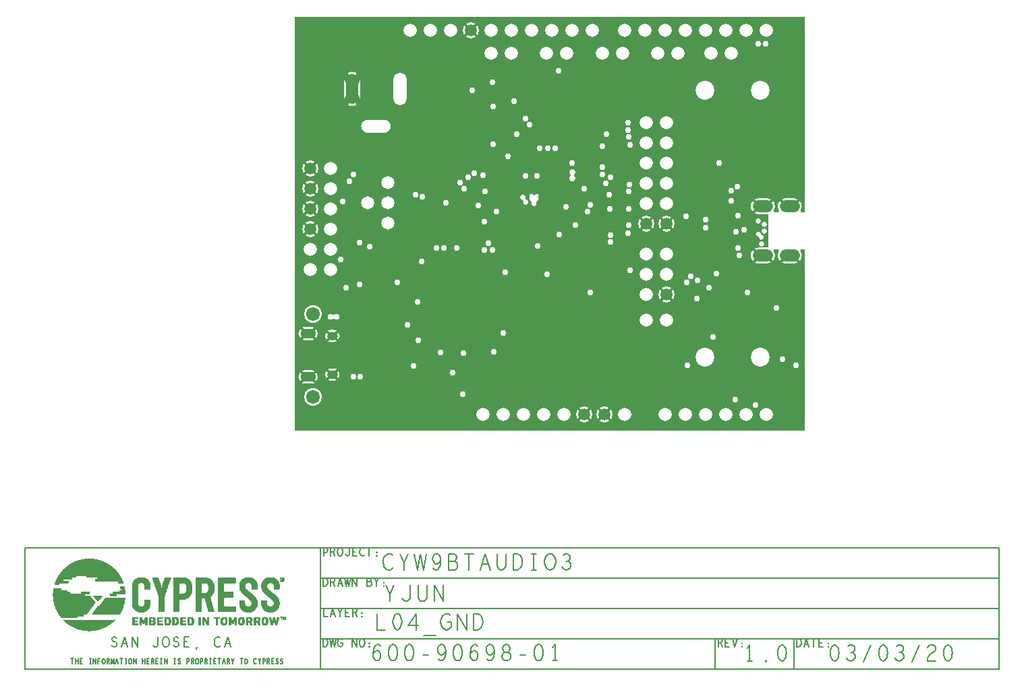
<source format=gbr>
G04 ================== begin FILE IDENTIFICATION RECORD ==================*
G04 Layout Name:  600-90698-01_CYW9BTAUDIO3_REV1.0.brd*
G04 Film Name:    L04*
G04 File Format:  Gerber RS274X*
G04 File Origin:  Cadence Allegro 16.6-2015-S077*
G04 Origin Date:  Tue Mar 03 09:00:00 2020*
G04 *
G04 Layer:  VIA CLASS/L04_SIG*
G04 Layer:  PIN/L04_SIG*
G04 Layer:  ETCH/L04_SIG*
G04 Layer:  DRAWING FORMAT/FAB_FILM*
G04 *
G04 Offset:    (0.00 0.00)*
G04 Mirror:    No*
G04 Mode:      Positive*
G04 Rotation:  0*
G04 FullContactRelief:  No*
G04 UndefLineWidth:     0.00*
G04 ================== end FILE IDENTIFICATION RECORD ====================*
%FSLAX35Y35*MOIN*%
%IR0*IPPOS*OFA0.00000B0.00000*MIA0B0*SFA1.00000B1.00000*%
%ADD16C,.01181*%
%ADD17O,.10039X.05906*%
%ADD13C,.05906*%
%ADD10C,.06772*%
%ADD15O,.05906X.14961*%
%ADD11C,.01969*%
%ADD14O,.05315X.04134*%
%ADD12O,.07677X.04724*%
%ADD18C,.03*%
%ADD19C,.012*%
%ADD20C,.005*%
%ADD21C,.007*%
%ADD22C,.008*%
%ADD23C,.00135*%
%ADD24C,.03008*%
%ADD27C,.02614*%
%ADD29C,.06504*%
%ADD25C,.0654*%
%ADD28C,.0791*%
%ADD31O,.0654X.16186*%
%ADD26C,.09294*%
%ADD30C,.08776*%
G75*
%LPD*%
G75*
G36*
G01X238446Y113921D02*
G03X235218Y120160I-3228J2284D01*
G01X231084D01*
G03Y112250I1J-3955D01*
G01X235218D01*
G03X235556Y112265I-6J3955D01*
G02X235990Y111867I34J-398D01*
G01Y96133D01*
G02X235556Y95735I-400J0D01*
G03X235218Y95750I-344J-3940D01*
G01X231084D01*
G03Y87840I1J-3955D01*
G01X235218D01*
G03X238397Y94147I0J3955D01*
G02X238718Y94784I322J237D01*
G01X240812D01*
G02X241133Y94147I-1J-400D01*
G03X244312Y87840I3179J-2352D01*
G01X248446D01*
G03X251625Y94147I0J3955D01*
G02X251946Y94784I322J237D01*
G01X253074D01*
Y94813D01*
X253901D01*
Y5262D01*
X2004D01*
Y210046D01*
X253901D01*
Y113247D01*
X253074D01*
Y113290D01*
X252000D01*
G02X251674Y113921I1J400D01*
G03X248446Y120160I-3228J2284D01*
G01X244312D01*
G03X241084Y113921I0J-3955D01*
G02X240758Y113290I-327J-231D01*
G01X238772D01*
G02X238446Y113921I1J400D01*
G37*
%LPC*%
G75*
G36*
G01X121152Y118120D02*
G02X118938I-1107J-695D01*
G03X118622Y118732I-339J213D01*
G02X117859Y120449I61J1055D01*
G03Y120700I-156J125D01*
G02X119668Y121745I824J662D01*
G03X119885Y121620I186J73D01*
G02X120208Y121619I158J-1045D01*
G03X120426Y121745I31J198D01*
G02X122235Y120700I985J-383D01*
G03Y120449I156J-126D01*
G02X121469Y118732I-824J-662D01*
G03X121152Y118120I22J-399D01*
G37*
G36*
G01X116112Y119511D02*
G02X114752Y118724I-157J-1298D01*
G03X114432Y119277I-368J156D01*
G02X115792Y120064I157J1298D01*
G03X116112Y119511I368J-156D01*
G37*
G36*
G01X20686Y62427D02*
G03X21316I315J247D01*
G02X21315Y60574I1184J-927D01*
G03X20685I-315J-247D01*
G02X20686Y62427I-1184J927D01*
G37*
G36*
G01X232207Y102517D02*
G03X232558Y102148I399J28D01*
G02X231099Y100758I-155J-1298D01*
G03X230748Y101127I-399J-28D01*
G02X232207Y102517I155J1298D01*
G37*
G36*
G01X139926Y131815D02*
G03Y131185I247J-315D01*
G02X138074I-926J-1185D01*
G03Y131815I-247J315D01*
G02X139926I926J1185D01*
G37*
G36*
G01X6978Y28408D02*
G02Y35136I1J3364D01*
G01X9932D01*
G02Y28408I-1J-3364D01*
G01X6978D01*
G37*
G36*
G01Y49864D02*
G02Y56592I1J3364D01*
G01X9932D01*
G02Y49864I-1J-3364D01*
G01X6978D01*
G37*
G36*
G01X19794Y29884D02*
G02Y36022I0J3069D01*
G01X20974D01*
G02Y29884I0J-3069D01*
G01X19794D01*
G37*
G36*
G01Y48978D02*
G02Y55116I0J3069D01*
G01X20974D01*
G02Y48978I0J-3069D01*
G01X19794D01*
G37*
G36*
G01X37894Y152498D02*
G02Y159038I-1J3270D01*
G01X45964D01*
G02Y152498I1J-3270D01*
G01X37894D01*
G37*
G36*
G01X34072Y169744D02*
G02X26164I-3954J0D01*
G01Y178800D01*
G02X34072I3954J0D01*
G01Y169744D01*
G37*
G54D24*
X231000Y196500D03*
X234500D03*
X249673Y37673D03*
X240000Y66000D03*
X242800Y40500D03*
X229500Y18000D03*
X211600Y137600D03*
X217500Y124000D03*
X220500Y126000D03*
X217673Y119000D03*
X220000Y103500D03*
X220800Y111600D03*
X224000Y104500D03*
X221000Y95500D03*
X221500Y92000D03*
X225600Y73600D03*
X219500Y20500D03*
X205000Y105500D03*
Y109500D03*
X195200Y111200D03*
X197500Y81500D03*
X210280Y83000D03*
X201000Y79500D03*
X200500Y70500D03*
X195500Y78500D03*
X206500Y76000D03*
X208400Y51600D03*
X196000Y37500D03*
X166500Y154000D03*
Y157510D03*
X167000Y150500D03*
X167500Y146500D03*
X167000Y115000D03*
X166800Y123500D03*
X167200Y127000D03*
X167000Y107000D03*
X166600Y103000D03*
X167390Y84610D03*
X156000Y152000D03*
X154000Y135600D03*
Y132000D03*
Y146000D03*
X158000Y130500D03*
X144800Y125000D03*
X155500Y127500D03*
X157200Y122000D03*
X148000Y117000D03*
X157500Y115000D03*
X146500Y113500D03*
X158000Y98500D03*
Y102000D03*
X148000Y73500D03*
X132327Y183327D03*
X127000Y145000D03*
X130500D03*
X139000Y137500D03*
X136000Y116000D03*
X140500Y107000D03*
X132600Y102100D03*
X110227Y168327D03*
X118000Y156500D03*
X116000Y159500D03*
X111500Y152000D03*
X121500Y131327D03*
X123000Y145000D03*
X116000Y131327D03*
X122000Y96673D03*
X126673Y82500D03*
X100000Y165600D03*
X99500Y177500D03*
X95000Y131500D03*
X107327Y141000D03*
X100000Y147000D03*
X101500Y113500D03*
X95800Y123500D03*
X97500Y98000D03*
X95500Y108500D03*
X106000Y83500D03*
X95500Y94500D03*
X99500D03*
X104827Y53500D03*
X100327Y44173D03*
X89500Y173500D03*
X90500Y132700D03*
X87500Y130400D03*
X76500Y118000D03*
X92600Y116400D03*
X85500Y125000D03*
X83500Y128000D03*
X82000Y95500D03*
X85327Y43673D03*
X80000Y34000D03*
X85000Y23260D03*
X65000Y121000D03*
X72000Y95500D03*
X75500D03*
X64500Y89000D03*
X62549Y68951D03*
X63000Y50000D03*
X74000Y44000D03*
X60500Y37327D03*
X52500Y78500D03*
X57500Y57500D03*
X31000Y132000D03*
X29000Y128500D03*
X34000Y98100D03*
X38800Y96300D03*
X33827Y77500D03*
X27323Y75823D03*
X34306Y31812D03*
X30816Y31784D03*
X25500Y118500D03*
X24500Y90000D03*
X61500Y122000D03*
G54D27*
X232403Y97701D03*
X233903Y107150D03*
X231000Y108724D03*
X234000Y104000D03*
G54D29*
X48000Y118040D03*
Y128040D03*
Y108040D03*
X38000Y118040D03*
G54D25*
X234734Y203268D03*
X224734D03*
X234734Y13268D03*
X214734Y203268D03*
X217574Y192000D03*
X214734Y13268D03*
X224734D03*
X204734Y203268D03*
X207574Y192000D03*
X204734Y13268D03*
X194734Y203268D03*
X184734D03*
X191274Y192000D03*
X181274D03*
X185520Y157510D03*
Y137510D03*
Y147510D03*
Y117510D03*
Y127510D03*
X185500Y92500D03*
Y82500D03*
Y60000D03*
X184734Y13268D03*
X194734D03*
X174734Y203268D03*
X164734D03*
X175520Y157510D03*
Y137510D03*
Y147510D03*
Y117510D03*
Y127510D03*
X175500Y92500D03*
Y82500D03*
Y72500D03*
Y60000D03*
X164734Y13268D03*
X148734Y203268D03*
X163774Y192000D03*
X153774D03*
X138734Y203268D03*
X136274Y192000D03*
X134734Y13268D03*
X128734Y203268D03*
X118734D03*
X126274Y192000D03*
X124734Y13268D03*
X114734D03*
X108734Y203268D03*
X98734D03*
Y192000D03*
X108734D03*
X104734Y13268D03*
X94734D03*
X78734Y203268D03*
X68734D03*
X58734D03*
X19480Y134989D03*
Y124989D03*
Y114989D03*
Y104989D03*
Y94989D03*
Y84989D03*
X9480Y94989D03*
Y84989D03*
G54D28*
X185520Y107510D03*
X185500Y72500D03*
X175520Y107510D03*
X154734Y13268D03*
X144734D03*
X88734Y203268D03*
X9480Y134989D03*
Y124989D03*
Y114989D03*
Y104989D03*
G54D31*
X53740Y174272D03*
G54D26*
X232000Y173500D03*
Y41500D03*
X204440Y173500D03*
Y41500D03*
G54D30*
X10817Y62972D03*
Y22028D03*
%LPD*%
G75*
G54D10*
X10817Y22028D03*
Y62972D03*
G54D20*
G01X-108044Y-107585D02*
Y-110085D01*
G01X-108657Y-107585D02*
X-107431D01*
G01X-106404Y-110085D02*
Y-107585D01*
G01X-105284D02*
Y-110085D01*
G01Y-108835D02*
X-106404D01*
G01X-103111Y-110085D02*
X-104177D01*
Y-107585D01*
X-103111D01*
G01X-103537Y-108793D02*
X-104177D01*
G01X-99564Y-107585D02*
X-98924D01*
G01X-99244D02*
Y-110085D01*
G01X-99564D02*
X-98924D01*
G01X-97657D02*
Y-107585D01*
X-96431Y-110085D01*
Y-107585D01*
G01X-95351Y-110085D02*
Y-107585D01*
X-94337D01*
G01X-94711Y-108793D02*
X-95351D01*
G01X-92644Y-110085D02*
X-92857Y-110043D01*
X-93044Y-109877D01*
X-93204Y-109627D01*
X-93311Y-109335D01*
X-93364Y-109002D01*
Y-108668D01*
X-93311Y-108335D01*
X-93204Y-108043D01*
X-93044Y-107793D01*
X-92857Y-107627D01*
X-92644Y-107585D01*
X-92431Y-107627D01*
X-92244Y-107793D01*
X-92084Y-108043D01*
X-91977Y-108335D01*
X-91924Y-108668D01*
Y-109002D01*
X-91977Y-109335D01*
X-92084Y-109627D01*
X-92244Y-109877D01*
X-92431Y-110043D01*
X-92644Y-110085D01*
G01X-90977D02*
Y-107585D01*
X-90311D01*
X-90097Y-107710D01*
X-89964Y-107877D01*
X-89911Y-108210D01*
X-89964Y-108543D01*
X-90124Y-108752D01*
X-90311Y-108877D01*
X-90977D01*
G01X-90311D02*
X-89911Y-110085D01*
G01X-88937D02*
Y-107585D01*
X-88244Y-109668D01*
X-87551Y-107585D01*
Y-110085D01*
G01X-86711D02*
X-86044Y-107585D01*
X-85377Y-110085D01*
G01X-85617Y-109210D02*
X-86471D01*
G01X-83844Y-107585D02*
Y-110085D01*
G01X-84457Y-107585D02*
X-83231D01*
G01X-81964D02*
X-81324D01*
G01X-81644D02*
Y-110085D01*
G01X-81964D02*
X-81324D01*
G01X-79444D02*
X-79657Y-110043D01*
X-79844Y-109877D01*
X-80004Y-109627D01*
X-80111Y-109335D01*
X-80164Y-109002D01*
Y-108668D01*
X-80111Y-108335D01*
X-80004Y-108043D01*
X-79844Y-107793D01*
X-79657Y-107627D01*
X-79444Y-107585D01*
X-79231Y-107627D01*
X-79044Y-107793D01*
X-78884Y-108043D01*
X-78777Y-108335D01*
X-78724Y-108668D01*
Y-109002D01*
X-78777Y-109335D01*
X-78884Y-109627D01*
X-79044Y-109877D01*
X-79231Y-110043D01*
X-79444Y-110085D01*
G01X-77857D02*
Y-107585D01*
X-76631Y-110085D01*
Y-107585D01*
G01X-73404Y-110085D02*
Y-107585D01*
G01X-72284D02*
Y-110085D01*
G01Y-108835D02*
X-73404D01*
G01X-70111Y-110085D02*
X-71177D01*
Y-107585D01*
X-70111D01*
G01X-70537Y-108793D02*
X-71177D01*
G01X-68977Y-110085D02*
Y-107585D01*
X-68311D01*
X-68097Y-107710D01*
X-67964Y-107877D01*
X-67911Y-108210D01*
X-67964Y-108543D01*
X-68124Y-108752D01*
X-68311Y-108877D01*
X-68977D01*
G01X-68311D02*
X-67911Y-110085D01*
G01X-65711D02*
X-66777D01*
Y-107585D01*
X-65711D01*
G01X-66137Y-108793D02*
X-66777D01*
G01X-64364Y-107585D02*
X-63724D01*
G01X-64044D02*
Y-110085D01*
G01X-64364D02*
X-63724D01*
G01X-62457D02*
Y-107585D01*
X-61231Y-110085D01*
Y-107585D01*
G01X-57764D02*
X-57124D01*
G01X-57444D02*
Y-110085D01*
G01X-57764D02*
X-57124D01*
G01X-55804Y-109752D02*
X-55591Y-109960D01*
X-55351Y-110085D01*
X-55137D01*
X-54924Y-109960D01*
X-54764Y-109752D01*
X-54684Y-109460D01*
X-54737Y-109168D01*
X-54871Y-108918D01*
X-55111Y-108752D01*
X-55431Y-108668D01*
X-55617Y-108502D01*
X-55697Y-108210D01*
X-55644Y-107918D01*
X-55511Y-107710D01*
X-55324Y-107585D01*
X-55137D01*
X-54951Y-107668D01*
X-54791Y-107877D01*
G01X-51377Y-110085D02*
Y-107585D01*
X-50737D01*
X-50524Y-107710D01*
X-50364Y-108002D01*
X-50311Y-108335D01*
X-50364Y-108668D01*
X-50497Y-108918D01*
X-50737Y-109043D01*
X-51377D01*
G01X-49177Y-110085D02*
Y-107585D01*
X-48511D01*
X-48297Y-107710D01*
X-48164Y-107877D01*
X-48111Y-108210D01*
X-48164Y-108543D01*
X-48324Y-108752D01*
X-48511Y-108877D01*
X-49177D01*
G01X-48511D02*
X-48111Y-110085D01*
G01X-46444D02*
X-46657Y-110043D01*
X-46844Y-109877D01*
X-47004Y-109627D01*
X-47111Y-109335D01*
X-47164Y-109002D01*
Y-108668D01*
X-47111Y-108335D01*
X-47004Y-108043D01*
X-46844Y-107793D01*
X-46657Y-107627D01*
X-46444Y-107585D01*
X-46231Y-107627D01*
X-46044Y-107793D01*
X-45884Y-108043D01*
X-45777Y-108335D01*
X-45724Y-108668D01*
Y-109002D01*
X-45777Y-109335D01*
X-45884Y-109627D01*
X-46044Y-109877D01*
X-46231Y-110043D01*
X-46444Y-110085D01*
G01X-44777D02*
Y-107585D01*
X-44137D01*
X-43924Y-107710D01*
X-43764Y-108002D01*
X-43711Y-108335D01*
X-43764Y-108668D01*
X-43897Y-108918D01*
X-44137Y-109043D01*
X-44777D01*
G01X-42577Y-110085D02*
Y-107585D01*
X-41911D01*
X-41697Y-107710D01*
X-41564Y-107877D01*
X-41511Y-108210D01*
X-41564Y-108543D01*
X-41724Y-108752D01*
X-41911Y-108877D01*
X-42577D01*
G01X-41911D02*
X-41511Y-110085D01*
G01X-40164Y-107585D02*
X-39524D01*
G01X-39844D02*
Y-110085D01*
G01X-40164D02*
X-39524D01*
G01X-37111D02*
X-38177D01*
Y-107585D01*
X-37111D01*
G01X-37537Y-108793D02*
X-38177D01*
G01X-35444Y-107585D02*
Y-110085D01*
G01X-36057Y-107585D02*
X-34831D01*
G01X-33911Y-110085D02*
X-33244Y-107585D01*
X-32577Y-110085D01*
G01X-32817Y-109210D02*
X-33671D01*
G01X-31577Y-110085D02*
Y-107585D01*
X-30911D01*
X-30697Y-107710D01*
X-30564Y-107877D01*
X-30511Y-108210D01*
X-30564Y-108543D01*
X-30724Y-108752D01*
X-30911Y-108877D01*
X-31577D01*
G01X-30911D02*
X-30511Y-110085D01*
G01X-28844D02*
Y-108960D01*
X-29377Y-107585D01*
G01X-28311D02*
X-28844Y-108960D01*
G01X-24444Y-107585D02*
Y-110085D01*
G01X-25057Y-107585D02*
X-23831D01*
G01X-22244Y-110085D02*
X-22457Y-110043D01*
X-22644Y-109877D01*
X-22804Y-109627D01*
X-22911Y-109335D01*
X-22964Y-109002D01*
Y-108668D01*
X-22911Y-108335D01*
X-22804Y-108043D01*
X-22644Y-107793D01*
X-22457Y-107627D01*
X-22244Y-107585D01*
X-22031Y-107627D01*
X-21844Y-107793D01*
X-21684Y-108043D01*
X-21577Y-108335D01*
X-21524Y-108668D01*
Y-109002D01*
X-21577Y-109335D01*
X-21684Y-109627D01*
X-21844Y-109877D01*
X-22031Y-110043D01*
X-22244Y-110085D01*
G01X-17257Y-107793D02*
X-17417Y-107668D01*
X-17604Y-107585D01*
X-17817D01*
X-18057Y-107710D01*
X-18244Y-107918D01*
X-18377Y-108168D01*
X-18484Y-108585D01*
X-18511Y-108960D01*
X-18457Y-109335D01*
X-18377Y-109585D01*
X-18217Y-109835D01*
X-18031Y-110002D01*
X-17844Y-110085D01*
X-17657D01*
X-17471Y-110002D01*
X-17311Y-109877D01*
X-17177Y-109710D01*
G01X-15644Y-110085D02*
Y-108960D01*
X-16177Y-107585D01*
G01X-15111D02*
X-15644Y-108960D01*
G01X-13977Y-110085D02*
Y-107585D01*
X-13337D01*
X-13124Y-107710D01*
X-12964Y-108002D01*
X-12911Y-108335D01*
X-12964Y-108668D01*
X-13097Y-108918D01*
X-13337Y-109043D01*
X-13977D01*
G01X-11777Y-110085D02*
Y-107585D01*
X-11111D01*
X-10897Y-107710D01*
X-10764Y-107877D01*
X-10711Y-108210D01*
X-10764Y-108543D01*
X-10924Y-108752D01*
X-11111Y-108877D01*
X-11777D01*
G01X-11111D02*
X-10711Y-110085D01*
G01X-8511D02*
X-9577D01*
Y-107585D01*
X-8511D01*
G01X-8937Y-108793D02*
X-9577D01*
G01X-7404Y-109752D02*
X-7191Y-109960D01*
X-6951Y-110085D01*
X-6737D01*
X-6524Y-109960D01*
X-6364Y-109752D01*
X-6284Y-109460D01*
X-6337Y-109168D01*
X-6471Y-108918D01*
X-6711Y-108752D01*
X-7031Y-108668D01*
X-7217Y-108502D01*
X-7297Y-108210D01*
X-7244Y-107918D01*
X-7111Y-107710D01*
X-6924Y-107585D01*
X-6737D01*
X-6551Y-107668D01*
X-6391Y-107877D01*
G01X-5204Y-109752D02*
X-4991Y-109960D01*
X-4751Y-110085D01*
X-4537D01*
X-4324Y-109960D01*
X-4164Y-109752D01*
X-4084Y-109460D01*
X-4137Y-109168D01*
X-4271Y-108918D01*
X-4511Y-108752D01*
X-4831Y-108668D01*
X-5017Y-108502D01*
X-5097Y-108210D01*
X-5044Y-107918D01*
X-4911Y-107710D01*
X-4724Y-107585D01*
X-4537D01*
X-4351Y-107668D01*
X-4191Y-107877D01*
G01X-88719Y-101151D02*
X-88212Y-101568D01*
X-87642Y-101818D01*
X-87136D01*
X-86629Y-101568D01*
X-86249Y-101151D01*
X-86059Y-100568D01*
X-86186Y-99985D01*
X-86502Y-99485D01*
X-87072Y-99151D01*
X-87832Y-98985D01*
X-88276Y-98651D01*
X-88466Y-98068D01*
X-88339Y-97485D01*
X-88022Y-97068D01*
X-87579Y-96818D01*
X-87136D01*
X-86692Y-96985D01*
X-86312Y-97401D01*
G01X-83872Y-101818D02*
X-82289Y-96818D01*
X-80706Y-101818D01*
G01X-81276Y-100068D02*
X-83302D01*
G01X-78646Y-101818D02*
Y-96818D01*
X-75732Y-101818D01*
Y-96818D01*
G01X-68256Y-100818D02*
X-67939Y-101318D01*
X-67559Y-101651D01*
X-67116Y-101818D01*
X-66609Y-101651D01*
X-66229Y-101318D01*
X-65849Y-100818D01*
X-65722Y-100151D01*
Y-96818D01*
G01X-61889Y-101818D02*
X-62396Y-101735D01*
X-62839Y-101401D01*
X-63219Y-100901D01*
X-63472Y-100318D01*
X-63599Y-99651D01*
Y-98985D01*
X-63472Y-98318D01*
X-63219Y-97735D01*
X-62839Y-97235D01*
X-62396Y-96901D01*
X-61889Y-96818D01*
X-61382Y-96901D01*
X-60939Y-97235D01*
X-60559Y-97735D01*
X-60306Y-98318D01*
X-60179Y-98985D01*
Y-99651D01*
X-60306Y-100318D01*
X-60559Y-100901D01*
X-60939Y-101401D01*
X-61382Y-101735D01*
X-61889Y-101818D01*
G01X-58119Y-101151D02*
X-57612Y-101568D01*
X-57042Y-101818D01*
X-56536D01*
X-56029Y-101568D01*
X-55649Y-101151D01*
X-55459Y-100568D01*
X-55586Y-99985D01*
X-55902Y-99485D01*
X-56472Y-99151D01*
X-57232Y-98985D01*
X-57676Y-98651D01*
X-57866Y-98068D01*
X-57739Y-97485D01*
X-57422Y-97068D01*
X-56979Y-96818D01*
X-56536D01*
X-56092Y-96985D01*
X-55712Y-97401D01*
G01X-50422Y-101818D02*
X-52956D01*
Y-96818D01*
X-50422D01*
G01X-51436Y-99235D02*
X-52956D01*
G01X-46716Y-102735D02*
X-46462Y-101651D01*
G01X-34996Y-97235D02*
X-35376Y-96985D01*
X-35819Y-96818D01*
X-36326D01*
X-36896Y-97068D01*
X-37339Y-97485D01*
X-37656Y-97985D01*
X-37909Y-98818D01*
X-37972Y-99568D01*
X-37846Y-100318D01*
X-37656Y-100818D01*
X-37276Y-101318D01*
X-36832Y-101651D01*
X-36389Y-101818D01*
X-35946D01*
X-35502Y-101651D01*
X-35122Y-101401D01*
X-34806Y-101068D01*
G01X-32872Y-101818D02*
X-31289Y-96818D01*
X-29706Y-101818D01*
G01X-30276Y-100068D02*
X-32302D01*
G01X15983Y-101688D02*
Y-97688D01*
X16983D01*
X17383Y-97888D01*
X17683Y-98155D01*
X17933Y-98555D01*
X18133Y-99021D01*
X18183Y-99688D01*
X18133Y-100355D01*
X17933Y-100821D01*
X17683Y-101221D01*
X17383Y-101488D01*
X16983Y-101688D01*
X15983D01*
G01X19183Y-97688D02*
X19883Y-101688D01*
X20683Y-97688D01*
X21483Y-101688D01*
X22183Y-97688D01*
G01X24583Y-99688D02*
X25583D01*
Y-100888D01*
X25283Y-101288D01*
X24933Y-101555D01*
X24433Y-101688D01*
X23933Y-101555D01*
X23583Y-101288D01*
X23283Y-100888D01*
X23083Y-100421D01*
X22983Y-99888D01*
Y-99421D01*
X23083Y-99021D01*
X23283Y-98555D01*
X23583Y-98155D01*
X23883Y-97888D01*
X24283Y-97688D01*
X24633D01*
X25033Y-97821D01*
X25333Y-98088D01*
G01X30333Y-101688D02*
Y-97688D01*
X32633Y-101688D01*
Y-97688D01*
G01X35083Y-101688D02*
X34683Y-101621D01*
X34333Y-101355D01*
X34033Y-100955D01*
X33833Y-100488D01*
X33733Y-99955D01*
Y-99421D01*
X33833Y-98888D01*
X34033Y-98421D01*
X34333Y-98021D01*
X34683Y-97755D01*
X35083Y-97688D01*
X35483Y-97755D01*
X35833Y-98021D01*
X36133Y-98421D01*
X36333Y-98888D01*
X36433Y-99421D01*
Y-99955D01*
X36333Y-100488D01*
X36133Y-100955D01*
X35833Y-101355D01*
X35483Y-101621D01*
X35083Y-101688D01*
G01X38683Y-101821D02*
X38583Y-101755D01*
Y-101621D01*
X38683Y-101555D01*
X38783Y-101621D01*
Y-101755D01*
X38683Y-101821D01*
G01Y-100021D02*
X38583Y-99955D01*
Y-99821D01*
X38683Y-99755D01*
X38783Y-99821D01*
Y-99955D01*
X38683Y-100021D01*
G01X16083Y-82688D02*
Y-86688D01*
X18083D01*
G01X19433D02*
X20683Y-82688D01*
X21933Y-86688D01*
G01X21483Y-85288D02*
X19883D01*
G01X24283Y-86688D02*
Y-84888D01*
X23283Y-82688D01*
G01X25283D02*
X24283Y-84888D01*
G01X28883Y-86688D02*
X26883D01*
Y-82688D01*
X28883D01*
G01X28083Y-84621D02*
X26883D01*
G01X30483Y-86688D02*
Y-82688D01*
X31733D01*
X32133Y-82888D01*
X32383Y-83155D01*
X32483Y-83688D01*
X32383Y-84221D01*
X32083Y-84555D01*
X31733Y-84755D01*
X30483D01*
G01X31733D02*
X32483Y-86688D01*
G01X35083Y-86821D02*
X34983Y-86755D01*
Y-86621D01*
X35083Y-86555D01*
X35183Y-86621D01*
Y-86755D01*
X35083Y-86821D01*
G01Y-85021D02*
X34983Y-84955D01*
Y-84821D01*
X35083Y-84755D01*
X35183Y-84821D01*
Y-84955D01*
X35083Y-85021D01*
G01X15983Y-71688D02*
Y-67688D01*
X16983D01*
X17383Y-67888D01*
X17683Y-68155D01*
X17933Y-68555D01*
X18133Y-69021D01*
X18183Y-69688D01*
X18133Y-70355D01*
X17933Y-70821D01*
X17683Y-71221D01*
X17383Y-71488D01*
X16983Y-71688D01*
X15983D01*
G01X19683D02*
Y-67688D01*
X20933D01*
X21333Y-67888D01*
X21583Y-68155D01*
X21683Y-68688D01*
X21583Y-69221D01*
X21283Y-69555D01*
X20933Y-69755D01*
X19683D01*
G01X20933D02*
X21683Y-71688D01*
G01X23033D02*
X24283Y-67688D01*
X25533Y-71688D01*
G01X25083Y-70288D02*
X23483D01*
G01X26383Y-67688D02*
X27083Y-71688D01*
X27883Y-67688D01*
X28683Y-71688D01*
X29383Y-67688D01*
G01X30333Y-71688D02*
Y-67688D01*
X32633Y-71688D01*
Y-67688D01*
G01X39083Y-69555D02*
X39283Y-69355D01*
X39433Y-69021D01*
X39533Y-68555D01*
X39433Y-68155D01*
X39233Y-67888D01*
X38883Y-67688D01*
X37533D01*
Y-71688D01*
X39183D01*
X39533Y-71421D01*
X39733Y-71021D01*
X39833Y-70555D01*
X39733Y-70088D01*
X39433Y-69688D01*
X39083Y-69555D01*
X37533D01*
G01X42283Y-71688D02*
Y-69888D01*
X41283Y-67688D01*
G01X43283D02*
X42283Y-69888D01*
G01X45883Y-71821D02*
X45783Y-71755D01*
Y-71621D01*
X45883Y-71555D01*
X45983Y-71621D01*
Y-71755D01*
X45883Y-71821D01*
G01Y-70021D02*
X45783Y-69955D01*
Y-69821D01*
X45883Y-69755D01*
X45983Y-69821D01*
Y-69955D01*
X45883Y-70021D01*
G01X16083Y-56688D02*
Y-52688D01*
X17283D01*
X17683Y-52888D01*
X17983Y-53355D01*
X18083Y-53888D01*
X17983Y-54421D01*
X17733Y-54821D01*
X17283Y-55021D01*
X16083D01*
G01X19683Y-56688D02*
Y-52688D01*
X20933D01*
X21333Y-52888D01*
X21583Y-53155D01*
X21683Y-53688D01*
X21583Y-54221D01*
X21283Y-54555D01*
X20933Y-54755D01*
X19683D01*
G01X20933D02*
X21683Y-56688D01*
G01X24283D02*
X23883Y-56621D01*
X23533Y-56355D01*
X23233Y-55955D01*
X23033Y-55488D01*
X22933Y-54955D01*
Y-54421D01*
X23033Y-53888D01*
X23233Y-53421D01*
X23533Y-53021D01*
X23883Y-52755D01*
X24283Y-52688D01*
X24683Y-52755D01*
X25033Y-53021D01*
X25333Y-53421D01*
X25533Y-53888D01*
X25633Y-54421D01*
Y-54955D01*
X25533Y-55488D01*
X25333Y-55955D01*
X25033Y-56355D01*
X24683Y-56621D01*
X24283Y-56688D01*
G01X26883Y-55888D02*
X27133Y-56288D01*
X27433Y-56555D01*
X27783Y-56688D01*
X28183Y-56555D01*
X28483Y-56288D01*
X28783Y-55888D01*
X28883Y-55355D01*
Y-52688D01*
G01X32483Y-56688D02*
X30483D01*
Y-52688D01*
X32483D01*
G01X31683Y-54621D02*
X30483D01*
G01X36183Y-53021D02*
X35883Y-52821D01*
X35533Y-52688D01*
X35133D01*
X34683Y-52888D01*
X34333Y-53221D01*
X34083Y-53621D01*
X33883Y-54288D01*
X33833Y-54888D01*
X33933Y-55488D01*
X34083Y-55888D01*
X34383Y-56288D01*
X34733Y-56555D01*
X35083Y-56688D01*
X35433D01*
X35783Y-56555D01*
X36083Y-56355D01*
X36333Y-56088D01*
G01X38683Y-52688D02*
Y-56688D01*
G01X37533Y-52688D02*
X39833D01*
G01X42283Y-56821D02*
X42183Y-56755D01*
Y-56621D01*
X42283Y-56555D01*
X42383Y-56621D01*
Y-56755D01*
X42283Y-56821D01*
G01Y-55021D02*
X42183Y-54955D01*
Y-54821D01*
X42283Y-54755D01*
X42383Y-54821D01*
Y-54955D01*
X42283Y-55021D01*
G01X211083Y-101688D02*
Y-97688D01*
X212333D01*
X212733Y-97888D01*
X212983Y-98155D01*
X213083Y-98688D01*
X212983Y-99221D01*
X212683Y-99555D01*
X212333Y-99755D01*
X211083D01*
G01X212333D02*
X213083Y-101688D01*
G01X216683D02*
X214683D01*
Y-97688D01*
X216683D01*
G01X215883Y-99621D02*
X214683D01*
G01X218033Y-97688D02*
X219283Y-101688D01*
X220533Y-97688D01*
G01X222883Y-101821D02*
X222783Y-101755D01*
Y-101621D01*
X222883Y-101555D01*
X222983Y-101621D01*
Y-101755D01*
X222883Y-101821D01*
G01Y-100021D02*
X222783Y-99955D01*
Y-99821D01*
X222883Y-99755D01*
X222983Y-99821D01*
Y-99955D01*
X222883Y-100021D01*
G01X249983Y-101688D02*
Y-97688D01*
X250983D01*
X251383Y-97888D01*
X251683Y-98155D01*
X251933Y-98555D01*
X252133Y-99021D01*
X252183Y-99688D01*
X252133Y-100355D01*
X251933Y-100821D01*
X251683Y-101221D01*
X251383Y-101488D01*
X250983Y-101688D01*
X249983D01*
G01X253433D02*
X254683Y-97688D01*
X255933Y-101688D01*
G01X255483Y-100288D02*
X253883D01*
G01X258283Y-97688D02*
Y-101688D01*
G01X257133Y-97688D02*
X259433D01*
G01X262883Y-101688D02*
X260883D01*
Y-97688D01*
X262883D01*
G01X262083Y-99621D02*
X260883D01*
G01X265483Y-101821D02*
X265383Y-101755D01*
Y-101621D01*
X265483Y-101555D01*
X265583Y-101621D01*
Y-101755D01*
X265483Y-101821D01*
G01Y-100021D02*
X265383Y-99955D01*
Y-99821D01*
X265483Y-99755D01*
X265583Y-99821D01*
Y-99955D01*
X265483Y-100021D01*
G54D11*
X4001Y17001D03*
X3001Y150001D03*
Y159001D03*
Y168501D03*
Y177001D03*
Y186001D03*
Y195501D03*
X23500Y7500D03*
X14501Y7501D03*
X23000Y17000D03*
X14001Y17001D03*
X14501Y39001D03*
Y43001D03*
X25501Y37001D03*
Y40501D03*
X14501Y47001D03*
X22501Y76001D03*
X19001D03*
X16001Y73501D03*
Y70501D03*
X23500Y110000D03*
X13001Y150001D03*
X22000Y150000D03*
X13001Y159001D03*
X22000Y159000D03*
X13001Y168501D03*
X22000Y168500D03*
Y177000D03*
X13001Y177001D03*
X22000Y186000D03*
X13001Y186001D03*
X22000Y195500D03*
X13001Y195501D03*
X17001Y209001D03*
X41001Y6501D03*
X30001Y21501D03*
X40001D03*
X26501Y33501D03*
X39501Y33001D03*
Y38501D03*
X36001Y30001D03*
X29001D03*
X36100Y33600D03*
X29100Y33900D03*
X36001Y56001D03*
X27500Y47000D03*
X31000Y50500D03*
X41500Y61000D03*
X40000Y50000D03*
X33000Y65500D03*
X30501Y77501D03*
X37500Y78000D03*
X41001Y84501D03*
X28500Y82000D03*
X35500Y90500D03*
Y95500D03*
X34500Y103500D03*
X34000Y107500D03*
X34500Y111000D03*
X38500Y124000D03*
X36500Y137500D03*
X33001Y138001D03*
X36000Y209000D03*
X27001Y209001D03*
X52501Y6501D03*
X46501Y11001D03*
X48400Y18400D03*
X44670Y36155D03*
X53332Y42847D03*
X52001Y52501D03*
X57501Y48501D03*
X53001Y72001D03*
X49500Y77000D03*
X50501Y91501D03*
X51000Y82000D03*
X56500Y99000D03*
Y113500D03*
X45001Y140501D03*
X58001Y140001D03*
X45501Y209001D03*
X55501D03*
X65001Y6501D03*
X75001D03*
X74501Y23001D03*
X62501Y16001D03*
X72501D03*
X60501Y44001D03*
X76000Y76500D03*
X67501Y84001D03*
X68001Y95501D03*
X67001Y109501D03*
X69501Y112001D03*
X67000Y109500D03*
X73001Y104501D03*
X67501Y121501D03*
X64500Y209000D03*
X75001Y209001D03*
X84000Y6500D03*
X88501Y23001D03*
X81500Y16000D03*
X88501Y36001D03*
X90500Y40000D03*
X82001Y37501D03*
X91001Y47001D03*
X86000Y63000D03*
X91000Y76500D03*
X84501Y95001D03*
X82501Y85501D03*
X79001Y105001D03*
X82501Y104001D03*
X82001Y112501D03*
X85500Y109000D03*
X76501Y130501D03*
X91001Y140501D03*
Y150001D03*
X77000Y150500D03*
X80001Y151501D03*
X91001Y156501D03*
Y161001D03*
X82501Y180501D03*
X82000Y175500D03*
X89000Y166000D03*
X81600Y196800D03*
X85001Y209001D03*
X95500Y35500D03*
X100500Y38000D03*
X99200Y48800D03*
X102001Y88001D03*
X99001Y113001D03*
X97500Y140500D03*
X94000D03*
X103000Y156000D03*
X109000Y152000D03*
X93500Y163500D03*
X98001Y150001D03*
X94000Y159500D03*
X93500Y169000D03*
X104501Y171001D03*
X99501Y182501D03*
X94501Y182001D03*
X94000Y209000D03*
X104001Y209001D03*
X122001Y37001D03*
X123501Y43001D03*
X119500Y55000D03*
X121201Y67601D03*
X123000Y77500D03*
X120501Y161501D03*
X111501D03*
X123501Y157501D03*
X114000Y156000D03*
X124001Y170001D03*
X111501Y171501D03*
X122400Y186400D03*
X123000Y209000D03*
X114001Y209001D03*
X127001Y34501D03*
X138001Y44001D03*
X139000Y57500D03*
X134000Y73500D03*
X131500Y79500D03*
X140001Y92501D03*
X135001D03*
Y85001D03*
X138500Y80000D03*
X135001Y97501D03*
X142800Y101600D03*
X138500Y103000D03*
X130001Y100501D03*
X138501Y116001D03*
X136001Y124501D03*
X132000Y124400D03*
X141501Y145501D03*
X132501Y147001D03*
X135500Y135000D03*
Y161500D03*
X131501Y156001D03*
X137501Y174501D03*
X132800Y170000D03*
X138501Y182501D03*
X141500Y185000D03*
X133001Y209001D03*
X143001D03*
X151500Y38000D03*
X145001Y41501D03*
X160000Y77500D03*
X152801Y88801D03*
Y92401D03*
X158500Y90000D03*
X146400Y85600D03*
X160000Y80500D03*
X144500Y89000D03*
X160000Y87500D03*
X152801Y101601D03*
X153201Y105201D03*
X147000Y109000D03*
X144500Y97000D03*
X145500Y116000D03*
X158500Y118000D03*
X146000Y146500D03*
X147000Y139500D03*
X158500Y134500D03*
X153200Y138800D03*
X158001Y154501D03*
X156001Y159501D03*
X156501Y180501D03*
X157501Y165501D03*
X150501Y170501D03*
X152500Y175500D03*
X152000Y209000D03*
X160501Y209001D03*
X173001Y16501D03*
X170400Y39200D03*
X163500Y43000D03*
X168801Y68801D03*
X165601Y72001D03*
X168501Y80001D03*
Y94501D03*
X161000Y95500D03*
X167001Y136501D03*
X165001Y161001D03*
X176001Y167001D03*
X172001Y175501D03*
X164000Y167200D03*
X167200Y184400D03*
X170501Y209001D03*
X182001Y22001D03*
X190001Y22501D03*
X193501Y43001D03*
Y62001D03*
Y68001D03*
X194000Y108800D03*
Y127500D03*
X191501Y135001D03*
X186501Y166001D03*
X193501Y177001D03*
X179500Y209000D03*
X190501Y209001D03*
X207001Y27501D03*
X207501Y33501D03*
X202501Y60501D03*
X201200Y50800D03*
X202000Y55200D03*
X202500Y65500D03*
X210500Y73500D03*
X201500Y77000D03*
X204500Y78500D03*
Y87000D03*
X199001Y84001D03*
X196000Y95500D03*
X199000Y90000D03*
X196501Y104501D03*
X205001Y112001D03*
X203000Y104000D03*
X198000Y129000D03*
X200500Y126000D03*
X209200Y140000D03*
X195501Y141501D03*
X202001Y135001D03*
X206501Y145501D03*
X208501Y159001D03*
X198000Y185600D03*
X209500Y209000D03*
X200501Y209001D03*
X223001Y28001D03*
X219200Y38800D03*
X219500Y43500D03*
X218400Y34000D03*
X219000Y60000D03*
X219501Y56501D03*
X216800Y50000D03*
X219000Y64500D03*
X218800Y73600D03*
X216800Y76800D03*
X228001Y83501D03*
X221001Y84501D03*
X216800Y80000D03*
X216500Y94500D03*
X218501Y96501D03*
X216501Y110001D03*
X222800Y128800D03*
X219001Y139501D03*
X226501Y147001D03*
X218001Y133501D03*
X222500Y152500D03*
X222001Y164501D03*
X215600Y181600D03*
X219501Y209001D03*
X243001Y7001D03*
X231501Y8001D03*
X240501Y18001D03*
X242001Y13501D03*
X230000Y28750D03*
X239501Y38501D03*
X244400Y46000D03*
X235000Y71000D03*
X233501Y76001D03*
X234001Y64001D03*
X236501Y80001D03*
X237501Y125001D03*
X236001Y130001D03*
X235501Y141501D03*
X240501Y150501D03*
X230001Y156001D03*
X241001Y174501D03*
X242500Y168000D03*
X229501Y209001D03*
X238500Y209000D03*
X243001Y200501D03*
X251501Y18501D03*
X252501Y44001D03*
Y51501D03*
Y56501D03*
X252500Y62500D03*
X252000Y67500D03*
X246500Y63500D03*
X247001Y75001D03*
X247501Y82001D03*
X249501Y124501D03*
Y133501D03*
X251501Y150501D03*
X251001Y168501D03*
X250001Y184001D03*
X250501Y193501D03*
G54D21*
G01X-52483Y-52688D02*
X14583D01*
Y-112688D01*
X-131417D01*
Y-52688D01*
X-50193D01*
G01X14583Y-112688D02*
X349744D01*
Y-52688D01*
X14583D01*
G01Y-97688D02*
X349583D01*
G01X14583Y-82688D02*
X349583D01*
G01X14583Y-67688D02*
X349583D01*
G01X209583Y-112688D02*
Y-97688D01*
G01X248583Y-112688D02*
Y-97688D01*
G54D12*
X8455Y31772D03*
Y53228D03*
G54D22*
G01X40504Y-105245D02*
X41204Y-104311D01*
X41804Y-103778D01*
X42604Y-103511D01*
X43304Y-103778D01*
X43804Y-104311D01*
X44204Y-105111D01*
X44304Y-106045D01*
X44204Y-106845D01*
X43804Y-107645D01*
X43204Y-108311D01*
X42504Y-108578D01*
X41704Y-108311D01*
X41004Y-107512D01*
X40604Y-106311D01*
X40504Y-104978D01*
X40704Y-103245D01*
X41004Y-102311D01*
X41504Y-101378D01*
X42204Y-100711D01*
X42904Y-100578D01*
X43604Y-100845D01*
X44104Y-101511D01*
G01X50404Y-100578D02*
X49604Y-100845D01*
X49004Y-101511D01*
X48604Y-102311D01*
X48304Y-103378D01*
X48204Y-104578D01*
X48304Y-105778D01*
X48604Y-106845D01*
X49004Y-107645D01*
X49604Y-108311D01*
X50404Y-108578D01*
X51204Y-108311D01*
X51804Y-107645D01*
X52204Y-106845D01*
X52504Y-105778D01*
X52604Y-104578D01*
X52504Y-103378D01*
X52204Y-102311D01*
X51804Y-101511D01*
X51204Y-100845D01*
X50404Y-100578D01*
G01X58404D02*
X57604Y-100845D01*
X57004Y-101511D01*
X56604Y-102311D01*
X56304Y-103378D01*
X56204Y-104578D01*
X56304Y-105778D01*
X56604Y-106845D01*
X57004Y-107645D01*
X57604Y-108311D01*
X58404Y-108578D01*
X59204Y-108311D01*
X59804Y-107645D01*
X60204Y-106845D01*
X60504Y-105778D01*
X60604Y-104578D01*
X60504Y-103378D01*
X60204Y-102311D01*
X59804Y-101511D01*
X59204Y-100845D01*
X58404Y-100578D01*
G01X65104Y-105911D02*
X67704D01*
G01X72704Y-107645D02*
X73404Y-108311D01*
X74204Y-108578D01*
X75004Y-108311D01*
X75704Y-107512D01*
X76204Y-106311D01*
X76404Y-105111D01*
Y-103645D01*
X76204Y-102445D01*
X75704Y-101378D01*
X75104Y-100845D01*
X74404Y-100578D01*
X73604Y-100845D01*
X73004Y-101378D01*
X72604Y-102178D01*
X72404Y-103245D01*
X72604Y-104178D01*
X73104Y-105111D01*
X73704Y-105645D01*
X74404Y-105778D01*
X75204Y-105512D01*
X75804Y-104845D01*
X76404Y-103645D01*
G01X82404Y-100578D02*
X81604Y-100845D01*
X81004Y-101511D01*
X80604Y-102311D01*
X80304Y-103378D01*
X80204Y-104578D01*
X80304Y-105778D01*
X80604Y-106845D01*
X81004Y-107645D01*
X81604Y-108311D01*
X82404Y-108578D01*
X83204Y-108311D01*
X83804Y-107645D01*
X84204Y-106845D01*
X84504Y-105778D01*
X84604Y-104578D01*
X84504Y-103378D01*
X84204Y-102311D01*
X83804Y-101511D01*
X83204Y-100845D01*
X82404Y-100578D01*
G01X88504Y-105245D02*
X89204Y-104311D01*
X89804Y-103778D01*
X90604Y-103511D01*
X91304Y-103778D01*
X91804Y-104311D01*
X92204Y-105111D01*
X92304Y-106045D01*
X92204Y-106845D01*
X91804Y-107645D01*
X91204Y-108311D01*
X90504Y-108578D01*
X89704Y-108311D01*
X89004Y-107512D01*
X88604Y-106311D01*
X88504Y-104978D01*
X88704Y-103245D01*
X89004Y-102311D01*
X89504Y-101378D01*
X90204Y-100711D01*
X90904Y-100578D01*
X91604Y-100845D01*
X92104Y-101511D01*
G01X96704Y-107645D02*
X97404Y-108311D01*
X98204Y-108578D01*
X99004Y-108311D01*
X99704Y-107512D01*
X100204Y-106311D01*
X100404Y-105111D01*
Y-103645D01*
X100204Y-102445D01*
X99704Y-101378D01*
X99104Y-100845D01*
X98404Y-100578D01*
X97604Y-100845D01*
X97004Y-101378D01*
X96604Y-102178D01*
X96404Y-103245D01*
X96604Y-104178D01*
X97104Y-105111D01*
X97704Y-105645D01*
X98404Y-105778D01*
X99204Y-105512D01*
X99804Y-104845D01*
X100404Y-103645D01*
G01X106404Y-108578D02*
X107104Y-108445D01*
X107904Y-108045D01*
X108404Y-107378D01*
X108604Y-106445D01*
X108404Y-105512D01*
X107804Y-104711D01*
X106904Y-104311D01*
X105904D01*
X105304Y-104045D01*
X104804Y-103378D01*
X104604Y-102445D01*
X104904Y-101511D01*
X105604Y-100845D01*
X106404Y-100578D01*
X107204Y-100845D01*
X107904Y-101511D01*
X108204Y-102445D01*
X108004Y-103378D01*
X107504Y-104045D01*
X106904Y-104311D01*
X105904D01*
X105004Y-104711D01*
X104404Y-105512D01*
X104204Y-106445D01*
X104404Y-107378D01*
X104904Y-108045D01*
X105704Y-108445D01*
X106404Y-108578D01*
G01X113104Y-105911D02*
X115704D01*
G01X122404Y-100578D02*
X121604Y-100845D01*
X121004Y-101511D01*
X120604Y-102311D01*
X120304Y-103378D01*
X120204Y-104578D01*
X120304Y-105778D01*
X120604Y-106845D01*
X121004Y-107645D01*
X121604Y-108311D01*
X122404Y-108578D01*
X123204Y-108311D01*
X123804Y-107645D01*
X124204Y-106845D01*
X124504Y-105778D01*
X124604Y-104578D01*
X124504Y-103378D01*
X124204Y-102311D01*
X123804Y-101511D01*
X123204Y-100845D01*
X122404Y-100578D01*
G01X130404Y-108578D02*
Y-100578D01*
X129204Y-102178D01*
G01Y-108578D02*
X131604D01*
G01X42500Y-85334D02*
Y-93334D01*
X46500D01*
G01X52500Y-85334D02*
X51700Y-85601D01*
X51100Y-86267D01*
X50700Y-87067D01*
X50400Y-88134D01*
X50300Y-89334D01*
X50400Y-90534D01*
X50700Y-91601D01*
X51100Y-92401D01*
X51700Y-93067D01*
X52500Y-93334D01*
X53300Y-93067D01*
X53900Y-92401D01*
X54300Y-91601D01*
X54600Y-90534D01*
X54700Y-89334D01*
X54600Y-88134D01*
X54300Y-87067D01*
X53900Y-86267D01*
X53300Y-85601D01*
X52500Y-85334D01*
G01X61700Y-93334D02*
Y-85334D01*
X58000Y-91067D01*
X63000D01*
G01X65500Y-96001D02*
X71500D01*
G01X77100Y-89334D02*
X79100D01*
Y-91734D01*
X78500Y-92534D01*
X77800Y-93067D01*
X76800Y-93334D01*
X75800Y-93067D01*
X75100Y-92534D01*
X74500Y-91734D01*
X74100Y-90801D01*
X73900Y-89734D01*
Y-88801D01*
X74100Y-88001D01*
X74500Y-87067D01*
X75100Y-86267D01*
X75700Y-85734D01*
X76500Y-85334D01*
X77200D01*
X78000Y-85601D01*
X78600Y-86134D01*
G01X82200Y-93334D02*
Y-85334D01*
X86800Y-93334D01*
Y-85334D01*
G01X90300Y-93334D02*
Y-85334D01*
X92300D01*
X93100Y-85734D01*
X93700Y-86267D01*
X94200Y-87067D01*
X94600Y-88001D01*
X94700Y-89334D01*
X94600Y-90667D01*
X94200Y-91601D01*
X93700Y-92401D01*
X93100Y-92934D01*
X92300Y-93334D01*
X90300D01*
G01X49004Y-79245D02*
Y-75645D01*
X47004Y-71245D01*
G01X51004D02*
X49004Y-75645D01*
G01X55004Y-77645D02*
X55504Y-78445D01*
X56104Y-78978D01*
X56804Y-79245D01*
X57604Y-78978D01*
X58204Y-78445D01*
X58804Y-77645D01*
X59004Y-76578D01*
Y-71245D01*
G01X62804D02*
Y-76978D01*
X63204Y-78179D01*
X64004Y-78978D01*
X65004Y-79245D01*
X66004Y-78978D01*
X66804Y-78179D01*
X67204Y-76978D01*
Y-71245D01*
G01X70704Y-79245D02*
Y-71245D01*
X75304Y-79245D01*
Y-71245D01*
G01X50200Y-56334D02*
X49600Y-55934D01*
X48900Y-55667D01*
X48100D01*
X47200Y-56067D01*
X46500Y-56734D01*
X46000Y-57534D01*
X45600Y-58867D01*
X45500Y-60067D01*
X45700Y-61267D01*
X46000Y-62067D01*
X46600Y-62867D01*
X47300Y-63400D01*
X48000Y-63667D01*
X48700D01*
X49400Y-63400D01*
X50000Y-63000D01*
X50500Y-62467D01*
G01X56000Y-63667D02*
Y-60067D01*
X54000Y-55667D01*
G01X58000D02*
X56000Y-60067D01*
G01X61000Y-55667D02*
X62400Y-63667D01*
X64000Y-55667D01*
X65600Y-63667D01*
X67000Y-55667D01*
G01X70300Y-62734D02*
X71000Y-63400D01*
X71800Y-63667D01*
X72600Y-63400D01*
X73300Y-62601D01*
X73800Y-61400D01*
X74000Y-60200D01*
Y-58734D01*
X73800Y-57534D01*
X73300Y-56467D01*
X72700Y-55934D01*
X72000Y-55667D01*
X71200Y-55934D01*
X70600Y-56467D01*
X70200Y-57267D01*
X70000Y-58334D01*
X70200Y-59267D01*
X70700Y-60200D01*
X71300Y-60734D01*
X72000Y-60867D01*
X72800Y-60601D01*
X73400Y-59934D01*
X74000Y-58734D01*
G01X80800Y-59400D02*
X81200Y-59000D01*
X81500Y-58334D01*
X81700Y-57400D01*
X81500Y-56600D01*
X81100Y-56067D01*
X80400Y-55667D01*
X77700D01*
Y-63667D01*
X81000D01*
X81700Y-63134D01*
X82100Y-62334D01*
X82300Y-61400D01*
X82100Y-60467D01*
X81500Y-59667D01*
X80800Y-59400D01*
X77700D01*
G01X88000Y-55667D02*
Y-63667D01*
G01X85700Y-55667D02*
X90300D01*
G01X93500Y-63667D02*
X96000Y-55667D01*
X98500Y-63667D01*
G01X97600Y-60867D02*
X94400D01*
G01X101800Y-55667D02*
Y-61400D01*
X102200Y-62601D01*
X103000Y-63400D01*
X104000Y-63667D01*
X105000Y-63400D01*
X105800Y-62601D01*
X106200Y-61400D01*
Y-55667D01*
G01X109800Y-63667D02*
Y-55667D01*
X111800D01*
X112600Y-56067D01*
X113200Y-56600D01*
X113700Y-57400D01*
X114100Y-58334D01*
X114200Y-59667D01*
X114100Y-61000D01*
X113700Y-61934D01*
X113200Y-62734D01*
X112600Y-63267D01*
X111800Y-63667D01*
X109800D01*
G01X118800Y-55667D02*
X121200D01*
G01X120000D02*
Y-63667D01*
G01X118800D02*
X121200D01*
G01X128000D02*
X127200Y-63534D01*
X126500Y-63000D01*
X125900Y-62200D01*
X125500Y-61267D01*
X125300Y-60200D01*
Y-59134D01*
X125500Y-58067D01*
X125900Y-57134D01*
X126500Y-56334D01*
X127200Y-55800D01*
X128000Y-55667D01*
X128800Y-55800D01*
X129500Y-56334D01*
X130100Y-57134D01*
X130500Y-58067D01*
X130700Y-59134D01*
Y-60200D01*
X130500Y-61267D01*
X130100Y-62200D01*
X129500Y-63000D01*
X128800Y-63534D01*
X128000Y-63667D01*
G01X133800Y-62067D02*
X134400Y-63000D01*
X135200Y-63534D01*
X136100Y-63667D01*
X136900Y-63534D01*
X137700Y-62867D01*
X138200Y-62067D01*
X138300Y-61267D01*
X138100Y-60334D01*
X137400Y-59667D01*
X136700Y-59400D01*
X135800D01*
G01X136700D02*
X137300Y-59000D01*
X137800Y-58334D01*
X138000Y-57534D01*
X137800Y-56734D01*
X137300Y-56067D01*
X136400Y-55667D01*
X135500Y-55800D01*
X134600Y-56334D01*
G01X226583Y-108688D02*
Y-100688D01*
X225383Y-102288D01*
G01Y-108688D02*
X227783D01*
G01X234583Y-108955D02*
X234383Y-108821D01*
Y-108555D01*
X234583Y-108421D01*
X234783Y-108555D01*
Y-108821D01*
X234583Y-108955D01*
G01X242583Y-100688D02*
X241783Y-100955D01*
X241183Y-101621D01*
X240783Y-102421D01*
X240483Y-103488D01*
X240383Y-104688D01*
X240483Y-105888D01*
X240783Y-106955D01*
X241183Y-107755D01*
X241783Y-108421D01*
X242583Y-108688D01*
X243383Y-108421D01*
X243983Y-107755D01*
X244383Y-106955D01*
X244683Y-105888D01*
X244783Y-104688D01*
X244683Y-103488D01*
X244383Y-102421D01*
X243983Y-101621D01*
X243383Y-100955D01*
X242583Y-100688D01*
G01X268583D02*
X267783Y-100955D01*
X267183Y-101621D01*
X266783Y-102421D01*
X266483Y-103488D01*
X266383Y-104688D01*
X266483Y-105888D01*
X266783Y-106955D01*
X267183Y-107755D01*
X267783Y-108421D01*
X268583Y-108688D01*
X269383Y-108421D01*
X269983Y-107755D01*
X270383Y-106955D01*
X270683Y-105888D01*
X270783Y-104688D01*
X270683Y-103488D01*
X270383Y-102421D01*
X269983Y-101621D01*
X269383Y-100955D01*
X268583Y-100688D01*
G01X274383Y-107088D02*
X274983Y-108021D01*
X275783Y-108555D01*
X276683Y-108688D01*
X277483Y-108555D01*
X278283Y-107888D01*
X278783Y-107088D01*
X278883Y-106288D01*
X278683Y-105355D01*
X277983Y-104688D01*
X277283Y-104421D01*
X276383D01*
G01X277283D02*
X277883Y-104021D01*
X278383Y-103355D01*
X278583Y-102555D01*
X278383Y-101755D01*
X277883Y-101088D01*
X276983Y-100688D01*
X276083Y-100821D01*
X275183Y-101355D01*
G01X282783Y-108955D02*
X286383Y-100688D01*
G01X292583D02*
X291783Y-100955D01*
X291183Y-101621D01*
X290783Y-102421D01*
X290483Y-103488D01*
X290383Y-104688D01*
X290483Y-105888D01*
X290783Y-106955D01*
X291183Y-107755D01*
X291783Y-108421D01*
X292583Y-108688D01*
X293383Y-108421D01*
X293983Y-107755D01*
X294383Y-106955D01*
X294683Y-105888D01*
X294783Y-104688D01*
X294683Y-103488D01*
X294383Y-102421D01*
X293983Y-101621D01*
X293383Y-100955D01*
X292583Y-100688D01*
G01X298383Y-107088D02*
X298983Y-108021D01*
X299783Y-108555D01*
X300683Y-108688D01*
X301483Y-108555D01*
X302283Y-107888D01*
X302783Y-107088D01*
X302883Y-106288D01*
X302683Y-105355D01*
X301983Y-104688D01*
X301283Y-104421D01*
X300383D01*
G01X301283D02*
X301883Y-104021D01*
X302383Y-103355D01*
X302583Y-102555D01*
X302383Y-101755D01*
X301883Y-101088D01*
X300983Y-100688D01*
X300083Y-100821D01*
X299183Y-101355D01*
G01X306783Y-108955D02*
X310383Y-100688D01*
G01X314683Y-102021D02*
X315283Y-101221D01*
X315983Y-100821D01*
X316783Y-100688D01*
X317783Y-100955D01*
X318483Y-101621D01*
X318683Y-102421D01*
X318583Y-103222D01*
X318183Y-103888D01*
X316183Y-105221D01*
X315283Y-106155D01*
X314683Y-107488D01*
X314483Y-108688D01*
X318683D01*
G01X324583Y-100688D02*
X323783Y-100955D01*
X323183Y-101621D01*
X322783Y-102421D01*
X322483Y-103488D01*
X322383Y-104688D01*
X322483Y-105888D01*
X322783Y-106955D01*
X323183Y-107755D01*
X323783Y-108421D01*
X324583Y-108688D01*
X325383Y-108421D01*
X325983Y-107755D01*
X326383Y-106955D01*
X326683Y-105888D01*
X326783Y-104688D01*
X326683Y-103488D01*
X326383Y-102421D01*
X325983Y-101621D01*
X325383Y-100955D01*
X324583Y-100688D01*
G54D13*
X9480Y104989D03*
Y114989D03*
Y124989D03*
Y134989D03*
X88734Y203268D03*
X144734Y13268D03*
X154734D03*
X175520Y107510D03*
X185500Y72500D03*
X185520Y107510D03*
G54D23*
G01X-117420Y-73513D02*
X-113776D01*
G01X-117556Y-73648D02*
X-113776D01*
G01X-117556Y-73782D02*
X-110670D01*
G01X-117556Y-73917D02*
X-110670D01*
G01X-117556Y-74052D02*
X-110670D01*
G01X-117556Y-74187D02*
X-110670D01*
G01X-117556Y-74322D02*
X-110670D01*
G01X-117556Y-74457D02*
X-110670D01*
G01X-117556Y-74593D02*
X-109320D01*
G01X-117556Y-74728D02*
X-109320D01*
G01X-117556Y-74863D02*
X-109320D01*
G01X-117556Y-74998D02*
X-109320D01*
G01X-117556Y-75132D02*
X-109320D01*
G01X-117691Y-75267D02*
X-109320D01*
G01X-117691Y-75402D02*
X-109320D01*
G01X-117691Y-75537D02*
X-102300D01*
G01X-117691Y-75672D02*
X-102300D01*
G01X-117691Y-75807D02*
X-102300D01*
G01X-117691Y-75943D02*
X-102300D01*
G01X-117691Y-76078D02*
X-102300D01*
G01X-117691Y-76213D02*
X-102300D01*
G01X-117691Y-76348D02*
X-102300D01*
G01X-117691Y-76482D02*
X-99600D01*
G01X-117556Y-76617D02*
X-99465D01*
G01X-117556Y-76752D02*
X-99330D01*
G01X-117556Y-76887D02*
X-99196D01*
G01X-117556Y-77022D02*
X-99061D01*
G01X-117556Y-77157D02*
X-99061D01*
G01X-117556Y-77293D02*
X-98926D01*
G01X-117556Y-77428D02*
X-98791D01*
G01X-117556Y-77563D02*
X-98656D01*
G01X-117556Y-77698D02*
X-98520D01*
G01X-117556Y-77832D02*
X-98385D01*
G01X-117556Y-77967D02*
X-98250D01*
G01X-117556Y-78102D02*
X-98250D01*
G01X-117420Y-78237D02*
X-98115D01*
G01X-117420Y-78372D02*
X-97980D01*
G01X-117420Y-78507D02*
X-97846D01*
G01X-117420Y-78643D02*
X-97711D01*
G01X-117420Y-78778D02*
X-97576D01*
G01X-117420Y-78913D02*
X-97441D01*
G01X-117420Y-79048D02*
X-97306D01*
G01X-117285Y-79182D02*
X-97306D01*
G01X-117285Y-79317D02*
X-97170D01*
G01X-117285Y-79452D02*
X-97035D01*
G01X-117285Y-79587D02*
X-96900D01*
G01X-117285Y-79722D02*
X-97035D01*
G01X-117150Y-79857D02*
X-97170D01*
G01X-117150Y-79993D02*
X-97170D01*
G01X-117150Y-80128D02*
X-97306D01*
G01X-117150Y-80263D02*
X-97441D01*
G01X-117015Y-80398D02*
X-97576D01*
G01X-117015Y-80532D02*
X-97576D01*
G01X-117015Y-80667D02*
X-97711D01*
G01X-117015Y-80802D02*
X-97846D01*
G01X-116880Y-80937D02*
X-97980D01*
G01X-116880Y-81072D02*
X-97980D01*
G01X-116880Y-81207D02*
X-98115D01*
G01X-116746Y-81343D02*
X-98250D01*
G01X-116746Y-81478D02*
X-98385D01*
G01X-116746Y-81613D02*
X-98385D01*
G01X-116611Y-81748D02*
X-98520D01*
G01X-116611Y-81882D02*
X-98656D01*
G01X-116611Y-82017D02*
X-98791D01*
G01X-115935Y-83502D02*
X-99870D01*
G01X-115800Y-83637D02*
X-99870D01*
G01X-115800Y-83772D02*
X-100006D01*
G01X-115665Y-83907D02*
X-100141D01*
G01X-115665Y-84043D02*
X-100276D01*
G01X-115530Y-84178D02*
X-100276D01*
G01X-115530Y-84313D02*
X-100411D01*
G01X-115396Y-84448D02*
X-100546D01*
G01X-115396Y-84582D02*
X-100680D01*
G01X-115261Y-84717D02*
X-100680D01*
G01X-115261Y-84852D02*
X-100815D01*
G01X-115126Y-84987D02*
X-100950D01*
G01X-114991Y-85122D02*
X-100950D01*
G01X-114991Y-85257D02*
X-101085D01*
G01X-114856Y-85393D02*
X-101220D01*
G01X-114856Y-85528D02*
X-102841D01*
G01X-114720Y-85663D02*
X-102976D01*
G01X-114585Y-85798D02*
X-102976D01*
G01X-114585Y-85932D02*
X-102976D01*
G01X-114450Y-86067D02*
X-102976D01*
G01X-114315Y-86202D02*
X-102976D01*
G01X-114180Y-86337D02*
X-102841D01*
G01X-114180Y-86472D02*
X-105811D01*
G01X-114046Y-86607D02*
X-105811D01*
G01X-113911Y-86743D02*
X-105811D01*
G01X-113776Y-86878D02*
X-105811D01*
G01X-113776Y-87013D02*
X-105811D01*
G01X-113641Y-87148D02*
X-105811D01*
G01X-113506Y-87282D02*
X-105811D01*
G01X-112561Y-88228D02*
X-112426D01*
G01X-112561Y-88363D02*
X-87180D01*
G01X-112426Y-88498D02*
X-87315D01*
G01X-112291Y-88632D02*
X-87450D01*
G01X-112156Y-88767D02*
X-87585D01*
G01X-111885Y-88902D02*
X-87720D01*
G01X-111750Y-89037D02*
X-87991D01*
G01X-111615Y-89172D02*
X-88126D01*
G01X-111480Y-89307D02*
X-88261D01*
G01X-111346Y-89443D02*
X-88396D01*
G01X-111211Y-89578D02*
X-88530D01*
G01X-111076Y-89713D02*
X-88665D01*
G01X-110806Y-89848D02*
X-88935D01*
G01X-110670Y-89982D02*
X-89070D01*
G01X-110535Y-90117D02*
X-89206D01*
G01X-116476Y-82152D02*
X-98791D01*
G01X-116476Y-82287D02*
X-98926D01*
G01X-116341Y-82422D02*
X-99061D01*
G01X-116341Y-82557D02*
X-99061D01*
G01X-116341Y-82693D02*
X-99196D01*
G01X-116206Y-82828D02*
X-99330D01*
G01X-116206Y-82963D02*
X-99465D01*
G01X-116070Y-83098D02*
X-99465D01*
G01X-116070Y-83232D02*
X-99600D01*
G01X-115935Y-83367D02*
X-99735D01*
G01X-117420Y-72837D02*
X-113776D01*
G01X-117420Y-72972D02*
X-113776D01*
G01X-117420Y-73107D02*
X-113776D01*
G01X-117420Y-73243D02*
X-113776D01*
G01X-117420Y-73378D02*
X-113776D01*
G01X-116611Y-69732D02*
X-110265D01*
G01X-116611Y-69867D02*
X-110265D01*
G01X-116611Y-70002D02*
X-110400D01*
G01X-116746Y-70137D02*
X-114720D01*
G01X-116746Y-70272D02*
X-114720D01*
G01X-116746Y-70407D02*
X-114720D01*
G01X-116880Y-70543D02*
X-114720D01*
G01X-116880Y-70678D02*
X-114720D01*
G01X-116880Y-70813D02*
X-114720D01*
G01X-113100Y-64063D02*
X-86641D01*
G01X-113235Y-64198D02*
X-86506D01*
G01X-113370Y-64332D02*
X-86370D01*
G01X-113506Y-64467D02*
X-86235D01*
G01X-113641Y-64602D02*
X-86100D01*
G01X-113776Y-64737D02*
X-85965D01*
G01X-113776Y-64872D02*
X-85965D01*
G01X-113911Y-65007D02*
X-85830D01*
G01X-114046Y-65143D02*
X-85696D01*
G01X-114180Y-65278D02*
X-85561D01*
G01X-114180Y-65413D02*
X-85561D01*
G01X-114315Y-65548D02*
X-85426D01*
G01X-114450Y-65682D02*
X-85291D01*
G01X-114585Y-65817D02*
X-85156D01*
G01X-114585Y-65952D02*
X-85156D01*
G01X-114720Y-66087D02*
X-85020D01*
G01X-114856Y-66222D02*
X-84885D01*
G01X-114856Y-66357D02*
X-84885D01*
G01X-114991Y-66493D02*
X-106620D01*
G01X-114991Y-66628D02*
X-106620D01*
G01X-115126Y-66763D02*
X-106620D01*
G01X-115261Y-66898D02*
X-106620D01*
G01X-115261Y-67032D02*
X-106620D01*
G01X-115396Y-67167D02*
X-106485D01*
G01X-115396Y-67302D02*
X-108646D01*
G01X-115530Y-67437D02*
X-108646D01*
G01X-115530Y-67572D02*
X-108646D01*
G01X-115665Y-67707D02*
X-108646D01*
G01X-115665Y-67843D02*
X-108646D01*
G01X-115800Y-67978D02*
X-108646D01*
G01X-115800Y-68113D02*
X-108646D01*
G01X-115935Y-68248D02*
X-112696D01*
G01X-115935Y-68382D02*
X-112696D01*
G01X-116070Y-68517D02*
X-112696D01*
G01X-116070Y-68652D02*
X-112696D01*
G01X-116206Y-68787D02*
X-112696D01*
G01X-116206Y-68922D02*
X-112696D01*
G01X-116341Y-69057D02*
X-112696D01*
G01X-116341Y-69193D02*
X-110265D01*
G01X-116341Y-69328D02*
X-110265D01*
G01X-116476Y-69463D02*
X-110265D01*
G01X-116476Y-69598D02*
X-110265D01*
G01X-110535Y-61632D02*
X-89206D01*
G01X-110670Y-61767D02*
X-89070D01*
G01X-110806Y-61902D02*
X-88935D01*
G01X-111076Y-62037D02*
X-88665D01*
G01X-111211Y-62172D02*
X-88530D01*
G01X-111346Y-62307D02*
X-88396D01*
G01X-111480Y-62443D02*
X-88261D01*
G01X-111615Y-62578D02*
X-88126D01*
G01X-111750Y-62713D02*
X-87856D01*
G01X-111885Y-62848D02*
X-87720D01*
G01X-112156Y-62982D02*
X-87585D01*
G01X-112291Y-63117D02*
X-87450D01*
G01X-112426Y-63252D02*
X-87315D01*
G01X-112561Y-63387D02*
X-87180D01*
G01X-112696Y-63522D02*
X-87046D01*
G01X-112830Y-63657D02*
X-86911D01*
G01X-112830Y-63793D02*
X-86776D01*
G01X-112965Y-63928D02*
X-86641D01*
G01X-106080Y-92548D02*
X-93661D01*
G01X-105676Y-92682D02*
X-94065D01*
G01X-110265Y-90252D02*
X-89476D01*
G01X-110130Y-90387D02*
X-89611D01*
G01X-109996Y-90522D02*
X-89746D01*
G01X-109726Y-90657D02*
X-90015D01*
G01X-109591Y-90793D02*
X-90150D01*
G01X-109320Y-90928D02*
X-90420D01*
G01X-109050Y-91063D02*
X-90691D01*
G01X-108915Y-91198D02*
X-90826D01*
G01X-108646Y-91332D02*
X-91096D01*
G01X-108376Y-91467D02*
X-91365D01*
G01X-108106Y-91602D02*
X-91635D01*
G01X-107835Y-91737D02*
X-91770D01*
G01X-107565Y-91872D02*
X-92041D01*
G01X-107296Y-92007D02*
X-92446D01*
G01X-107026Y-92143D02*
X-92715D01*
G01X-106756Y-92278D02*
X-92985D01*
G01X-106350Y-92413D02*
X-93391D01*
G01X-105270Y-92817D02*
X-94470D01*
G01X-104865Y-92952D02*
X-94876D01*
G01X-104326Y-93087D02*
X-95415D01*
G01X-103785Y-93222D02*
X-95956D01*
G01X-103111Y-93357D02*
X-96630D01*
G01X-102165Y-93493D02*
X-97441D01*
G01X-100546Y-93628D02*
X-99061D01*
G01X-97035Y-83502D02*
X-83806D01*
G01X-97035Y-83637D02*
X-83806D01*
G01X-97170Y-83772D02*
X-83941D01*
G01X-97306Y-83907D02*
X-83941D01*
G01X-97441Y-84043D02*
X-84076D01*
G01X-97441Y-84178D02*
X-84076D01*
G01X-97576Y-84313D02*
X-84211D01*
G01X-97711Y-84448D02*
X-84346D01*
G01X-97846Y-84582D02*
X-84346D01*
G01X-97846Y-84717D02*
X-84480D01*
G01X-97980Y-84852D02*
X-84480D01*
G01X-98115Y-84987D02*
X-84615D01*
G01X-98250Y-85122D02*
X-84750D01*
G01X-98250Y-85257D02*
X-84750D01*
G01X-98385Y-85393D02*
X-84885D01*
G01X-96091Y-78372D02*
X-95011D01*
G01X-96091Y-78507D02*
X-95011D01*
G01X-95956Y-78643D02*
X-95146D01*
G01X-95820Y-78778D02*
X-95280D01*
G01X-95685Y-78913D02*
X-95415D01*
G01X-94470Y-81072D02*
X-82861D01*
G01X-94606Y-81207D02*
X-82861D01*
G01X-94606Y-81343D02*
X-82996D01*
G01X-94741Y-81478D02*
X-82996D01*
G01X-95550Y-81613D02*
X-82996D01*
G01X-95685Y-81748D02*
X-83130D01*
G01X-95820Y-81882D02*
X-83130D01*
G01X-95956Y-82017D02*
X-83130D01*
G01X-95956Y-82152D02*
X-83265D01*
G01X-96091Y-82287D02*
X-83265D01*
G01X-103785Y-74593D02*
X-99870D01*
G01X-103785Y-74728D02*
X-99870D01*
G01X-103785Y-74863D02*
X-99870D01*
G01X-103785Y-74998D02*
X-99870D01*
G01X-103785Y-75132D02*
X-99870D01*
G01X-103785Y-75267D02*
X-99870D01*
G01X-103785Y-75402D02*
X-99870D01*
G01X-97846Y-76482D02*
X-93526D01*
G01X-97711Y-76617D02*
X-93661D01*
G01X-97576Y-76752D02*
X-93796D01*
G01X-97441Y-76887D02*
X-93796D01*
G01X-97306Y-77022D02*
X-93930D01*
G01X-97170Y-77157D02*
X-94065D01*
G01X-97035Y-77293D02*
X-94200D01*
G01X-96900Y-77428D02*
X-94200D01*
G01X-96900Y-77563D02*
X-94335D01*
G01X-96765Y-77698D02*
X-94470D01*
G01X-96630Y-77832D02*
X-94606D01*
G01X-96496Y-77967D02*
X-94606D01*
G01X-96361Y-78102D02*
X-94741D01*
G01X-96226Y-78237D02*
X-94876D01*
G01X-96226Y-82422D02*
X-83400D01*
G01X-96361Y-82557D02*
X-83400D01*
G01X-96361Y-82693D02*
X-83400D01*
G01X-96496Y-82828D02*
X-83535D01*
G01X-96630Y-82963D02*
X-83535D01*
G01X-96630Y-83098D02*
X-83670D01*
G01X-96765Y-83232D02*
X-83670D01*
G01X-96900Y-83367D02*
X-83806D01*
G01X-93526Y-79722D02*
X-82456D01*
G01X-93526Y-79857D02*
X-82591D01*
G01X-93661Y-79993D02*
X-82591D01*
G01X-93796Y-80128D02*
X-82591D01*
G01X-93930Y-80263D02*
X-82591D01*
G01X-93930Y-80398D02*
X-82726D01*
G01X-94065Y-80532D02*
X-82726D01*
G01X-94200Y-80667D02*
X-82726D01*
G01X-94335Y-80802D02*
X-82726D01*
G01X-94335Y-80937D02*
X-82861D01*
G01X-110130Y-61363D02*
X-89611D01*
G01X-110265Y-61498D02*
X-89476D01*
G01X-105676Y-59067D02*
X-94065D01*
G01X-106080Y-59202D02*
X-93661D01*
G01X-106350Y-59337D02*
X-93391D01*
G01X-106756Y-59472D02*
X-92985D01*
G01X-107026Y-59607D02*
X-92715D01*
G01X-107296Y-59743D02*
X-92446D01*
G01X-107565Y-59878D02*
X-92041D01*
G01X-107835Y-60013D02*
X-91770D01*
G01X-108106Y-60148D02*
X-91635D01*
G01X-108376Y-60282D02*
X-91365D01*
G01X-108646Y-60417D02*
X-91096D01*
G01X-108915Y-60552D02*
X-90826D01*
G01X-109050Y-60687D02*
X-90556D01*
G01X-109320Y-60822D02*
X-90420D01*
G01X-109591Y-60957D02*
X-90150D01*
G01X-109726Y-61093D02*
X-90015D01*
G01X-109996Y-61228D02*
X-89746D01*
G01X-95820Y-67302D02*
X-84346D01*
G01X-95820Y-67437D02*
X-84211D01*
G01X-95820Y-67572D02*
X-84076D01*
G01X-95820Y-67707D02*
X-84076D01*
G01X-95820Y-67843D02*
X-83941D01*
G01X-95820Y-67978D02*
X-83941D01*
G01X-95820Y-68113D02*
X-83806D01*
G01X-101085Y-66493D02*
X-84750D01*
G01X-101085Y-66628D02*
X-84615D01*
G01X-101085Y-66763D02*
X-84615D01*
G01X-101085Y-66898D02*
X-84480D01*
G01X-101085Y-67032D02*
X-84480D01*
G01X-101085Y-67167D02*
X-84346D01*
G01X-96765Y-68248D02*
X-83806D01*
G01X-96765Y-68382D02*
X-83670D01*
G01X-96765Y-68517D02*
X-83670D01*
G01X-96765Y-68652D02*
X-83670D01*
G01X-96765Y-68787D02*
X-83535D01*
G01X-96765Y-68922D02*
X-83535D01*
G01X-96765Y-69057D02*
X-83400D01*
G01X-100546Y-58122D02*
X-99061D01*
G01X-102165Y-58257D02*
X-97441D01*
G01X-103111Y-58393D02*
X-96630D01*
G01X-103785Y-58528D02*
X-95956D01*
G01X-104326Y-58663D02*
X-95415D01*
G01X-104865Y-58798D02*
X-94876D01*
G01X-105270Y-58932D02*
X-94470D01*
G01X-78406Y-90252D02*
X-75841D01*
G01X-78406Y-90387D02*
X-75841D01*
G01X-78406Y-90522D02*
X-75841D01*
G01X-78406Y-90657D02*
X-75841D01*
G01X-78406Y-90793D02*
X-75841D01*
G01X-78406Y-90928D02*
X-78270D01*
G01X-87315Y-88228D02*
X-87180D01*
G01X-83806Y-73513D02*
X-82185D01*
G01X-83806Y-73648D02*
X-82185D01*
G01X-84885Y-73782D02*
X-82185D01*
G01X-84885Y-73917D02*
X-82185D01*
G01X-84885Y-74052D02*
X-82185D01*
G01X-84885Y-74187D02*
X-82185D01*
G01X-84885Y-74322D02*
X-82185D01*
G01X-84885Y-74457D02*
X-82185D01*
G01X-87991Y-74593D02*
X-82185D01*
G01X-87991Y-74728D02*
X-82185D01*
G01X-87991Y-74863D02*
X-82185D01*
G01X-87991Y-74998D02*
X-82050D01*
G01X-87991Y-75132D02*
X-82050D01*
G01X-87991Y-75267D02*
X-82050D01*
G01X-87991Y-75402D02*
X-82050D01*
G01X-89746Y-75537D02*
X-86641D01*
G01X-89611Y-75672D02*
X-86641D01*
G01X-89611Y-75807D02*
X-86641D01*
G01X-89611Y-75943D02*
X-86641D01*
G01X-89611Y-76078D02*
X-86641D01*
G01X-89611Y-76213D02*
X-86641D01*
G01X-89611Y-76348D02*
X-86641D01*
G01X-91770Y-77428D02*
X-82185D01*
G01X-91906Y-77563D02*
X-82185D01*
G01X-92041Y-77698D02*
X-82185D01*
G01X-92041Y-77832D02*
X-82185D01*
G01X-92176Y-77967D02*
X-82185D01*
G01X-92311Y-78102D02*
X-82185D01*
G01X-92446Y-78237D02*
X-82185D01*
G01X-92446Y-78372D02*
X-82320D01*
G01X-92580Y-78507D02*
X-82320D01*
G01X-92715Y-78643D02*
X-82320D01*
G01X-92715Y-78778D02*
X-82320D01*
G01X-92850Y-78913D02*
X-82320D01*
G01X-92985Y-79048D02*
X-82320D01*
G01X-93120Y-79182D02*
X-82456D01*
G01X-93120Y-79317D02*
X-82456D01*
G01X-93256Y-79452D02*
X-82456D01*
G01X-93391Y-79587D02*
X-82456D01*
G01X-77056Y-83502D02*
X-71385D01*
G01X-76920Y-83637D02*
X-71520D01*
G01X-78406Y-87013D02*
X-75841D01*
G01X-78406Y-87148D02*
X-75841D01*
G01X-78406Y-87282D02*
X-75841D01*
G01X-78406Y-87417D02*
X-75841D01*
G01X-78406Y-87552D02*
X-75841D01*
G01X-78406Y-87687D02*
X-77596D01*
G01X-78406Y-87822D02*
X-77596D01*
G01X-78406Y-87957D02*
X-77596D01*
G01X-78406Y-88093D02*
X-77596D01*
G01X-78406Y-88228D02*
X-77596D01*
G01X-78406Y-88363D02*
X-77596D01*
G01X-78406Y-88498D02*
X-77596D01*
G01X-78406Y-88632D02*
X-76111D01*
G01X-78406Y-88767D02*
X-76111D01*
G01X-78406Y-88902D02*
X-76111D01*
G01X-78406Y-89037D02*
X-76111D01*
G01X-78406Y-89172D02*
X-76111D01*
G01X-78406Y-89307D02*
X-77596D01*
G01X-78406Y-89443D02*
X-77596D01*
G01X-78406Y-89578D02*
X-77596D01*
G01X-78406Y-89713D02*
X-77596D01*
G01X-78406Y-89848D02*
X-77596D01*
G01X-78406Y-89982D02*
X-77596D01*
G01X-78406Y-90117D02*
X-77596D01*
G01X-78541Y-73513D02*
X-75976D01*
G01X-78541Y-73648D02*
X-75976D01*
G01X-78541Y-73782D02*
X-75976D01*
G01X-78541Y-73917D02*
X-75976D01*
G01X-78541Y-74052D02*
X-75976D01*
G01X-78541Y-74187D02*
X-75976D01*
G01X-78541Y-74322D02*
X-75976D01*
G01X-78541Y-74457D02*
X-75976D01*
G01X-78541Y-74593D02*
X-75976D01*
G01X-78541Y-74728D02*
X-75976D01*
G01X-78541Y-74863D02*
X-75976D01*
G01X-78541Y-74998D02*
X-75976D01*
G01X-78541Y-75132D02*
X-75976D01*
G01X-78541Y-75267D02*
X-75976D01*
G01X-78541Y-75402D02*
X-75976D01*
G01X-78541Y-75537D02*
X-75976D01*
G01X-78541Y-75672D02*
X-75976D01*
G01X-78541Y-75807D02*
X-75976D01*
G01X-78541Y-75943D02*
X-75976D01*
G01X-78541Y-76078D02*
X-75976D01*
G01X-78541Y-76213D02*
X-75976D01*
G01X-78541Y-76348D02*
X-75976D01*
G01X-78541Y-76482D02*
X-75976D01*
G01X-78541Y-76617D02*
X-75976D01*
G01X-78541Y-76752D02*
X-75976D01*
G01X-78541Y-76887D02*
X-75976D01*
G01X-78541Y-77022D02*
X-75976D01*
G01X-78541Y-77157D02*
X-75976D01*
G01X-78541Y-77293D02*
X-75976D01*
G01X-78541Y-77428D02*
X-75976D01*
G01X-78541Y-77563D02*
X-75976D01*
G01X-78541Y-77698D02*
X-75976D01*
G01X-78541Y-77832D02*
X-75976D01*
G01X-78541Y-77967D02*
X-75976D01*
G01X-78541Y-78102D02*
X-75976D01*
G01X-78541Y-78237D02*
X-75976D01*
G01X-78541Y-78372D02*
X-75976D01*
G01X-78541Y-78507D02*
X-75976D01*
G01X-78541Y-78643D02*
X-75976D01*
G01X-78541Y-78778D02*
X-75976D01*
G01X-78541Y-78913D02*
X-75976D01*
G01X-78541Y-79048D02*
X-75976D01*
G01X-78541Y-79182D02*
X-75976D01*
G01X-78541Y-79317D02*
X-75976D01*
G01X-78541Y-79452D02*
X-75976D01*
G01X-78541Y-79587D02*
X-75976D01*
G01X-78541Y-79722D02*
X-75976D01*
G01X-78541Y-79857D02*
X-75976D01*
G01X-78541Y-79993D02*
X-75976D01*
G01X-78541Y-80128D02*
X-75976D01*
G01X-78541Y-80263D02*
X-75976D01*
G01X-78541Y-80398D02*
X-75976D01*
G01X-78541Y-80532D02*
X-75976D01*
G01X-78541Y-80667D02*
X-75841D01*
G01X-78541Y-80802D02*
X-75841D01*
G01X-78541Y-80937D02*
X-75841D01*
G01X-78541Y-81072D02*
X-75706D01*
G01X-78541Y-81207D02*
X-75570D01*
G01X-78406Y-81343D02*
X-75435D01*
G01X-78406Y-81478D02*
X-75300D01*
G01X-78406Y-81613D02*
X-75165D01*
G01X-78406Y-81748D02*
X-74761D01*
G01X-78270Y-81882D02*
X-70170D01*
G01X-78270Y-82017D02*
X-70170D01*
G01X-78135Y-82152D02*
X-70306D01*
G01X-78135Y-82287D02*
X-70306D01*
G01X-78000Y-82422D02*
X-70441D01*
G01X-77865Y-82557D02*
X-70441D01*
G01X-77865Y-82693D02*
X-70576D01*
G01X-77730Y-82828D02*
X-70711D01*
G01X-77596Y-82963D02*
X-70846D01*
G01X-77461Y-83098D02*
X-70846D01*
G01X-77326Y-83232D02*
X-70980D01*
G01X-77191Y-83367D02*
X-71115D01*
G01X-84480Y-72432D02*
X-82456D01*
G01X-84480Y-72567D02*
X-82456D01*
G01X-84480Y-72702D02*
X-82320D01*
G01X-83806Y-72837D02*
X-82320D01*
G01X-83806Y-72972D02*
X-82320D01*
G01X-83806Y-73107D02*
X-82320D01*
G01X-83806Y-73243D02*
X-82320D01*
G01X-83806Y-73378D02*
X-82320D01*
G01X-85561Y-69193D02*
X-83400D01*
G01X-85561Y-69328D02*
X-83400D01*
G01X-85561Y-69463D02*
X-83265D01*
G01X-85561Y-69598D02*
X-83265D01*
G01X-85561Y-69732D02*
X-83130D01*
G01X-85561Y-69867D02*
X-83130D01*
G01X-85426Y-70002D02*
X-83130D01*
G01X-84480Y-71893D02*
X-82591D01*
G01X-84480Y-72028D02*
X-82456D01*
G01X-84480Y-72163D02*
X-82456D01*
G01X-84480Y-72298D02*
X-82456D01*
G01X-78541Y-72432D02*
X-75976D01*
G01X-78541Y-72567D02*
X-75976D01*
G01X-78541Y-72702D02*
X-75976D01*
G01X-78541Y-72837D02*
X-75976D01*
G01X-78541Y-72972D02*
X-75976D01*
G01X-78541Y-73107D02*
X-75976D01*
G01X-78541Y-73243D02*
X-75976D01*
G01X-78541Y-73378D02*
X-75976D01*
G01X-76920Y-68113D02*
X-71520D01*
G01X-77056Y-68248D02*
X-71250D01*
G01X-77191Y-68382D02*
X-71115D01*
G01X-77326Y-68517D02*
X-70980D01*
G01X-77461Y-68652D02*
X-70846D01*
G01X-77596Y-68787D02*
X-70711D01*
G01X-77730Y-68922D02*
X-70711D01*
G01X-77865Y-69057D02*
X-70576D01*
G01X-77865Y-69193D02*
X-70441D01*
G01X-78000Y-69328D02*
X-70441D01*
G01X-78135Y-69463D02*
X-70306D01*
G01X-78135Y-69598D02*
X-70170D01*
G01X-78270Y-69732D02*
X-70170D01*
G01X-78270Y-69867D02*
X-70170D01*
G01X-78406Y-70002D02*
X-74896D01*
G01X-78406Y-70137D02*
X-75165D01*
G01X-78406Y-70272D02*
X-75300D01*
G01X-78406Y-70407D02*
X-75570D01*
G01X-78541Y-70543D02*
X-75570D01*
G01X-78541Y-70678D02*
X-75706D01*
G01X-78541Y-70813D02*
X-75841D01*
G01X-78541Y-70948D02*
X-75841D01*
G01X-78541Y-71082D02*
X-75841D01*
G01X-78541Y-71217D02*
X-75976D01*
G01X-78541Y-71352D02*
X-75976D01*
G01X-78541Y-71487D02*
X-75976D01*
G01X-78541Y-71622D02*
X-75976D01*
G01X-78541Y-71757D02*
X-75976D01*
G01X-78541Y-71893D02*
X-75976D01*
G01X-78541Y-72028D02*
X-75976D01*
G01X-78541Y-72163D02*
X-75976D01*
G01X-78541Y-72298D02*
X-75976D01*
G01X-74761Y-90252D02*
X-74085D01*
G01X-74761Y-90387D02*
X-74085D01*
G01X-74761Y-90522D02*
X-74085D01*
G01X-74761Y-90657D02*
X-74085D01*
G01X-74761Y-90793D02*
X-74085D01*
G01X-62611Y-90252D02*
X-59911D01*
G01X-62611Y-90387D02*
X-59911D01*
G01X-62611Y-90522D02*
X-60046D01*
G01X-62611Y-90657D02*
X-60180D01*
G01X-62611Y-90793D02*
X-60450D01*
G01X-62611Y-90928D02*
X-62476D01*
G01X-72061Y-90252D02*
X-71250D01*
G01X-70035D02*
X-67335D01*
G01X-66256D02*
X-63556D01*
G01X-72061Y-90387D02*
X-71250D01*
G01X-70035D02*
X-67335D01*
G01X-72061Y-90522D02*
X-71250D01*
G01X-70035D02*
X-67470D01*
G01X-72061Y-90657D02*
X-71250D01*
G01X-70035D02*
X-67606D01*
G01X-72061Y-90793D02*
X-71250D01*
G01X-70035D02*
X-67741D01*
G01X-71385Y-90928D02*
X-71250D01*
G01X-66256Y-90387D02*
X-63556D01*
G01X-66256Y-90522D02*
X-63556D01*
G01X-66256Y-90657D02*
X-63556D01*
G01X-66256Y-90793D02*
X-63556D01*
G01X-75570Y-84313D02*
X-72870D01*
G01X-74626Y-84448D02*
X-73815D01*
G01X-74896Y-87013D02*
X-74085D01*
G01X-74761Y-87148D02*
X-73950D01*
G01X-74761Y-87282D02*
X-73950D01*
G01X-74761Y-87417D02*
X-73815D01*
G01X-74761Y-87552D02*
X-73815D01*
G01X-72330D02*
X-71250D01*
G01X-74761Y-87687D02*
X-73680D01*
G01X-72330D02*
X-71250D01*
G01X-74761Y-87822D02*
X-73680D01*
G01X-72465D02*
X-71250D01*
G01X-74761Y-87957D02*
X-73546D01*
G01X-72465D02*
X-71250D01*
G01X-74761Y-88093D02*
X-73546D01*
G01X-72600D02*
X-71250D01*
G01X-74761Y-88228D02*
X-73411D01*
G01X-72600D02*
X-71250D01*
G01X-74761Y-88363D02*
X-73411D01*
G01X-72735D02*
X-71250D01*
G01X-74761Y-88498D02*
X-73276D01*
G01X-72735D02*
X-71250D01*
G01X-74761Y-88632D02*
X-73276D01*
G01X-72870D02*
X-71250D01*
G01X-74761Y-88767D02*
X-74085D01*
G01X-73950D02*
X-73141D01*
G01X-72870D02*
X-72061D01*
G01X-74761Y-88902D02*
X-74085D01*
G01X-73950D02*
X-73141D01*
G01X-72870D02*
X-72196D01*
G01X-74761Y-89037D02*
X-74085D01*
G01X-73815D02*
X-72196D01*
G01X-74761Y-89172D02*
X-74085D01*
G01X-73815D02*
X-72330D01*
G01X-74761Y-89307D02*
X-74085D01*
G01X-73680D02*
X-72330D01*
G01X-74761Y-89443D02*
X-74085D01*
G01X-73680D02*
X-72465D01*
G01X-74761Y-89578D02*
X-74085D01*
G01X-73546D02*
X-72465D01*
G01X-74761Y-89713D02*
X-74085D01*
G01X-73546D02*
X-72600D01*
G01X-74761Y-89848D02*
X-74085D01*
G01X-73411D02*
X-72600D01*
G01X-74761Y-89982D02*
X-74085D01*
G01X-73411D02*
X-72735D01*
G01X-74761Y-90117D02*
X-74085D01*
G01X-73276D02*
X-73141D01*
G01X-76650Y-83772D02*
X-71656D01*
G01X-76515Y-83907D02*
X-71926D01*
G01X-76246Y-84043D02*
X-72196D01*
G01X-75976Y-84178D02*
X-72465D01*
G01X-72330Y-78507D02*
X-69900D01*
G01X-72465Y-78643D02*
X-69765D01*
G01X-72465Y-78778D02*
X-69765D01*
G01X-72465Y-78913D02*
X-69765D01*
G01X-72465Y-79048D02*
X-69765D01*
G01X-72465Y-79182D02*
X-69765D01*
G01X-72465Y-79317D02*
X-69765D01*
G01X-72465Y-79452D02*
X-69765D01*
G01X-72465Y-79587D02*
X-69765D01*
G01X-72465Y-79722D02*
X-69765D01*
G01X-72465Y-79857D02*
X-69765D01*
G01X-72465Y-79993D02*
X-69765D01*
G01X-72465Y-80128D02*
X-69765D01*
G01X-72465Y-80263D02*
X-69765D01*
G01X-72465Y-80398D02*
X-69765D01*
G01X-72465Y-80532D02*
X-69765D01*
G01X-72465Y-80667D02*
X-69765D01*
G01X-72600Y-80802D02*
X-69900D01*
G01X-72600Y-80937D02*
X-69900D01*
G01X-72735Y-81072D02*
X-69900D01*
G01X-72735Y-81207D02*
X-69900D01*
G01X-72870Y-81343D02*
X-69900D01*
G01X-73006Y-81478D02*
X-70035D01*
G01X-73276Y-81613D02*
X-70035D01*
G01X-73546Y-81748D02*
X-70035D01*
G01X-65446Y-83502D02*
X-62880D01*
G01X-65446Y-83637D02*
X-62880D01*
G01X-65446Y-83772D02*
X-62880D01*
G01X-65446Y-83907D02*
X-62880D01*
G01X-65446Y-84043D02*
X-62880D01*
G01X-65446Y-84178D02*
X-62880D01*
G01X-62611Y-87013D02*
X-60585D01*
G01X-62611Y-87148D02*
X-60315D01*
G01X-62611Y-87282D02*
X-60180D01*
G01X-62611Y-87417D02*
X-60046D01*
G01X-62611Y-87552D02*
X-59911D01*
G01X-62611Y-87687D02*
X-61800D01*
G01X-62611Y-87822D02*
X-61800D01*
G01X-62611Y-87957D02*
X-61800D01*
G01X-62611Y-88093D02*
X-61800D01*
G01X-62611Y-88228D02*
X-61800D01*
G01X-62611Y-88363D02*
X-61800D01*
G01X-62611Y-88498D02*
X-61800D01*
G01X-62611Y-88632D02*
X-61800D01*
G01X-62611Y-88767D02*
X-61800D01*
G01X-62611Y-88902D02*
X-61800D01*
G01X-62611Y-89037D02*
X-61800D01*
G01X-62611Y-89172D02*
X-61800D01*
G01X-62611Y-89307D02*
X-61800D01*
G01X-62611Y-89443D02*
X-61800D01*
G01X-62611Y-89578D02*
X-61800D01*
G01X-62611Y-89713D02*
X-61800D01*
G01X-62611Y-89848D02*
X-61800D01*
G01X-62611Y-89982D02*
X-61800D01*
G01X-62611Y-90117D02*
X-61800D01*
G01X-72061Y-87013D02*
X-71250D01*
G01X-70035D02*
X-68011D01*
G01X-72061Y-87148D02*
X-71250D01*
G01X-70035D02*
X-67741D01*
G01X-72196Y-87282D02*
X-71250D01*
G01X-70035D02*
X-67606D01*
G01X-72196Y-87417D02*
X-71250D01*
G01X-70035D02*
X-67470D01*
G01X-70035Y-87552D02*
X-67335D01*
G01X-70035Y-87687D02*
X-69361D01*
G01X-70035Y-87822D02*
X-69361D01*
G01X-70035Y-87957D02*
X-69361D01*
G01X-70035Y-88093D02*
X-69361D01*
G01X-70035Y-88228D02*
X-69361D01*
G01X-70035Y-88363D02*
X-69361D01*
G01X-70035Y-88498D02*
X-69361D01*
G01X-70035Y-88632D02*
X-67470D01*
G01X-71926Y-88767D02*
X-71250D01*
G01X-70035D02*
X-67606D01*
G01X-72061Y-88902D02*
X-71250D01*
G01X-70035D02*
X-67741D01*
G01X-72061Y-89037D02*
X-71250D01*
G01X-70035D02*
X-67470D01*
G01X-72061Y-89172D02*
X-71250D01*
G01X-70035D02*
X-67335D01*
G01X-72061Y-89307D02*
X-71250D01*
G01X-70035D02*
X-69361D01*
G01X-72061Y-89443D02*
X-71250D01*
G01X-70035D02*
X-69361D01*
G01X-72061Y-89578D02*
X-71250D01*
G01X-70035D02*
X-69361D01*
G01X-72061Y-89713D02*
X-71250D01*
G01X-70035D02*
X-69361D01*
G01X-72061Y-89848D02*
X-71250D01*
G01X-70035D02*
X-69361D01*
G01X-72061Y-89982D02*
X-71250D01*
G01X-70035D02*
X-69361D01*
G01X-72061Y-90117D02*
X-71250D01*
G01X-70035D02*
X-69361D01*
G01X-66256Y-87013D02*
X-63556D01*
G01X-66256Y-87148D02*
X-63556D01*
G01X-66256Y-87282D02*
X-63556D01*
G01X-66256Y-87417D02*
X-63556D01*
G01X-66256Y-87552D02*
X-63556D01*
G01X-68280Y-87687D02*
X-67335D01*
G01X-66256D02*
X-65446D01*
G01X-68146Y-87822D02*
X-67200D01*
G01X-66256D02*
X-65446D01*
G01X-68011Y-87957D02*
X-67200D01*
G01X-66256D02*
X-65446D01*
G01X-68011Y-88093D02*
X-67200D01*
G01X-66256D02*
X-65446D01*
G01X-68011Y-88228D02*
X-67200D01*
G01X-66256D02*
X-65446D01*
G01X-68146Y-88363D02*
X-67335D01*
G01X-66256D02*
X-65446D01*
G01X-68280Y-88498D02*
X-67335D01*
G01X-66256D02*
X-65446D01*
G01X-66256Y-88632D02*
X-63826D01*
G01X-66256Y-88767D02*
X-63826D01*
G01X-66256Y-88902D02*
X-63826D01*
G01X-66256Y-89037D02*
X-63826D01*
G01X-66256Y-89172D02*
X-63826D01*
G01X-68280Y-89307D02*
X-67335D01*
G01X-66256D02*
X-65446D01*
G01X-68011Y-89443D02*
X-67200D01*
G01X-66256D02*
X-65446D01*
G01X-68011Y-89578D02*
X-67200D01*
G01X-66256D02*
X-65446D01*
G01X-68011Y-89713D02*
X-67200D01*
G01X-66256D02*
X-65446D01*
G01X-68011Y-89848D02*
X-67200D01*
G01X-66256D02*
X-65446D01*
G01X-68011Y-89982D02*
X-67200D01*
G01X-66256D02*
X-65446D01*
G01X-68146Y-90117D02*
X-67200D01*
G01X-66256D02*
X-65446D01*
G01X-65580Y-76348D02*
X-62611D01*
G01X-65580Y-76482D02*
X-62746D01*
G01X-65580Y-76617D02*
X-62746D01*
G01X-65446Y-76752D02*
X-62746D01*
G01X-65446Y-76887D02*
X-62880D01*
G01X-65446Y-77022D02*
X-62880D01*
G01X-65446Y-77157D02*
X-62880D01*
G01X-65446Y-77293D02*
X-62880D01*
G01X-65446Y-77428D02*
X-62880D01*
G01X-65446Y-77563D02*
X-62880D01*
G01X-65446Y-77698D02*
X-62880D01*
G01X-65446Y-77832D02*
X-62880D01*
G01X-65446Y-77967D02*
X-62880D01*
G01X-65446Y-78102D02*
X-62880D01*
G01X-65446Y-78237D02*
X-62880D01*
G01X-65446Y-78372D02*
X-62880D01*
G01X-65446Y-78507D02*
X-62880D01*
G01X-65446Y-78643D02*
X-62880D01*
G01X-65446Y-78778D02*
X-62880D01*
G01X-65446Y-78913D02*
X-62880D01*
G01X-65446Y-79048D02*
X-62880D01*
G01X-65446Y-79182D02*
X-62880D01*
G01X-65446Y-79317D02*
X-62880D01*
G01X-65446Y-79452D02*
X-62880D01*
G01X-65446Y-79587D02*
X-62880D01*
G01X-65446Y-79722D02*
X-62880D01*
G01X-65446Y-79857D02*
X-62880D01*
G01X-65446Y-79993D02*
X-62880D01*
G01X-65446Y-80128D02*
X-62880D01*
G01X-65446Y-80263D02*
X-62880D01*
G01X-65446Y-80398D02*
X-62880D01*
G01X-65446Y-80532D02*
X-62880D01*
G01X-65446Y-80667D02*
X-62880D01*
G01X-65446Y-80802D02*
X-62880D01*
G01X-65446Y-80937D02*
X-62880D01*
G01X-65446Y-81072D02*
X-62880D01*
G01X-65446Y-81207D02*
X-62880D01*
G01X-65446Y-81343D02*
X-62880D01*
G01X-65446Y-81478D02*
X-62880D01*
G01X-65446Y-81613D02*
X-62880D01*
G01X-65446Y-81748D02*
X-62880D01*
G01X-65446Y-81882D02*
X-62880D01*
G01X-65446Y-82017D02*
X-62880D01*
G01X-65446Y-82152D02*
X-62880D01*
G01X-65446Y-82287D02*
X-62880D01*
G01X-65446Y-82422D02*
X-62880D01*
G01X-65446Y-82557D02*
X-62880D01*
G01X-65446Y-82693D02*
X-62880D01*
G01X-65446Y-82828D02*
X-62880D01*
G01X-65446Y-82963D02*
X-62880D01*
G01X-65446Y-83098D02*
X-62880D01*
G01X-65446Y-83232D02*
X-62880D01*
G01X-65446Y-83367D02*
X-62880D01*
G01X-66526Y-73513D02*
X-61665D01*
G01X-66526Y-73648D02*
X-61800D01*
G01X-66391Y-73782D02*
X-61800D01*
G01X-66391Y-73917D02*
X-61800D01*
G01X-66391Y-74052D02*
X-61935D01*
G01X-66256Y-74187D02*
X-61935D01*
G01X-66256Y-74322D02*
X-61935D01*
G01X-66256Y-74457D02*
X-62070D01*
G01X-66120Y-74593D02*
X-62070D01*
G01X-66120Y-74728D02*
X-62070D01*
G01X-66120Y-74863D02*
X-62206D01*
G01X-65985Y-74998D02*
X-62206D01*
G01X-65985Y-75132D02*
X-62206D01*
G01X-65985Y-75267D02*
X-62341D01*
G01X-65850Y-75402D02*
X-62341D01*
G01X-65850Y-75537D02*
X-62341D01*
G01X-65850Y-75672D02*
X-62476D01*
G01X-65850Y-75807D02*
X-62476D01*
G01X-65715Y-75943D02*
X-62476D01*
G01X-65715Y-76078D02*
X-62611D01*
G01X-65715Y-76213D02*
X-62611D01*
G01X-60991Y-87687D02*
X-59911D01*
G01X-60720Y-87822D02*
X-59776D01*
G01X-60585Y-87957D02*
X-59776D01*
G01X-60585Y-88093D02*
X-59776D01*
G01X-60585Y-88228D02*
X-59776D01*
G01X-60450Y-88363D02*
X-59776D01*
G01X-60450Y-88498D02*
X-59641D01*
G01X-60450Y-88632D02*
X-59641D01*
G01X-60450Y-88767D02*
X-59641D01*
G01X-60450Y-88902D02*
X-59776D01*
G01X-60450Y-89037D02*
X-59641D01*
G01X-60450Y-89172D02*
X-59641D01*
G01X-60450Y-89307D02*
X-59641D01*
G01X-60450Y-89443D02*
X-59776D01*
G01X-60450Y-89578D02*
X-59776D01*
G01X-60585Y-89713D02*
X-59776D01*
G01X-60585Y-89848D02*
X-59776D01*
G01X-60720Y-89982D02*
X-59776D01*
G01X-60856Y-90117D02*
X-59776D01*
G01X-72465Y-72432D02*
X-69765D01*
G01X-72465Y-72567D02*
X-69765D01*
G01X-72465Y-72702D02*
X-69765D01*
G01X-72465Y-72837D02*
X-69765D01*
G01X-72465Y-72972D02*
X-69765D01*
G01X-72465Y-73107D02*
X-69765D01*
G01X-72330Y-73243D02*
X-69900D01*
G01X-74626Y-67302D02*
X-73680D01*
G01X-75570Y-67437D02*
X-72870D01*
G01X-73546Y-70002D02*
X-70035D01*
G01X-73276Y-70137D02*
X-70035D01*
G01X-73006Y-70272D02*
X-69900D01*
G01X-72870Y-70407D02*
X-69900D01*
G01X-72735Y-70543D02*
X-69900D01*
G01X-72735Y-70678D02*
X-69900D01*
G01X-72600Y-70813D02*
X-69900D01*
G01X-72600Y-70948D02*
X-69765D01*
G01X-72465Y-71082D02*
X-69765D01*
G01X-72465Y-71217D02*
X-69765D01*
G01X-72465Y-71352D02*
X-69765D01*
G01X-72465Y-71487D02*
X-69765D01*
G01X-72465Y-71622D02*
X-69765D01*
G01X-72465Y-71757D02*
X-69765D01*
G01X-72465Y-71893D02*
X-69765D01*
G01X-72465Y-72028D02*
X-69765D01*
G01X-72465Y-72163D02*
X-69765D01*
G01X-72465Y-72298D02*
X-69765D01*
G01X-75976Y-67572D02*
X-72465D01*
G01X-76246Y-67707D02*
X-72061D01*
G01X-76515Y-67843D02*
X-71926D01*
G01X-76650Y-67978D02*
X-71656D01*
G01X-66930Y-72432D02*
X-61396D01*
G01X-66796Y-72567D02*
X-61396D01*
G01X-66796Y-72702D02*
X-61396D01*
G01X-66796Y-72837D02*
X-61530D01*
G01X-66661Y-72972D02*
X-61530D01*
G01X-66661Y-73107D02*
X-61530D01*
G01X-66661Y-73243D02*
X-61665D01*
G01X-66526Y-73378D02*
X-61665D01*
G01X-62476Y-67572D02*
X-59641D01*
G01X-62476Y-67707D02*
X-59641D01*
G01X-62611Y-67843D02*
X-59776D01*
G01X-62611Y-67978D02*
X-59776D01*
G01X-62611Y-68113D02*
X-59776D01*
G01X-62746Y-68248D02*
X-59911D01*
G01X-62746Y-68382D02*
X-59911D01*
G01X-62746Y-68517D02*
X-59911D01*
G01X-62880Y-68652D02*
X-60046D01*
G01X-62880Y-68787D02*
X-60046D01*
G01X-62880Y-68922D02*
X-60180D01*
G01X-63015Y-69057D02*
X-60180D01*
G01X-63015Y-69193D02*
X-60180D01*
G01X-63015Y-69328D02*
X-60315D01*
G01X-63150Y-69463D02*
X-60315D01*
G01X-63150Y-69598D02*
X-60315D01*
G01X-63150Y-69732D02*
X-60450D01*
G01X-63285Y-69867D02*
X-60450D01*
G01X-63285Y-70002D02*
X-60450D01*
G01X-63285Y-70137D02*
X-60585D01*
G01X-63420Y-70272D02*
X-60585D01*
G01X-63420Y-70407D02*
X-60585D01*
G01X-63420Y-70543D02*
X-60720D01*
G01X-63556Y-70678D02*
X-60720D01*
G01X-63556Y-70813D02*
X-60856D01*
G01X-63556Y-70948D02*
X-60856D01*
G01X-63691Y-71082D02*
X-60856D01*
G01X-63691Y-71217D02*
X-60991D01*
G01X-63691Y-71352D02*
X-60991D01*
G01X-63691Y-71487D02*
X-60991D01*
G01X-63826Y-71622D02*
X-61126D01*
G01X-63826Y-71757D02*
X-61126D01*
G01X-63826Y-71893D02*
X-61261D01*
G01X-63961Y-72028D02*
X-61261D01*
G01X-63961Y-72163D02*
X-61261D01*
G01X-63961Y-72298D02*
X-61261D01*
G01X-68550Y-67572D02*
X-65850D01*
G01X-68550Y-67707D02*
X-65715D01*
G01X-68550Y-67843D02*
X-65715D01*
G01X-68550Y-67978D02*
X-65715D01*
G01X-68415Y-68113D02*
X-65580D01*
G01X-68415Y-68248D02*
X-65580D01*
G01X-68415Y-68382D02*
X-65580D01*
G01X-68280Y-68517D02*
X-65446D01*
G01X-68280Y-68652D02*
X-65446D01*
G01X-68280Y-68787D02*
X-65446D01*
G01X-68146Y-68922D02*
X-65446D01*
G01X-68146Y-69057D02*
X-65311D01*
G01X-68011Y-69193D02*
X-65311D01*
G01X-68011Y-69328D02*
X-65311D01*
G01X-68011Y-69463D02*
X-65176D01*
G01X-67876Y-69598D02*
X-65176D01*
G01X-67876Y-69732D02*
X-65176D01*
G01X-67876Y-69867D02*
X-65041D01*
G01X-67741Y-70002D02*
X-65041D01*
G01X-67741Y-70137D02*
X-65041D01*
G01X-67741Y-70272D02*
X-64906D01*
G01X-67606Y-70407D02*
X-64906D01*
G01X-67606Y-70543D02*
X-64906D01*
G01X-67470Y-70678D02*
X-64770D01*
G01X-67470Y-70813D02*
X-64770D01*
G01X-67470Y-70948D02*
X-64770D01*
G01X-67335Y-71082D02*
X-64635D01*
G01X-67335Y-71217D02*
X-64635D01*
G01X-67335Y-71352D02*
X-64635D01*
G01X-67200Y-71487D02*
X-64500D01*
G01X-67200Y-71622D02*
X-64500D01*
G01X-67200Y-71757D02*
X-64500D01*
G01X-67065Y-71893D02*
X-64365D01*
G01X-67065Y-72028D02*
X-64365D01*
G01X-66930Y-72163D02*
X-64365D01*
G01X-66930Y-72298D02*
X-64230D01*
G01X-51135Y-90252D02*
X-48435D01*
G01X-54780D02*
X-52215D01*
G01X-51135Y-90387D02*
X-48570D01*
G01X-51135Y-90522D02*
X-48706D01*
G01X-51135Y-90657D02*
X-48841D01*
G01X-51135Y-90793D02*
X-49111D01*
G01X-54780Y-90387D02*
X-52215D01*
G01X-54780Y-90522D02*
X-52215D01*
G01X-54780Y-90657D02*
X-52215D01*
G01X-54780Y-90793D02*
X-52215D01*
G01X-54780Y-90928D02*
X-54646D01*
G01X-58696Y-90252D02*
X-55996D01*
G01X-58696Y-90387D02*
X-56130D01*
G01X-58696Y-90522D02*
X-56130D01*
G01X-58696Y-90657D02*
X-56400D01*
G01X-58696Y-90793D02*
X-56535D01*
G01X-58696Y-90928D02*
X-58561D01*
G01X-43846Y-90252D02*
X-43035D01*
G01X-43846Y-90387D02*
X-43035D01*
G01X-43846Y-90522D02*
X-43035D01*
G01X-43846Y-90657D02*
X-43035D01*
G01X-43846Y-90793D02*
X-43035D01*
G01X-45061Y-90928D02*
X-44926D01*
G01X-43170D02*
X-43035D01*
G01X-45735Y-90252D02*
X-44926D01*
G01X-45735Y-90387D02*
X-44926D01*
G01X-45735Y-90522D02*
X-44926D01*
G01X-45735Y-90657D02*
X-44926D01*
G01X-45735Y-90793D02*
X-44926D01*
G01X-51270Y-87013D02*
X-49246D01*
G01X-51135Y-87148D02*
X-48976D01*
G01X-51135Y-87282D02*
X-48706D01*
G01X-51135Y-87417D02*
X-48570D01*
G01X-51135Y-87552D02*
X-48570D01*
G01X-51135Y-87687D02*
X-50461D01*
G01X-51135Y-87822D02*
X-50461D01*
G01X-51135Y-87957D02*
X-50461D01*
G01X-51135Y-88093D02*
X-50461D01*
G01X-51135Y-88228D02*
X-50461D01*
G01X-51135Y-88363D02*
X-50461D01*
G01X-51135Y-88498D02*
X-50461D01*
G01X-51135Y-88632D02*
X-50461D01*
G01X-51135Y-88767D02*
X-50461D01*
G01X-51135Y-88902D02*
X-50461D01*
G01X-51135Y-89037D02*
X-50461D01*
G01X-51135Y-89172D02*
X-50461D01*
G01X-51135Y-89307D02*
X-50461D01*
G01X-51135Y-89443D02*
X-50461D01*
G01X-51135Y-89578D02*
X-50461D01*
G01X-51135Y-89713D02*
X-50461D01*
G01X-51135Y-89848D02*
X-50461D01*
G01X-51135Y-89982D02*
X-50461D01*
G01X-51135Y-90117D02*
X-50461D01*
G01X-54780Y-87013D02*
X-52215D01*
G01X-54780Y-87148D02*
X-52215D01*
G01X-54780Y-87282D02*
X-52215D01*
G01X-54780Y-87417D02*
X-52215D01*
G01X-54780Y-87552D02*
X-52215D01*
G01X-54780Y-87687D02*
X-53970D01*
G01X-54780Y-87822D02*
X-53970D01*
G01X-54780Y-87957D02*
X-53970D01*
G01X-54780Y-88093D02*
X-53970D01*
G01X-54780Y-88228D02*
X-53970D01*
G01X-54780Y-88363D02*
X-53970D01*
G01X-54780Y-88498D02*
X-53970D01*
G01X-54780Y-88632D02*
X-52485D01*
G01X-54780Y-88767D02*
X-52485D01*
G01X-54780Y-88902D02*
X-52485D01*
G01X-54780Y-89037D02*
X-52485D01*
G01X-54780Y-89172D02*
X-52485D01*
G01X-54780Y-89307D02*
X-53970D01*
G01X-54780Y-89443D02*
X-53970D01*
G01X-54780Y-89578D02*
X-53970D01*
G01X-54780Y-89713D02*
X-53970D01*
G01X-54780Y-89848D02*
X-53970D01*
G01X-54780Y-89982D02*
X-53970D01*
G01X-54780Y-90117D02*
X-53970D01*
G01X-58020Y-83502D02*
X-55320D01*
G01X-58020Y-83637D02*
X-55320D01*
G01X-58020Y-83772D02*
X-55320D01*
G01X-58020Y-83907D02*
X-55320D01*
G01X-58020Y-84043D02*
X-55320D01*
G01X-58020Y-84178D02*
X-55320D01*
G01X-58696Y-87013D02*
X-56670D01*
G01X-58696Y-87148D02*
X-56400D01*
G01X-58696Y-87282D02*
X-56265D01*
G01X-58696Y-87417D02*
X-56130D01*
G01X-58696Y-87552D02*
X-55996D01*
G01X-58696Y-87687D02*
X-57885D01*
G01X-57076D02*
X-55996D01*
G01X-58696Y-87822D02*
X-57885D01*
G01X-56806D02*
X-55861D01*
G01X-58696Y-87957D02*
X-57885D01*
G01X-56670D02*
X-55861D01*
G01X-58696Y-88093D02*
X-57885D01*
G01X-56670D02*
X-55861D01*
G01X-58696Y-88228D02*
X-57885D01*
G01X-56670D02*
X-55861D01*
G01X-58696Y-88363D02*
X-57885D01*
G01X-56535D02*
X-55861D01*
G01X-58696Y-88498D02*
X-57885D01*
G01X-56535D02*
X-55861D01*
G01X-58696Y-88632D02*
X-57885D01*
G01X-56535D02*
X-55861D01*
G01X-58696Y-88767D02*
X-57885D01*
G01X-56535D02*
X-55861D01*
G01X-58696Y-88902D02*
X-57885D01*
G01X-56535D02*
X-55861D01*
G01X-58696Y-89037D02*
X-57885D01*
G01X-56535D02*
X-55861D01*
G01X-58696Y-89172D02*
X-57885D01*
G01X-56535D02*
X-55861D01*
G01X-58696Y-89307D02*
X-57885D01*
G01X-56535D02*
X-55861D01*
G01X-58696Y-89443D02*
X-57885D01*
G01X-56535D02*
X-55861D01*
G01X-58696Y-89578D02*
X-57885D01*
G01X-56670D02*
X-55861D01*
G01X-58696Y-89713D02*
X-57885D01*
G01X-56670D02*
X-55861D01*
G01X-58696Y-89848D02*
X-57885D01*
G01X-56670D02*
X-55861D01*
G01X-58696Y-89982D02*
X-57885D01*
G01X-56806D02*
X-55861D01*
G01X-58696Y-90117D02*
X-57885D01*
G01X-56941D02*
X-55861D01*
G01X-51811Y-73513D02*
X-49246D01*
G01X-51811Y-73648D02*
X-49246D01*
G01X-51811Y-73782D02*
X-49246D01*
G01X-51811Y-73917D02*
X-49246D01*
G01X-51811Y-74052D02*
X-49246D01*
G01X-51946Y-74187D02*
X-49246D01*
G01X-51946Y-74322D02*
X-49246D01*
G01X-51946Y-74457D02*
X-49246D01*
G01X-52080Y-74593D02*
X-49246D01*
G01X-52080Y-74728D02*
X-49246D01*
G01X-52215Y-74863D02*
X-49246D01*
G01X-52350Y-74998D02*
X-49380D01*
G01X-52485Y-75132D02*
X-49380D01*
G01X-52756Y-75267D02*
X-49380D01*
G01X-58020Y-73513D02*
X-55320D01*
G01X-58020Y-73648D02*
X-55320D01*
G01X-58020Y-73782D02*
X-55320D01*
G01X-58020Y-73917D02*
X-55320D01*
G01X-58020Y-74052D02*
X-55320D01*
G01X-58020Y-74187D02*
X-55320D01*
G01X-58020Y-74322D02*
X-55320D01*
G01X-58020Y-74457D02*
X-55320D01*
G01X-58020Y-74593D02*
X-55320D01*
G01X-58020Y-74728D02*
X-55320D01*
G01X-58020Y-74863D02*
X-55320D01*
G01X-58020Y-74998D02*
X-55320D01*
G01X-58020Y-75132D02*
X-55320D01*
G01X-58020Y-75267D02*
X-55320D01*
G01X-58020Y-75402D02*
X-49515D01*
G01X-58020Y-75537D02*
X-49515D01*
G01X-58020Y-75672D02*
X-49650D01*
G01X-58020Y-75807D02*
X-49650D01*
G01X-58020Y-75943D02*
X-49785D01*
G01X-58020Y-76078D02*
X-49785D01*
G01X-58020Y-76213D02*
X-49920D01*
G01X-58020Y-76348D02*
X-50056D01*
G01X-58020Y-76482D02*
X-50191D01*
G01X-58020Y-76617D02*
X-50191D01*
G01X-58020Y-76752D02*
X-50326D01*
G01X-58020Y-76887D02*
X-50461D01*
G01X-58020Y-77022D02*
X-50596D01*
G01X-58020Y-77157D02*
X-50865D01*
G01X-58020Y-77293D02*
X-51000D01*
G01X-58020Y-77428D02*
X-51135D01*
G01X-58020Y-77563D02*
X-51406D01*
G01X-58020Y-77698D02*
X-51676D01*
G01X-58020Y-77832D02*
X-52080D01*
G01X-58020Y-77967D02*
X-52485D01*
G01X-58020Y-78102D02*
X-55320D01*
G01X-58020Y-78237D02*
X-55320D01*
G01X-58020Y-78372D02*
X-55320D01*
G01X-58020Y-78507D02*
X-55320D01*
G01X-58020Y-78643D02*
X-55320D01*
G01X-58020Y-78778D02*
X-55320D01*
G01X-58020Y-78913D02*
X-55320D01*
G01X-58020Y-79048D02*
X-55320D01*
G01X-58020Y-79182D02*
X-55320D01*
G01X-58020Y-79317D02*
X-55320D01*
G01X-58020Y-79452D02*
X-55320D01*
G01X-58020Y-79587D02*
X-55320D01*
G01X-58020Y-79722D02*
X-55320D01*
G01X-58020Y-79857D02*
X-55320D01*
G01X-58020Y-79993D02*
X-55320D01*
G01X-58020Y-80128D02*
X-55320D01*
G01X-58020Y-80263D02*
X-55320D01*
G01X-58020Y-80398D02*
X-55320D01*
G01X-58020Y-80532D02*
X-55320D01*
G01X-58020Y-80667D02*
X-55320D01*
G01X-58020Y-80802D02*
X-55320D01*
G01X-58020Y-80937D02*
X-55320D01*
G01X-58020Y-81072D02*
X-55320D01*
G01X-58020Y-81207D02*
X-55320D01*
G01X-58020Y-81343D02*
X-55320D01*
G01X-58020Y-81478D02*
X-55320D01*
G01X-58020Y-81613D02*
X-55320D01*
G01X-58020Y-81748D02*
X-55320D01*
G01X-58020Y-81882D02*
X-55320D01*
G01X-58020Y-82017D02*
X-55320D01*
G01X-58020Y-82152D02*
X-55320D01*
G01X-58020Y-82287D02*
X-55320D01*
G01X-58020Y-82422D02*
X-55320D01*
G01X-58020Y-82557D02*
X-55320D01*
G01X-58020Y-82693D02*
X-55320D01*
G01X-58020Y-82828D02*
X-55320D01*
G01X-58020Y-82963D02*
X-55320D01*
G01X-58020Y-83098D02*
X-55320D01*
G01X-58020Y-83232D02*
X-55320D01*
G01X-58020Y-83367D02*
X-55320D01*
G01X-43846Y-87013D02*
X-43035D01*
G01X-43846Y-87148D02*
X-42900D01*
G01X-43846Y-87282D02*
X-42900D01*
G01X-43846Y-87417D02*
X-42765D01*
G01X-43846Y-87552D02*
X-42765D01*
G01X-43846Y-87687D02*
X-42630D01*
G01X-43846Y-87822D02*
X-42496D01*
G01X-43846Y-87957D02*
X-42496D01*
G01X-43846Y-88093D02*
X-42361D01*
G01X-43846Y-88228D02*
X-42226D01*
G01X-43846Y-88363D02*
X-42226D01*
G01X-43846Y-88498D02*
X-42091D01*
G01X-43846Y-88632D02*
X-43035D01*
G01X-43846Y-88767D02*
X-43035D01*
G01X-43846Y-88902D02*
X-43035D01*
G01X-43846Y-89037D02*
X-43035D01*
G01X-43846Y-89172D02*
X-43035D01*
G01X-43846Y-89307D02*
X-43035D01*
G01X-43846Y-89443D02*
X-43035D01*
G01X-43846Y-89578D02*
X-43035D01*
G01X-43846Y-89713D02*
X-43035D01*
G01X-43846Y-89848D02*
X-43035D01*
G01X-43846Y-89982D02*
X-43035D01*
G01X-43846Y-90117D02*
X-43035D01*
G01X-47085Y-83502D02*
X-44385D01*
G01X-47085Y-83637D02*
X-44385D01*
G01X-47085Y-83772D02*
X-44385D01*
G01X-47085Y-83907D02*
X-44385D01*
G01X-47085Y-84043D02*
X-44385D01*
G01X-47085Y-84178D02*
X-44520D01*
G01X-45735Y-87013D02*
X-44926D01*
G01X-45735Y-87148D02*
X-44926D01*
G01X-45735Y-87282D02*
X-44926D01*
G01X-45735Y-87417D02*
X-44926D01*
G01X-45735Y-87552D02*
X-44926D01*
G01X-49515Y-87687D02*
X-48435D01*
G01X-45735D02*
X-44926D01*
G01X-49246Y-87822D02*
X-48435D01*
G01X-45735D02*
X-44926D01*
G01X-49246Y-87957D02*
X-48300D01*
G01X-45735D02*
X-44926D01*
G01X-49111Y-88093D02*
X-48300D01*
G01X-45735D02*
X-44926D01*
G01X-49111Y-88228D02*
X-48300D01*
G01X-45735D02*
X-44926D01*
G01X-49111Y-88363D02*
X-48300D01*
G01X-45735D02*
X-44926D01*
G01X-49111Y-88498D02*
X-48300D01*
G01X-45735D02*
X-44926D01*
G01X-49111Y-88632D02*
X-48300D01*
G01X-45735D02*
X-44926D01*
G01X-49111Y-88767D02*
X-48300D01*
G01X-45735D02*
X-44926D01*
G01X-49111Y-88902D02*
X-48300D01*
G01X-45735D02*
X-44926D01*
G01X-49111Y-89037D02*
X-48300D01*
G01X-45735D02*
X-44926D01*
G01X-49111Y-89172D02*
X-48300D01*
G01X-45735D02*
X-44926D01*
G01X-49111Y-89307D02*
X-48300D01*
G01X-45735D02*
X-44926D01*
G01X-49111Y-89443D02*
X-48300D01*
G01X-45735D02*
X-44926D01*
G01X-49111Y-89578D02*
X-48300D01*
G01X-45735D02*
X-44926D01*
G01X-49111Y-89713D02*
X-48300D01*
G01X-45735D02*
X-44926D01*
G01X-49111Y-89848D02*
X-48300D01*
G01X-45735D02*
X-44926D01*
G01X-49246Y-89982D02*
X-48435D01*
G01X-45735D02*
X-44926D01*
G01X-49380Y-90117D02*
X-48435D01*
G01X-45735D02*
X-44926D01*
G01X-47085Y-73513D02*
X-44385D01*
G01X-47085Y-73648D02*
X-44385D01*
G01X-47085Y-73782D02*
X-44385D01*
G01X-47085Y-73917D02*
X-44385D01*
G01X-47085Y-74052D02*
X-44385D01*
G01X-47085Y-74187D02*
X-44385D01*
G01X-47085Y-74322D02*
X-44385D01*
G01X-47085Y-74457D02*
X-44385D01*
G01X-47085Y-74593D02*
X-44385D01*
G01X-47085Y-74728D02*
X-44385D01*
G01X-47085Y-74863D02*
X-44385D01*
G01X-47085Y-74998D02*
X-44250D01*
G01X-47085Y-75132D02*
X-38580D01*
G01X-47085Y-75267D02*
X-38715D01*
G01X-47085Y-75402D02*
X-38715D01*
G01X-47085Y-75537D02*
X-38850D01*
G01X-47085Y-75672D02*
X-38985D01*
G01X-47085Y-75807D02*
X-38985D01*
G01X-47085Y-75943D02*
X-39120D01*
G01X-47085Y-76078D02*
X-39256D01*
G01X-47085Y-76213D02*
X-39391D01*
G01X-47085Y-76348D02*
X-39526D01*
G01X-47085Y-76482D02*
X-39661D01*
G01X-47085Y-76617D02*
X-39796D01*
G01X-47085Y-76752D02*
X-39930D01*
G01X-47085Y-76887D02*
X-40065D01*
G01X-47085Y-77022D02*
X-40065D01*
G01X-47085Y-77157D02*
X-40065D01*
G01X-47085Y-77293D02*
X-40065D01*
G01X-47085Y-77428D02*
X-40065D01*
G01X-47085Y-77563D02*
X-44385D01*
G01X-47085Y-77698D02*
X-44385D01*
G01X-47085Y-77832D02*
X-44385D01*
G01X-47085Y-77967D02*
X-44385D01*
G01X-47085Y-78102D02*
X-44385D01*
G01X-47085Y-78237D02*
X-44385D01*
G01X-47085Y-78372D02*
X-44385D01*
G01X-47085Y-78507D02*
X-44385D01*
G01X-47085Y-78643D02*
X-44385D01*
G01X-47085Y-78778D02*
X-44385D01*
G01X-47085Y-78913D02*
X-44385D01*
G01X-47085Y-79048D02*
X-44385D01*
G01X-47085Y-79182D02*
X-44385D01*
G01X-47085Y-79317D02*
X-44385D01*
G01X-47085Y-79452D02*
X-44385D01*
G01X-47085Y-79587D02*
X-44385D01*
G01X-47085Y-79722D02*
X-44385D01*
G01X-47085Y-79857D02*
X-44385D01*
G01X-47085Y-79993D02*
X-44385D01*
G01X-47085Y-80128D02*
X-44385D01*
G01X-47085Y-80263D02*
X-44385D01*
G01X-47085Y-80398D02*
X-44385D01*
G01X-47085Y-80532D02*
X-44385D01*
G01X-47085Y-80667D02*
X-44385D01*
G01X-47085Y-80802D02*
X-44385D01*
G01X-47085Y-80937D02*
X-44385D01*
G01X-47085Y-81072D02*
X-44385D01*
G01X-47085Y-81207D02*
X-44385D01*
G01X-47085Y-81343D02*
X-44385D01*
G01X-47085Y-81478D02*
X-44385D01*
G01X-47085Y-81613D02*
X-44385D01*
G01X-47085Y-81748D02*
X-44385D01*
G01X-47085Y-81882D02*
X-44385D01*
G01X-47085Y-82017D02*
X-44385D01*
G01X-47085Y-82152D02*
X-44385D01*
G01X-47085Y-82287D02*
X-44385D01*
G01X-47085Y-82422D02*
X-44385D01*
G01X-47085Y-82557D02*
X-44385D01*
G01X-47085Y-82693D02*
X-44385D01*
G01X-47085Y-82828D02*
X-44385D01*
G01X-47085Y-82963D02*
X-44385D01*
G01X-47085Y-83098D02*
X-44385D01*
G01X-47085Y-83232D02*
X-44385D01*
G01X-47085Y-83367D02*
X-44385D01*
G01X-51811Y-72432D02*
X-49246D01*
G01X-51811Y-72567D02*
X-49246D01*
G01X-51811Y-72702D02*
X-49246D01*
G01X-51811Y-72837D02*
X-49246D01*
G01X-51811Y-72972D02*
X-49246D01*
G01X-51811Y-73107D02*
X-49246D01*
G01X-51811Y-73243D02*
X-49246D01*
G01X-51811Y-73378D02*
X-49246D01*
G01X-58020Y-72432D02*
X-55320D01*
G01X-58020Y-72567D02*
X-55320D01*
G01X-58020Y-72702D02*
X-55320D01*
G01X-58020Y-72837D02*
X-55320D01*
G01X-58020Y-72972D02*
X-55320D01*
G01X-58020Y-73107D02*
X-55320D01*
G01X-58020Y-73243D02*
X-55320D01*
G01X-58020Y-73378D02*
X-55320D01*
G01X-52350Y-70543D02*
X-49380D01*
G01X-52215Y-70678D02*
X-49246D01*
G01X-52080Y-70813D02*
X-49246D01*
G01X-51946Y-70948D02*
X-49246D01*
G01X-51946Y-71082D02*
X-49246D01*
G01X-51946Y-71217D02*
X-49246D01*
G01X-51811Y-71352D02*
X-49246D01*
G01X-51811Y-71487D02*
X-49246D01*
G01X-51811Y-71622D02*
X-49246D01*
G01X-51811Y-71757D02*
X-49246D01*
G01X-51811Y-71893D02*
X-49246D01*
G01X-51811Y-72028D02*
X-49246D01*
G01X-51811Y-72163D02*
X-49246D01*
G01X-51811Y-72298D02*
X-49246D01*
G01X-53026Y-70137D02*
X-49515D01*
G01X-52620Y-70272D02*
X-49380D01*
G01X-52485Y-70407D02*
X-49380D01*
G01X-57750Y-67437D02*
X-53161D01*
G01X-58020Y-67572D02*
X-52215D01*
G01X-58020Y-67707D02*
X-51811D01*
G01X-58020Y-67843D02*
X-51541D01*
G01X-58020Y-67978D02*
X-51270D01*
G01X-58020Y-68113D02*
X-51000D01*
G01X-58020Y-68248D02*
X-50865D01*
G01X-58020Y-68382D02*
X-50730D01*
G01X-58020Y-68517D02*
X-50596D01*
G01X-58020Y-68652D02*
X-50461D01*
G01X-58020Y-68787D02*
X-50326D01*
G01X-58020Y-68922D02*
X-50191D01*
G01X-58020Y-69057D02*
X-50056D01*
G01X-58020Y-69193D02*
X-49920D01*
G01X-58020Y-69328D02*
X-49920D01*
G01X-58020Y-69463D02*
X-49785D01*
G01X-58020Y-69598D02*
X-49650D01*
G01X-58020Y-69732D02*
X-49650D01*
G01X-58020Y-69867D02*
X-49515D01*
G01X-58020Y-70002D02*
X-49515D01*
G01X-58020Y-70137D02*
X-55185D01*
G01X-58020Y-70272D02*
X-55320D01*
G01X-58020Y-70407D02*
X-55320D01*
G01X-58020Y-70543D02*
X-55320D01*
G01X-58020Y-70678D02*
X-55320D01*
G01X-58020Y-70813D02*
X-55320D01*
G01X-58020Y-70948D02*
X-55320D01*
G01X-58020Y-71082D02*
X-55320D01*
G01X-58020Y-71217D02*
X-55320D01*
G01X-58020Y-71352D02*
X-55320D01*
G01X-58020Y-71487D02*
X-55320D01*
G01X-58020Y-71622D02*
X-55320D01*
G01X-58020Y-71757D02*
X-55320D01*
G01X-58020Y-71893D02*
X-55320D01*
G01X-58020Y-72028D02*
X-55320D01*
G01X-58020Y-72163D02*
X-55320D01*
G01X-58020Y-72298D02*
X-55320D01*
G01X-47085Y-72432D02*
X-44385D01*
G01X-47085Y-72567D02*
X-44385D01*
G01X-47085Y-72702D02*
X-44385D01*
G01X-47085Y-72837D02*
X-44385D01*
G01X-47085Y-72972D02*
X-44385D01*
G01X-47085Y-73107D02*
X-44385D01*
G01X-47085Y-73243D02*
X-44385D01*
G01X-47085Y-73378D02*
X-44385D01*
G01X-46950Y-67437D02*
X-42226D01*
G01X-47085Y-67572D02*
X-41415D01*
G01X-47085Y-67707D02*
X-40876D01*
G01X-47085Y-67843D02*
X-40606D01*
G01X-47085Y-67978D02*
X-40335D01*
G01X-47085Y-68113D02*
X-40200D01*
G01X-47085Y-68248D02*
X-39930D01*
G01X-47085Y-68382D02*
X-39796D01*
G01X-47085Y-68517D02*
X-39661D01*
G01X-47085Y-68652D02*
X-39526D01*
G01X-47085Y-68787D02*
X-39391D01*
G01X-47085Y-68922D02*
X-39256D01*
G01X-47085Y-69057D02*
X-39120D01*
G01X-47085Y-69193D02*
X-39120D01*
G01X-47085Y-69328D02*
X-38985D01*
G01X-47085Y-69463D02*
X-38850D01*
G01X-47085Y-69598D02*
X-38850D01*
G01X-47085Y-69732D02*
X-38715D01*
G01X-47085Y-69867D02*
X-38715D01*
G01X-47085Y-70002D02*
X-38580D01*
G01X-47085Y-70137D02*
X-44385D01*
G01X-47085Y-70272D02*
X-44385D01*
G01X-47085Y-70407D02*
X-44385D01*
G01X-47085Y-70543D02*
X-44385D01*
G01X-47085Y-70678D02*
X-44385D01*
G01X-47085Y-70813D02*
X-44385D01*
G01X-47085Y-70948D02*
X-44385D01*
G01X-47085Y-71082D02*
X-44385D01*
G01X-47085Y-71217D02*
X-44385D01*
G01X-47085Y-71352D02*
X-44385D01*
G01X-47085Y-71487D02*
X-44385D01*
G01X-47085Y-71622D02*
X-44385D01*
G01X-47085Y-71757D02*
X-44385D01*
G01X-47085Y-71893D02*
X-44385D01*
G01X-47085Y-72028D02*
X-44385D01*
G01X-47085Y-72163D02*
X-44385D01*
G01X-47085Y-72298D02*
X-44385D01*
G01X-41820Y-90252D02*
X-40741D01*
G01X-41820Y-90387D02*
X-40741D01*
G01X-41685Y-90522D02*
X-40741D01*
G01X-41550Y-90657D02*
X-40741D01*
G01X-41550Y-90793D02*
X-40741D01*
G01X-40876Y-90928D02*
X-40741D01*
G01X-34530Y-90252D02*
X-33315D01*
G01X-33180D02*
X-31965D01*
G01X-30750D02*
X-29941D01*
G01X-34396Y-90387D02*
X-32100D01*
G01X-30750D02*
X-29941D01*
G01X-34261Y-90522D02*
X-32235D01*
G01X-30750D02*
X-29941D01*
G01X-34126Y-90657D02*
X-32370D01*
G01X-30750D02*
X-29941D01*
G01X-33991Y-90793D02*
X-32506D01*
G01X-30750D02*
X-29941D01*
G01X-33585Y-90928D02*
X-32911D01*
G01X-30750D02*
X-30615D01*
G01X-37230Y-90252D02*
X-36420D01*
G01X-37230Y-90387D02*
X-36420D01*
G01X-37230Y-90522D02*
X-36420D01*
G01X-37230Y-90657D02*
X-36420D01*
G01X-37230Y-90793D02*
X-36420D01*
G01X-27915Y-90252D02*
X-27106D01*
G01X-27915Y-90387D02*
X-27106D01*
G01X-27915Y-90522D02*
X-27106D01*
G01X-27915Y-90657D02*
X-27106D01*
G01X-27915Y-90793D02*
X-27106D01*
G01X-27915Y-90928D02*
X-27780D01*
G01X-41011Y-83502D02*
X-38446D01*
G01X-41011Y-83637D02*
X-38446D01*
G01X-41011Y-83772D02*
X-38311D01*
G01X-41011Y-83907D02*
X-38311D01*
G01X-40876Y-84043D02*
X-38311D01*
G01X-40876Y-84178D02*
X-38311D01*
G01X-41550Y-87013D02*
X-40741D01*
G01X-41550Y-87148D02*
X-40741D01*
G01X-41550Y-87282D02*
X-40741D01*
G01X-41550Y-87417D02*
X-40741D01*
G01X-41550Y-87552D02*
X-40741D01*
G01X-41550Y-87687D02*
X-40741D01*
G01X-41550Y-87822D02*
X-40741D01*
G01X-41550Y-87957D02*
X-40741D01*
G01X-41550Y-88093D02*
X-40741D01*
G01X-41550Y-88228D02*
X-40741D01*
G01X-41550Y-88363D02*
X-40741D01*
G01X-41550Y-88498D02*
X-40741D01*
G01X-42900Y-88632D02*
X-41956D01*
G01X-41550D02*
X-40741D01*
G01X-42765Y-88767D02*
X-41956D01*
G01X-41550D02*
X-40741D01*
G01X-42765Y-88902D02*
X-41820D01*
G01X-41550D02*
X-40741D01*
G01X-42630Y-89037D02*
X-41685D01*
G01X-41550D02*
X-40741D01*
G01X-42630Y-89172D02*
X-41685D01*
G01X-41550D02*
X-40741D01*
G01X-42496Y-89307D02*
X-40741D01*
G01X-42361Y-89443D02*
X-40741D01*
G01X-42361Y-89578D02*
X-40741D01*
G01X-42226Y-89713D02*
X-40741D01*
G01X-42091Y-89848D02*
X-40741D01*
G01X-42091Y-89982D02*
X-40741D01*
G01X-41956Y-90117D02*
X-40741D01*
G01X-40876Y-73513D02*
X-38311D01*
G01X-40876Y-73648D02*
X-38311D01*
G01X-40876Y-73782D02*
X-38311D01*
G01X-41011Y-73917D02*
X-38311D01*
G01X-41011Y-74052D02*
X-38311D01*
G01X-41011Y-74187D02*
X-38311D01*
G01X-41146Y-74322D02*
X-38311D01*
G01X-41280Y-74457D02*
X-38446D01*
G01X-41415Y-74593D02*
X-38446D01*
G01X-41550Y-74728D02*
X-38446D01*
G01X-41685Y-74863D02*
X-38580D01*
G01X-42091Y-74998D02*
X-38580D01*
G01X-42765Y-77563D02*
X-39930D01*
G01X-42630Y-77698D02*
X-39930D01*
G01X-42630Y-77832D02*
X-39930D01*
G01X-42496Y-77967D02*
X-39930D01*
G01X-42496Y-78102D02*
X-39796D01*
G01X-42496Y-78237D02*
X-39796D01*
G01X-42496Y-78372D02*
X-39796D01*
G01X-42361Y-78507D02*
X-39796D01*
G01X-42361Y-78643D02*
X-39661D01*
G01X-42361Y-78778D02*
X-39661D01*
G01X-42361Y-78913D02*
X-39661D01*
G01X-42226Y-79048D02*
X-39661D01*
G01X-42226Y-79182D02*
X-39526D01*
G01X-42226Y-79317D02*
X-39526D01*
G01X-42091Y-79452D02*
X-39526D01*
G01X-42091Y-79587D02*
X-39391D01*
G01X-42091Y-79722D02*
X-39391D01*
G01X-42091Y-79857D02*
X-39391D01*
G01X-41956Y-79993D02*
X-39391D01*
G01X-41956Y-80128D02*
X-39256D01*
G01X-41956Y-80263D02*
X-39256D01*
G01X-41956Y-80398D02*
X-39256D01*
G01X-41820Y-80532D02*
X-39120D01*
G01X-41820Y-80667D02*
X-39120D01*
G01X-41820Y-80802D02*
X-39120D01*
G01X-41685Y-80937D02*
X-39120D01*
G01X-41685Y-81072D02*
X-38985D01*
G01X-41685Y-81207D02*
X-38985D01*
G01X-41685Y-81343D02*
X-38985D01*
G01X-41550Y-81478D02*
X-38985D01*
G01X-41550Y-81613D02*
X-38850D01*
G01X-41550Y-81748D02*
X-38850D01*
G01X-41550Y-81882D02*
X-38850D01*
G01X-41415Y-82017D02*
X-38850D01*
G01X-41415Y-82152D02*
X-38715D01*
G01X-41415Y-82287D02*
X-38715D01*
G01X-41415Y-82422D02*
X-38715D01*
G01X-41280Y-82557D02*
X-38715D01*
G01X-41280Y-82693D02*
X-38580D01*
G01X-41280Y-82828D02*
X-38580D01*
G01X-41146Y-82963D02*
X-38580D01*
G01X-41146Y-83098D02*
X-38580D01*
G01X-41146Y-83232D02*
X-38446D01*
G01X-41146Y-83367D02*
X-38446D01*
G01X-33856Y-87013D02*
X-32641D01*
G01X-30750D02*
X-29941D01*
G01X-34126Y-87148D02*
X-32370D01*
G01X-30750D02*
X-29941D01*
G01X-28050D02*
X-27106D01*
G01X-34261Y-87282D02*
X-32235D01*
G01X-30750D02*
X-29806D01*
G01X-28050D02*
X-27106D01*
G01X-34396Y-87417D02*
X-32100D01*
G01X-30750D02*
X-29806D01*
G01X-28185D02*
X-27106D01*
G01X-34530Y-87552D02*
X-31965D01*
G01X-30750D02*
X-29670D01*
G01X-28185D02*
X-27106D01*
G01X-34530Y-87687D02*
X-33585D01*
G01X-32911D02*
X-31965D01*
G01X-30750D02*
X-29670D01*
G01X-28320D02*
X-27106D01*
G01X-34665Y-87822D02*
X-33720D01*
G01X-32776D02*
X-31830D01*
G01X-30750D02*
X-29535D01*
G01X-28320D02*
X-27106D01*
G01X-34665Y-87957D02*
X-33856D01*
G01X-32641D02*
X-31830D01*
G01X-30750D02*
X-29535D01*
G01X-28456D02*
X-27106D01*
G01X-34665Y-88093D02*
X-33856D01*
G01X-32641D02*
X-31830D01*
G01X-30750D02*
X-29400D01*
G01X-28456D02*
X-27106D01*
G01X-34665Y-88228D02*
X-33856D01*
G01X-32641D02*
X-31830D01*
G01X-30750D02*
X-29400D01*
G01X-28591D02*
X-27106D01*
G01X-34665Y-88363D02*
X-33856D01*
G01X-32506D02*
X-31830D01*
G01X-30750D02*
X-29265D01*
G01X-28591D02*
X-27106D01*
G01X-34665Y-88498D02*
X-33991D01*
G01X-32506D02*
X-31830D01*
G01X-30750D02*
X-29265D01*
G01X-28726D02*
X-27106D01*
G01X-34665Y-88632D02*
X-33991D01*
G01X-32506D02*
X-31830D01*
G01X-30750D02*
X-29130D01*
G01X-28726D02*
X-27106D01*
G01X-34665Y-88767D02*
X-33991D01*
G01X-32506D02*
X-31830D01*
G01X-30750D02*
X-29130D01*
G01X-28861D02*
X-28050D01*
G01X-34665Y-88902D02*
X-33991D01*
G01X-32506D02*
X-31830D01*
G01X-30750D02*
X-29941D01*
G01X-29806D02*
X-28996D01*
G01X-28861D02*
X-28050D01*
G01X-34665Y-89037D02*
X-33991D01*
G01X-32506D02*
X-31830D01*
G01X-30750D02*
X-29941D01*
G01X-29806D02*
X-28185D01*
G01X-34665Y-89172D02*
X-33991D01*
G01X-32506D02*
X-31830D01*
G01X-30750D02*
X-29941D01*
G01X-29670D02*
X-28185D01*
G01X-34665Y-89307D02*
X-33991D01*
G01X-32506D02*
X-31830D01*
G01X-30750D02*
X-29941D01*
G01X-29670D02*
X-28320D01*
G01X-34665Y-89443D02*
X-33991D01*
G01X-32506D02*
X-31830D01*
G01X-30750D02*
X-29941D01*
G01X-29535D02*
X-28320D01*
G01X-34665Y-89578D02*
X-33856D01*
G01X-32641D02*
X-31830D01*
G01X-30750D02*
X-29941D01*
G01X-29535D02*
X-28456D01*
G01X-34665Y-89713D02*
X-33856D01*
G01X-32641D02*
X-31830D01*
G01X-30750D02*
X-29941D01*
G01X-29400D02*
X-28456D01*
G01X-34665Y-89848D02*
X-33856D01*
G01X-32641D02*
X-31830D01*
G01X-30750D02*
X-29941D01*
G01X-29400D02*
X-28591D01*
G01X-34665Y-89982D02*
X-33856D01*
G01X-32641D02*
X-31830D01*
G01X-30750D02*
X-29941D01*
G01X-29265D02*
X-28591D01*
G01X-34530Y-90117D02*
X-33720D01*
G01X-32776D02*
X-31830D01*
G01X-30750D02*
X-29941D01*
G01X-36015Y-83502D02*
X-27646D01*
G01X-36015Y-83637D02*
X-27646D01*
G01X-36015Y-83772D02*
X-27646D01*
G01X-36015Y-83907D02*
X-27646D01*
G01X-36015Y-84043D02*
X-27646D01*
G01X-36015Y-84178D02*
X-27780D01*
G01X-38311Y-87013D02*
X-35476D01*
G01X-38311Y-87148D02*
X-35476D01*
G01X-38311Y-87282D02*
X-35476D01*
G01X-38311Y-87417D02*
X-35476D01*
G01X-38311Y-87552D02*
X-35476D01*
G01X-37230Y-87687D02*
X-36420D01*
G01X-37230Y-87822D02*
X-36420D01*
G01X-37230Y-87957D02*
X-36420D01*
G01X-37230Y-88093D02*
X-36420D01*
G01X-37230Y-88228D02*
X-36420D01*
G01X-37230Y-88363D02*
X-36420D01*
G01X-37230Y-88498D02*
X-36420D01*
G01X-37230Y-88632D02*
X-36420D01*
G01X-37230Y-88767D02*
X-36420D01*
G01X-37230Y-88902D02*
X-36420D01*
G01X-37230Y-89037D02*
X-36420D01*
G01X-37230Y-89172D02*
X-36420D01*
G01X-37230Y-89307D02*
X-36420D01*
G01X-37230Y-89443D02*
X-36420D01*
G01X-37230Y-89578D02*
X-36420D01*
G01X-37230Y-89713D02*
X-36420D01*
G01X-37230Y-89848D02*
X-36420D01*
G01X-37230Y-89982D02*
X-36420D01*
G01X-37230Y-90117D02*
X-36420D01*
G01X-36015Y-73513D02*
X-33450D01*
G01X-36015Y-73648D02*
X-33450D01*
G01X-36015Y-73782D02*
X-33450D01*
G01X-36015Y-73917D02*
X-33450D01*
G01X-36015Y-74052D02*
X-33450D01*
G01X-36015Y-74187D02*
X-33450D01*
G01X-36015Y-74322D02*
X-33450D01*
G01X-36015Y-74457D02*
X-33315D01*
G01X-36015Y-74593D02*
X-28861D01*
G01X-36015Y-74728D02*
X-28861D01*
G01X-36015Y-74863D02*
X-28726D01*
G01X-36015Y-74998D02*
X-28726D01*
G01X-36015Y-75132D02*
X-28726D01*
G01X-36015Y-75267D02*
X-28726D01*
G01X-36015Y-75402D02*
X-28726D01*
G01X-36015Y-75537D02*
X-28726D01*
G01X-36015Y-75672D02*
X-28726D01*
G01X-36015Y-75807D02*
X-28726D01*
G01X-36015Y-75943D02*
X-28726D01*
G01X-36015Y-76078D02*
X-28726D01*
G01X-36015Y-76213D02*
X-28726D01*
G01X-36015Y-76348D02*
X-28726D01*
G01X-36015Y-76482D02*
X-28726D01*
G01X-36015Y-76617D02*
X-28726D01*
G01X-36015Y-76752D02*
X-28726D01*
G01X-36015Y-76887D02*
X-28726D01*
G01X-36015Y-77022D02*
X-28726D01*
G01X-36015Y-77157D02*
X-28861D01*
G01X-36015Y-77293D02*
X-33315D01*
G01X-36015Y-77428D02*
X-33450D01*
G01X-36015Y-77563D02*
X-33450D01*
G01X-36015Y-77698D02*
X-33450D01*
G01X-36015Y-77832D02*
X-33450D01*
G01X-36015Y-77967D02*
X-33450D01*
G01X-36015Y-78102D02*
X-33450D01*
G01X-36015Y-78237D02*
X-33450D01*
G01X-36015Y-78372D02*
X-33450D01*
G01X-36015Y-78507D02*
X-33450D01*
G01X-36015Y-78643D02*
X-33450D01*
G01X-36015Y-78778D02*
X-33450D01*
G01X-36015Y-78913D02*
X-33450D01*
G01X-36015Y-79048D02*
X-33450D01*
G01X-36015Y-79182D02*
X-33450D01*
G01X-36015Y-79317D02*
X-33450D01*
G01X-36015Y-79452D02*
X-33450D01*
G01X-36015Y-79587D02*
X-33450D01*
G01X-36015Y-79722D02*
X-33450D01*
G01X-36015Y-79857D02*
X-33450D01*
G01X-36015Y-79993D02*
X-33450D01*
G01X-36015Y-80128D02*
X-33450D01*
G01X-36015Y-80263D02*
X-33450D01*
G01X-36015Y-80398D02*
X-33450D01*
G01X-36015Y-80532D02*
X-33450D01*
G01X-36015Y-80667D02*
X-33450D01*
G01X-36015Y-80802D02*
X-33450D01*
G01X-36015Y-80937D02*
X-33450D01*
G01X-36015Y-81072D02*
X-33450D01*
G01X-36015Y-81207D02*
X-33450D01*
G01X-36015Y-81343D02*
X-33450D01*
G01X-36015Y-81478D02*
X-33450D01*
G01X-36015Y-81613D02*
X-33315D01*
G01X-36015Y-81748D02*
X-27780D01*
G01X-36015Y-81882D02*
X-27646D01*
G01X-36015Y-82017D02*
X-27646D01*
G01X-36015Y-82152D02*
X-27646D01*
G01X-36015Y-82287D02*
X-27646D01*
G01X-36015Y-82422D02*
X-27646D01*
G01X-36015Y-82557D02*
X-27646D01*
G01X-36015Y-82693D02*
X-27646D01*
G01X-36015Y-82828D02*
X-27646D01*
G01X-36015Y-82963D02*
X-27646D01*
G01X-36015Y-83098D02*
X-27646D01*
G01X-36015Y-83232D02*
X-27646D01*
G01X-36015Y-83367D02*
X-27646D01*
G01X-27915Y-87013D02*
X-27106D01*
G01X-26161Y-88093D02*
X-25350D01*
G01X-26161Y-88228D02*
X-25350D01*
G01X-26161Y-88363D02*
X-25350D01*
G01X-26161Y-88498D02*
X-25350D01*
G01X-26161Y-88632D02*
X-25350D01*
G01X-27915Y-88767D02*
X-27106D01*
G01X-26161D02*
X-25350D01*
G01X-27915Y-88902D02*
X-27106D01*
G01X-26161D02*
X-25350D01*
G01X-27915Y-89037D02*
X-27106D01*
G01X-26161D02*
X-25350D01*
G01X-27915Y-89172D02*
X-27106D01*
G01X-26161D02*
X-25350D01*
G01X-27915Y-89307D02*
X-27106D01*
G01X-26161D02*
X-25350D01*
G01X-27915Y-89443D02*
X-27106D01*
G01X-26161D02*
X-25350D01*
G01X-27915Y-89578D02*
X-27106D01*
G01X-26161D02*
X-25350D01*
G01X-27915Y-89713D02*
X-27106D01*
G01X-26161D02*
X-25350D01*
G01X-27915Y-89848D02*
X-27106D01*
G01X-27915Y-89982D02*
X-27106D01*
G01X-27915Y-90117D02*
X-27106D01*
G01X-40876Y-72432D02*
X-38311D01*
G01X-40876Y-72567D02*
X-38311D01*
G01X-40876Y-72702D02*
X-38311D01*
G01X-40876Y-72837D02*
X-38311D01*
G01X-40876Y-72972D02*
X-38311D01*
G01X-40876Y-73107D02*
X-38311D01*
G01X-40876Y-73243D02*
X-38311D01*
G01X-40876Y-73378D02*
X-38311D01*
G01X-41820Y-70137D02*
X-38580D01*
G01X-41550Y-70272D02*
X-38446D01*
G01X-41415Y-70407D02*
X-38446D01*
G01X-41280Y-70543D02*
X-38446D01*
G01X-41146Y-70678D02*
X-38311D01*
G01X-41011Y-70813D02*
X-38311D01*
G01X-41011Y-70948D02*
X-38311D01*
G01X-41011Y-71082D02*
X-38311D01*
G01X-40876Y-71217D02*
X-38311D01*
G01X-40876Y-71352D02*
X-38311D01*
G01X-40876Y-71487D02*
X-38311D01*
G01X-40876Y-71622D02*
X-38311D01*
G01X-40876Y-71757D02*
X-38311D01*
G01X-40876Y-71893D02*
X-38311D01*
G01X-40876Y-72028D02*
X-38311D01*
G01X-40876Y-72163D02*
X-38311D01*
G01X-40876Y-72298D02*
X-38311D01*
G01X-36015Y-72432D02*
X-33450D01*
G01X-36015Y-72567D02*
X-33450D01*
G01X-36015Y-72702D02*
X-33450D01*
G01X-36015Y-72837D02*
X-33450D01*
G01X-36015Y-72972D02*
X-33450D01*
G01X-36015Y-73107D02*
X-33450D01*
G01X-36015Y-73243D02*
X-33450D01*
G01X-36015Y-73378D02*
X-33450D01*
G01X-36015Y-67572D02*
X-27780D01*
G01X-36015Y-67707D02*
X-27646D01*
G01X-36015Y-67843D02*
X-27646D01*
G01X-36015Y-67978D02*
X-27646D01*
G01X-36015Y-68113D02*
X-27646D01*
G01X-36015Y-68248D02*
X-27646D01*
G01X-36015Y-68382D02*
X-27646D01*
G01X-36015Y-68517D02*
X-27646D01*
G01X-36015Y-68652D02*
X-27646D01*
G01X-36015Y-68787D02*
X-27646D01*
G01X-36015Y-68922D02*
X-27646D01*
G01X-36015Y-69057D02*
X-27646D01*
G01X-36015Y-69193D02*
X-27646D01*
G01X-36015Y-69328D02*
X-27646D01*
G01X-36015Y-69463D02*
X-27646D01*
G01X-36015Y-69598D02*
X-27646D01*
G01X-36015Y-69732D02*
X-27646D01*
G01X-36015Y-69867D02*
X-27646D01*
G01X-36015Y-70002D02*
X-27780D01*
G01X-36015Y-70137D02*
X-33315D01*
G01X-36015Y-70272D02*
X-33450D01*
G01X-36015Y-70407D02*
X-33450D01*
G01X-36015Y-70543D02*
X-33450D01*
G01X-36015Y-70678D02*
X-33450D01*
G01X-36015Y-70813D02*
X-33450D01*
G01X-36015Y-70948D02*
X-33450D01*
G01X-36015Y-71082D02*
X-33450D01*
G01X-36015Y-71217D02*
X-33450D01*
G01X-36015Y-71352D02*
X-33450D01*
G01X-36015Y-71487D02*
X-33450D01*
G01X-36015Y-71622D02*
X-33450D01*
G01X-36015Y-71757D02*
X-33450D01*
G01X-36015Y-71893D02*
X-33450D01*
G01X-36015Y-72028D02*
X-33450D01*
G01X-36015Y-72163D02*
X-33450D01*
G01X-36015Y-72298D02*
X-33450D01*
G01X-24541Y-90252D02*
X-23326D01*
G01X-22111D02*
X-21435D01*
G01X-20356D02*
X-19546D01*
G01X-18330D02*
X-17520D01*
G01X-22111Y-90387D02*
X-21435D01*
G01X-20356D02*
X-19411D01*
G01X-18330D02*
X-17520D01*
G01X-22111Y-90522D02*
X-21435D01*
G01X-20220D02*
X-19411D01*
G01X-18330D02*
X-17520D01*
G01X-22111Y-90657D02*
X-21435D01*
G01X-20220D02*
X-19276D01*
G01X-18330D02*
X-17520D01*
G01X-22111Y-90793D02*
X-21435D01*
G01X-20085D02*
X-19276D01*
G01X-18330D02*
X-17520D01*
G01X-25891Y-90252D02*
X-24811D01*
G01X-25891Y-90387D02*
X-23461D01*
G01X-25756Y-90522D02*
X-23596D01*
G01X-25620Y-90657D02*
X-23730D01*
G01X-25350Y-90793D02*
X-24000D01*
G01X-24946Y-90928D02*
X-24270D01*
G01X-10096Y-90252D02*
X-9015D01*
G01X-14280D02*
X-13200D01*
G01X-12930D02*
X-11715D01*
G01X-10096Y-90387D02*
X-9150D01*
G01X-10096Y-90522D02*
X-9150D01*
G01X-9961Y-90657D02*
X-9150D01*
G01X-9961Y-90793D02*
X-9285D01*
G01X-9420Y-90928D02*
X-9285D01*
G01X-14280Y-90387D02*
X-11850D01*
G01X-14146Y-90522D02*
X-11985D01*
G01X-14011Y-90657D02*
X-12120D01*
G01X-13741Y-90793D02*
X-12391D01*
G01X-13470Y-90928D02*
X-12661D01*
G01X-16441Y-90252D02*
X-15630D01*
G01X-16441Y-90387D02*
X-15496D01*
G01X-16306Y-90522D02*
X-15496D01*
G01X-16306Y-90657D02*
X-15361D01*
G01X-16170Y-90793D02*
X-15361D01*
G01X-16170Y-90928D02*
X-16035D01*
G01X-24135Y-83502D02*
X-18330D01*
G01X-24000Y-83637D02*
X-18600D01*
G01X-23730Y-83772D02*
X-18735D01*
G01X-23596Y-83907D02*
X-19006D01*
G01X-23326Y-84043D02*
X-19141D01*
G01X-22920Y-84178D02*
X-19546D01*
G01X-22515Y-84313D02*
X-19950D01*
G01X-21706Y-84448D02*
X-20761D01*
G01X-22246Y-87013D02*
X-20085D01*
G01X-18330D02*
X-16170D01*
G01X-22111Y-87148D02*
X-19815D01*
G01X-18330D02*
X-15900D01*
G01X-22111Y-87282D02*
X-19680D01*
G01X-18330D02*
X-15765D01*
G01X-22111Y-87417D02*
X-19546D01*
G01X-18330D02*
X-15630D01*
G01X-22111Y-87552D02*
X-19411D01*
G01X-18330D02*
X-15630D01*
G01X-24270Y-87687D02*
X-23326D01*
G01X-22111D02*
X-21435D01*
G01X-20356D02*
X-19411D01*
G01X-18330D02*
X-17520D01*
G01X-24135Y-87822D02*
X-23326D01*
G01X-22111D02*
X-21435D01*
G01X-20220D02*
X-19411D01*
G01X-18330D02*
X-17520D01*
G01X-24000Y-87957D02*
X-23191D01*
G01X-22111D02*
X-21435D01*
G01X-20085D02*
X-19276D01*
G01X-18330D02*
X-17520D01*
G01X-24000Y-88093D02*
X-23191D01*
G01X-22111D02*
X-21435D01*
G01X-20085D02*
X-19276D01*
G01X-18330D02*
X-17520D01*
G01X-24000Y-88228D02*
X-23191D01*
G01X-22111D02*
X-21435D01*
G01X-20085D02*
X-19276D01*
G01X-18330D02*
X-17520D01*
G01X-24000Y-88363D02*
X-23191D01*
G01X-22111D02*
X-21435D01*
G01X-20085D02*
X-19276D01*
G01X-18330D02*
X-17520D01*
G01X-24000Y-88498D02*
X-23191D01*
G01X-22111D02*
X-21435D01*
G01X-20220D02*
X-19411D01*
G01X-18330D02*
X-17520D01*
G01X-24000Y-88632D02*
X-23191D01*
G01X-22111D02*
X-21435D01*
G01X-20356D02*
X-19411D01*
G01X-18330D02*
X-17520D01*
G01X-24000Y-88767D02*
X-23191D01*
G01X-22111D02*
X-19546D01*
G01X-18330D02*
X-15630D01*
G01X-24000Y-88902D02*
X-23191D01*
G01X-22111D02*
X-19546D01*
G01X-18330D02*
X-15630D01*
G01X-24000Y-89037D02*
X-23191D01*
G01X-22111D02*
X-19680D01*
G01X-18330D02*
X-15765D01*
G01X-24000Y-89172D02*
X-23191D01*
G01X-22111D02*
X-19950D01*
G01X-18330D02*
X-16035D01*
G01X-24000Y-89307D02*
X-23191D01*
G01X-22111D02*
X-19950D01*
G01X-18330D02*
X-16035D01*
G01X-24000Y-89443D02*
X-23191D01*
G01X-22111D02*
X-21435D01*
G01X-20761D02*
X-19950D01*
G01X-18330D02*
X-17520D01*
G01X-24000Y-89578D02*
X-23191D01*
G01X-22111D02*
X-21435D01*
G01X-20761D02*
X-19815D01*
G01X-18330D02*
X-17520D01*
G01X-24000Y-89713D02*
X-23191D01*
G01X-22111D02*
X-21435D01*
G01X-20626D02*
X-19815D01*
G01X-18330D02*
X-17520D01*
G01X-24000Y-89848D02*
X-23191D01*
G01X-22111D02*
X-21435D01*
G01X-20626D02*
X-19680D01*
G01X-18330D02*
X-17520D01*
G01X-24135Y-89982D02*
X-23326D01*
G01X-22111D02*
X-21435D01*
G01X-20491D02*
X-19680D01*
G01X-18330D02*
X-17520D01*
G01X-24270Y-90117D02*
X-23326D01*
G01X-22111D02*
X-21435D01*
G01X-20491D02*
X-19546D01*
G01X-18330D02*
X-17520D01*
G01X-25215Y-87013D02*
X-24000D01*
G01X-25485Y-87148D02*
X-23865D01*
G01X-25620Y-87282D02*
X-23596D01*
G01X-25756Y-87417D02*
X-23461D01*
G01X-25891Y-87552D02*
X-23461D01*
G01X-26026Y-87687D02*
X-24946D01*
G01X-26026Y-87822D02*
X-25215D01*
G01X-26026Y-87957D02*
X-25215D01*
G01X-26026Y-89848D02*
X-25215D01*
G01X-26026Y-89982D02*
X-25215D01*
G01X-26026Y-90117D02*
X-25080D01*
G01X-24811Y-74322D02*
X-21030D01*
G01X-24676Y-74457D02*
X-20896D01*
G01X-24541Y-74593D02*
X-20626D01*
G01X-24541Y-74728D02*
X-20491D01*
G01X-24406Y-74863D02*
X-20356D01*
G01X-24270Y-74998D02*
X-20220D01*
G01X-24135Y-75132D02*
X-20085D01*
G01X-24000Y-75267D02*
X-19950D01*
G01X-23730Y-75402D02*
X-19680D01*
G01X-23596Y-75537D02*
X-19546D01*
G01X-23461Y-75672D02*
X-19411D01*
G01X-23326Y-75807D02*
X-19276D01*
G01X-23191Y-75943D02*
X-19141D01*
G01X-23056Y-76078D02*
X-19006D01*
G01X-22785Y-76213D02*
X-18870D01*
G01X-22650Y-76348D02*
X-18600D01*
G01X-22515Y-76482D02*
X-18465D01*
G01X-22380Y-76617D02*
X-18330D01*
G01X-22246Y-76752D02*
X-18196D01*
G01X-22111Y-76887D02*
X-18061D01*
G01X-21841Y-77022D02*
X-17926D01*
G01X-21706Y-77157D02*
X-17791D01*
G01X-21570Y-77293D02*
X-17791D01*
G01X-21435Y-77428D02*
X-17656D01*
G01X-21300Y-77563D02*
X-17520D01*
G01X-21165Y-77698D02*
X-17520D01*
G01X-21030Y-77832D02*
X-17385D01*
G01X-20761Y-77967D02*
X-17385D01*
G01X-20626Y-78102D02*
X-17250D01*
G01X-20491Y-78237D02*
X-17250D01*
G01X-20356Y-78372D02*
X-17115D01*
G01X-20220Y-78507D02*
X-17115D01*
G01X-20085Y-78643D02*
X-17115D01*
G01X-19950Y-78778D02*
X-16980D01*
G01X-19815Y-78913D02*
X-16980D01*
G01X-19680Y-79048D02*
X-16980D01*
G01X-19680Y-79182D02*
X-16980D01*
G01X-19680Y-79317D02*
X-16846D01*
G01X-19546Y-79452D02*
X-16846D01*
G01X-19546Y-79587D02*
X-16846D01*
G01X-19546Y-79722D02*
X-16846D01*
G01X-19546Y-79857D02*
X-16846D01*
G01X-19546Y-79993D02*
X-16846D01*
G01X-19546Y-80128D02*
X-16846D01*
G01X-19546Y-80263D02*
X-16846D01*
G01X-19546Y-80398D02*
X-16846D01*
G01X-19546Y-80532D02*
X-16846D01*
G01X-19546Y-80667D02*
X-16846D01*
G01X-19546Y-80802D02*
X-16846D01*
G01X-19680Y-80937D02*
X-16846D01*
G01X-19680Y-81072D02*
X-16846D01*
G01X-19815Y-81207D02*
X-16980D01*
G01X-19950Y-81343D02*
X-16980D01*
G01X-20085Y-81478D02*
X-16980D01*
G01X-20220Y-81613D02*
X-16980D01*
G01X-20626Y-81748D02*
X-17115D01*
G01X-24811Y-82693D02*
X-17656D01*
G01X-24811Y-82828D02*
X-17656D01*
G01X-24676Y-82963D02*
X-17791D01*
G01X-24541Y-83098D02*
X-17926D01*
G01X-24406Y-83232D02*
X-18061D01*
G01X-24270Y-83367D02*
X-18196D01*
G01X-25215Y-73513D02*
X-21976D01*
G01X-25215Y-73648D02*
X-21706D01*
G01X-25080Y-73782D02*
X-21570D01*
G01X-25080Y-73917D02*
X-21435D01*
G01X-24946Y-74052D02*
X-21300D01*
G01X-24946Y-74187D02*
X-21165D01*
G01X-25620Y-78913D02*
X-23056D01*
G01X-25620Y-79048D02*
X-23056D01*
G01X-25620Y-79182D02*
X-23056D01*
G01X-25620Y-79317D02*
X-23056D01*
G01X-25620Y-79452D02*
X-23056D01*
G01X-25620Y-79587D02*
X-23056D01*
G01X-25620Y-79722D02*
X-23056D01*
G01X-25620Y-79857D02*
X-23056D01*
G01X-25620Y-79993D02*
X-23056D01*
G01X-25620Y-80128D02*
X-23056D01*
G01X-25620Y-80263D02*
X-23056D01*
G01X-25620Y-80398D02*
X-22920D01*
G01X-25620Y-80532D02*
X-22920D01*
G01X-25620Y-80667D02*
X-22920D01*
G01X-25620Y-80802D02*
X-22920D01*
G01X-25620Y-80937D02*
X-22785D01*
G01X-25620Y-81072D02*
X-22785D01*
G01X-25485Y-81207D02*
X-22650D01*
G01X-25485Y-81343D02*
X-22515D01*
G01X-25485Y-81478D02*
X-22380D01*
G01X-25485Y-81613D02*
X-22111D01*
G01X-25350Y-81748D02*
X-21841D01*
G01X-25350Y-81882D02*
X-17115D01*
G01X-25215Y-82017D02*
X-17250D01*
G01X-25215Y-82152D02*
X-17250D01*
G01X-25080Y-82287D02*
X-17385D01*
G01X-25080Y-82422D02*
X-17385D01*
G01X-24946Y-82557D02*
X-17520D01*
G01X-13200Y-83502D02*
X-7396D01*
G01X-13065Y-83637D02*
X-7665D01*
G01X-12796Y-83772D02*
X-7800D01*
G01X-12661Y-83907D02*
X-8070D01*
G01X-11580Y-84313D02*
X-9015D01*
G01X-10770Y-84448D02*
X-9826D01*
G01X-11041Y-87013D02*
X-10096D01*
G01X-10906Y-87148D02*
X-10096D01*
G01X-10906Y-87282D02*
X-10096D01*
G01X-10906Y-87417D02*
X-10096D01*
G01X-10770Y-87552D02*
X-10096D01*
G01X-10770Y-87687D02*
X-9961D01*
G01X-10770Y-87822D02*
X-9961D01*
G01X-10770Y-87957D02*
X-9961D01*
G01X-10635Y-88093D02*
X-9961D01*
G01X-10635Y-88228D02*
X-9826D01*
G01X-9285D02*
X-7935D01*
G01X-10635Y-88363D02*
X-9826D01*
G01X-9285D02*
X-7800D01*
G01X-10635Y-88498D02*
X-9826D01*
G01X-9285D02*
X-7800D01*
G01X-10500Y-88632D02*
X-9826D01*
G01X-9285D02*
X-8611D01*
G01X-10500Y-88767D02*
X-9691D01*
G01X-9420D02*
X-8611D01*
G01X-10500Y-88902D02*
X-9691D01*
G01X-9420D02*
X-8611D01*
G01X-10500Y-89037D02*
X-9691D01*
G01X-9420D02*
X-8746D01*
G01X-10365Y-89172D02*
X-9691D01*
G01X-9556D02*
X-8746D01*
G01X-10365Y-89307D02*
X-8746D01*
G01X-10365Y-89443D02*
X-8880D01*
G01X-10230Y-89578D02*
X-8880D01*
G01X-10230Y-89713D02*
X-8880D01*
G01X-10230Y-89848D02*
X-9015D01*
G01X-10230Y-89982D02*
X-9015D01*
G01X-10096Y-90117D02*
X-9015D01*
G01X-12391Y-84043D02*
X-8206D01*
G01X-12120Y-84178D02*
X-8611D01*
G01X-13606Y-87013D02*
X-12526D01*
G01X-13876Y-87148D02*
X-12256D01*
G01X-14011Y-87282D02*
X-11985D01*
G01X-14146Y-87417D02*
X-11850D01*
G01X-14280Y-87552D02*
X-11850D01*
G01X-14415Y-87687D02*
X-13335D01*
G01X-12796D02*
X-11715D01*
G01X-14415Y-87822D02*
X-13606D01*
G01X-12526D02*
X-11715D01*
G01X-14415Y-87957D02*
X-13606D01*
G01X-12526D02*
X-11715D01*
G01X-14550Y-88093D02*
X-13741D01*
G01X-12391D02*
X-11580D01*
G01X-14550Y-88228D02*
X-13741D01*
G01X-12391D02*
X-11580D01*
G01X-14550Y-88363D02*
X-13741D01*
G01X-12391D02*
X-11580D01*
G01X-14550Y-88498D02*
X-13741D01*
G01X-12391D02*
X-11580D01*
G01X-14550Y-88632D02*
X-13741D01*
G01X-12391D02*
X-11580D01*
G01X-14550Y-88767D02*
X-13741D01*
G01X-12391D02*
X-11580D01*
G01X-14550Y-88902D02*
X-13741D01*
G01X-12391D02*
X-11580D01*
G01X-14550Y-89037D02*
X-13741D01*
G01X-12391D02*
X-11580D01*
G01X-14550Y-89172D02*
X-13741D01*
G01X-12391D02*
X-11580D01*
G01X-14550Y-89307D02*
X-13741D01*
G01X-12391D02*
X-11580D01*
G01X-14550Y-89443D02*
X-13741D01*
G01X-12391D02*
X-11580D01*
G01X-14550Y-89578D02*
X-13741D01*
G01X-12391D02*
X-11580D01*
G01X-14550Y-89713D02*
X-13741D01*
G01X-12391D02*
X-11580D01*
G01X-14550Y-89848D02*
X-13741D01*
G01X-12391D02*
X-11580D01*
G01X-14415Y-89982D02*
X-13606D01*
G01X-12526D02*
X-11715D01*
G01X-14415Y-90117D02*
X-13470D01*
G01X-12661D02*
X-11715D01*
G01X-16441Y-87687D02*
X-15496D01*
G01X-16306Y-87822D02*
X-15496D01*
G01X-16306Y-87957D02*
X-15496D01*
G01X-16170Y-88093D02*
X-15361D01*
G01X-16170Y-88228D02*
X-15361D01*
G01X-16306Y-88363D02*
X-15496D01*
G01X-16306Y-88498D02*
X-15496D01*
G01X-16441Y-88632D02*
X-15496D01*
G01X-16846Y-89443D02*
X-16035D01*
G01X-16846Y-89578D02*
X-15900D01*
G01X-16711Y-89713D02*
X-15900D01*
G01X-16711Y-89848D02*
X-15765D01*
G01X-16576Y-89982D02*
X-15765D01*
G01X-16576Y-90117D02*
X-15630D01*
G01X-11715Y-76348D02*
X-7665D01*
G01X-11580Y-76482D02*
X-7530D01*
G01X-11446Y-76617D02*
X-7396D01*
G01X-11311Y-76752D02*
X-7261D01*
G01X-11176Y-76887D02*
X-7126D01*
G01X-11041Y-77022D02*
X-6991D01*
G01X-10770Y-77157D02*
X-6856D01*
G01X-10635Y-77293D02*
X-6856D01*
G01X-10500Y-77428D02*
X-6720D01*
G01X-10365Y-77563D02*
X-6585D01*
G01X-10230Y-77698D02*
X-6585D01*
G01X-10096Y-77832D02*
X-6450D01*
G01X-9826Y-77967D02*
X-6450D01*
G01X-9691Y-78102D02*
X-6315D01*
G01X-9556Y-78237D02*
X-6315D01*
G01X-9420Y-78372D02*
X-6180D01*
G01X-9285Y-78507D02*
X-6180D01*
G01X-14280Y-73513D02*
X-11041D01*
G01X-14280Y-73648D02*
X-10906D01*
G01X-14146Y-73782D02*
X-10635D01*
G01X-14146Y-73917D02*
X-10500D01*
G01X-14011Y-74052D02*
X-10365D01*
G01X-14011Y-74187D02*
X-10230D01*
G01X-13876Y-74322D02*
X-10096D01*
G01X-13741Y-74457D02*
X-9961D01*
G01X-13741Y-74593D02*
X-9691D01*
G01X-13606Y-74728D02*
X-9556D01*
G01X-13470Y-74863D02*
X-9420D01*
G01X-13335Y-74998D02*
X-9285D01*
G01X-13200Y-75132D02*
X-9150D01*
G01X-13065Y-75267D02*
X-9015D01*
G01X-12796Y-75402D02*
X-8880D01*
G01X-12661Y-75537D02*
X-8611D01*
G01X-12526Y-75672D02*
X-8476D01*
G01X-12391Y-75807D02*
X-8341D01*
G01X-12256Y-75943D02*
X-8206D01*
G01X-12120Y-76078D02*
X-8070D01*
G01X-11985Y-76213D02*
X-7935D01*
G01X-14685Y-78913D02*
X-12120D01*
G01X-14685Y-79048D02*
X-12120D01*
G01X-14685Y-79182D02*
X-12120D01*
G01X-14685Y-79317D02*
X-12120D01*
G01X-14685Y-79452D02*
X-12120D01*
G01X-14685Y-79587D02*
X-12120D01*
G01X-14685Y-79722D02*
X-12120D01*
G01X-14685Y-79857D02*
X-12120D01*
G01X-14685Y-79993D02*
X-12120D01*
G01X-14685Y-80128D02*
X-12120D01*
G01X-9420Y-81613D02*
X-6180D01*
G01X-9691Y-81748D02*
X-6180D01*
G01X-14685Y-80263D02*
X-12120D01*
G01X-14685Y-80398D02*
X-12120D01*
G01X-14685Y-80532D02*
X-11985D01*
G01X-14685Y-80667D02*
X-11985D01*
G01X-14685Y-80802D02*
X-11985D01*
G01X-14685Y-80937D02*
X-11850D01*
G01X-14685Y-81072D02*
X-11850D01*
G01X-14550Y-81207D02*
X-11715D01*
G01X-14550Y-81343D02*
X-11580D01*
G01X-14550Y-81478D02*
X-11446D01*
G01X-14550Y-81613D02*
X-11176D01*
G01X-14415Y-81748D02*
X-10906D01*
G01X-14415Y-81882D02*
X-6180D01*
G01X-14280Y-82017D02*
X-6315D01*
G01X-14280Y-82152D02*
X-6315D01*
G01X-14146Y-82287D02*
X-6450D01*
G01X-14146Y-82422D02*
X-6450D01*
G01X-14011Y-82557D02*
X-6585D01*
G01X-13876Y-82693D02*
X-6720D01*
G01X-13876Y-82828D02*
X-6720D01*
G01X-13741Y-82963D02*
X-6856D01*
G01X-13606Y-83098D02*
X-6991D01*
G01X-13470Y-83232D02*
X-7126D01*
G01X-13335Y-83367D02*
X-7261D01*
G01X-19546Y-72432D02*
X-16846D01*
G01X-19546Y-72567D02*
X-16846D01*
G01X-19546Y-72702D02*
X-16846D01*
G01X-19411Y-72837D02*
X-16846D01*
G01X-19411Y-72972D02*
X-16980D01*
G01X-25620Y-72432D02*
X-22785D01*
G01X-25485Y-72567D02*
X-22785D01*
G01X-25485Y-72702D02*
X-22650D01*
G01X-25485Y-72837D02*
X-22650D01*
G01X-25485Y-72972D02*
X-22515D01*
G01X-25350Y-73107D02*
X-22380D01*
G01X-25350Y-73243D02*
X-22246D01*
G01X-25350Y-73378D02*
X-22111D01*
G01X-21706Y-67302D02*
X-20761D01*
G01X-22515Y-67437D02*
X-19950D01*
G01X-22920Y-67572D02*
X-19546D01*
G01X-23326Y-67707D02*
X-19141D01*
G01X-23596Y-67843D02*
X-18870D01*
G01X-23730Y-67978D02*
X-18735D01*
G01X-24000Y-68113D02*
X-18465D01*
G01X-24135Y-68248D02*
X-18330D01*
G01X-24270Y-68382D02*
X-18196D01*
G01X-24406Y-68517D02*
X-18061D01*
G01X-24541Y-68652D02*
X-17926D01*
G01X-24676Y-68787D02*
X-17791D01*
G01X-24811Y-68922D02*
X-17656D01*
G01X-24811Y-69057D02*
X-17656D01*
G01X-20626Y-70002D02*
X-17115D01*
G01X-20220Y-70137D02*
X-16980D01*
G01X-20085Y-70272D02*
X-16980D01*
G01X-19950Y-70407D02*
X-16980D01*
G01X-19815Y-70543D02*
X-16980D01*
G01X-19680Y-70678D02*
X-16846D01*
G01X-19680Y-70813D02*
X-16846D01*
G01X-19546Y-70948D02*
X-16846D01*
G01X-19546Y-71082D02*
X-16846D01*
G01X-19546Y-71217D02*
X-16846D01*
G01X-19546Y-71352D02*
X-16846D01*
G01X-19546Y-71487D02*
X-16846D01*
G01X-19546Y-71622D02*
X-16846D01*
G01X-19546Y-71757D02*
X-16846D01*
G01X-19546Y-71893D02*
X-16846D01*
G01X-19546Y-72028D02*
X-16846D01*
G01X-19546Y-72163D02*
X-16846D01*
G01X-19546Y-72298D02*
X-16846D01*
G01X-24946Y-69193D02*
X-17520D01*
G01X-25080Y-69328D02*
X-17385D01*
G01X-25080Y-69463D02*
X-17385D01*
G01X-25215Y-69598D02*
X-17250D01*
G01X-25215Y-69732D02*
X-17250D01*
G01X-25350Y-69867D02*
X-17115D01*
G01X-25350Y-70002D02*
X-21841D01*
G01X-25485Y-70137D02*
X-22246D01*
G01X-25485Y-70272D02*
X-22380D01*
G01X-25485Y-70407D02*
X-22515D01*
G01X-25485Y-70543D02*
X-22650D01*
G01X-25620Y-70678D02*
X-22785D01*
G01X-25620Y-70813D02*
X-22785D01*
G01X-25620Y-70948D02*
X-22920D01*
G01X-25620Y-71082D02*
X-22920D01*
G01X-25620Y-71217D02*
X-22920D01*
G01X-25620Y-71352D02*
X-22920D01*
G01X-25620Y-71487D02*
X-23056D01*
G01X-25620Y-71622D02*
X-22920D01*
G01X-25620Y-71757D02*
X-22920D01*
G01X-25620Y-71893D02*
X-22920D01*
G01X-25620Y-72028D02*
X-22920D01*
G01X-25620Y-72163D02*
X-22920D01*
G01X-25620Y-72298D02*
X-22920D01*
G01X-14685Y-72432D02*
X-11850D01*
G01X-14685Y-72567D02*
X-11850D01*
G01X-14550Y-72702D02*
X-11715D01*
G01X-14550Y-72837D02*
X-11715D01*
G01X-14550Y-72972D02*
X-11580D01*
G01X-14550Y-73107D02*
X-11446D01*
G01X-14415Y-73243D02*
X-11311D01*
G01X-14415Y-73378D02*
X-11176D01*
G01X-10770Y-67302D02*
X-9826D01*
G01X-11580Y-67437D02*
X-9015D01*
G01X-9691Y-70002D02*
X-6180D01*
G01X-11985Y-67572D02*
X-8611D01*
G01X-12391Y-67707D02*
X-8206D01*
G01X-12661Y-67843D02*
X-7935D01*
G01X-12796Y-67978D02*
X-7800D01*
G01X-13065Y-68113D02*
X-7530D01*
G01X-13200Y-68248D02*
X-7396D01*
G01X-13335Y-68382D02*
X-7261D01*
G01X-13470Y-68517D02*
X-7126D01*
G01X-13606Y-68652D02*
X-6991D01*
G01X-13741Y-68787D02*
X-6856D01*
G01X-13876Y-68922D02*
X-6720D01*
G01X-14011Y-69057D02*
X-6720D01*
G01X-14011Y-69193D02*
X-6585D01*
G01X-14146Y-69328D02*
X-6450D01*
G01X-14146Y-69463D02*
X-6450D01*
G01X-14280Y-69598D02*
X-6315D01*
G01X-14280Y-69732D02*
X-6315D01*
G01X-14415Y-69867D02*
X-6180D01*
G01X-14415Y-70002D02*
X-10906D01*
G01X-9420Y-70137D02*
X-6180D01*
G01X-14550D02*
X-11311D01*
G01X-14550Y-70272D02*
X-11446D01*
G01X-14550Y-70407D02*
X-11580D01*
G01X-14550Y-70543D02*
X-11715D01*
G01X-14685Y-70678D02*
X-11850D01*
G01X-14685Y-70813D02*
X-11850D01*
G01X-14685Y-70948D02*
X-11985D01*
G01X-14685Y-71082D02*
X-11985D01*
G01X-14685Y-71217D02*
X-11985D01*
G01X-14685Y-71352D02*
X-12120D01*
G01X-14685Y-71487D02*
X-12120D01*
G01X-14685Y-71622D02*
X-12120D01*
G01X-14685Y-71757D02*
X-12120D01*
G01X-14685Y-71893D02*
X-11985D01*
G01X-14685Y-72028D02*
X-11985D01*
G01X-14685Y-72163D02*
X-11985D01*
G01X-14685Y-72298D02*
X-11985D01*
G01X-8070Y-90252D02*
X-6991D01*
G01X-7935Y-90387D02*
X-6991D01*
G01X-7935Y-90522D02*
X-7126D01*
G01X-7935Y-90657D02*
X-7126D01*
G01X-7800Y-90793D02*
X-7126D01*
G01X-8880Y-87013D02*
X-8206D01*
G01X-8880Y-87148D02*
X-8206D01*
G01X-8880Y-87282D02*
X-8206D01*
G01X-9015Y-87417D02*
X-8070D01*
G01X-9015Y-87552D02*
X-8070D01*
G01X-9015Y-87687D02*
X-8070D01*
G01X-9150Y-87822D02*
X-8070D01*
G01X-9150Y-87957D02*
X-7935D01*
G01X-9150Y-88093D02*
X-7935D01*
G01X-6991Y-87013D02*
X-6180D01*
G01X-6991Y-87148D02*
X-6180D01*
G01X-6991Y-87282D02*
X-6180D01*
G01X-6991Y-87417D02*
X-6180D01*
G01X-7126Y-87552D02*
X-6315D01*
G01X-7126Y-87687D02*
X-6315D01*
G01X-7126Y-87822D02*
X-6315D01*
G01X-7126Y-87957D02*
X-6315D01*
G01X-7261Y-88093D02*
X-6450D01*
G01X-7261Y-88228D02*
X-6450D01*
G01X-7261Y-88363D02*
X-6450D01*
G01X-7261Y-88498D02*
X-6585D01*
G01X-8476Y-88632D02*
X-7800D01*
G01X-7396D02*
X-6585D01*
G01X-8476Y-88767D02*
X-7665D01*
G01X-7396D02*
X-6585D01*
G01X-8476Y-88902D02*
X-7665D01*
G01X-7396D02*
X-6585D01*
G01X-8341Y-89037D02*
X-7665D01*
G01X-7396D02*
X-6720D01*
G01X-8341Y-89172D02*
X-7665D01*
G01X-7530D02*
X-6720D01*
G01X-8341Y-89307D02*
X-6720D01*
G01X-8341Y-89443D02*
X-6720D01*
G01X-8206Y-89578D02*
X-6856D01*
G01X-8206Y-89713D02*
X-6856D01*
G01X-8206Y-89848D02*
X-6856D01*
G01X-8070Y-89982D02*
X-6856D01*
G01X-8070Y-90117D02*
X-6991D01*
G01X-9150Y-78643D02*
X-6180D01*
G01X-9015Y-78778D02*
X-6046D01*
G01X-8880Y-78913D02*
X-6046D01*
G01X-8880Y-79048D02*
X-6046D01*
G01X-8746Y-79182D02*
X-6046D01*
G01X-8746Y-79317D02*
X-5911D01*
G01X-8611Y-79452D02*
X-5911D01*
G01X-8611Y-79587D02*
X-5911D01*
G01X-8611Y-79722D02*
X-5911D01*
G01X-8611Y-79857D02*
X-5911D01*
G01X-8611Y-79993D02*
X-5911D01*
G01X-8611Y-80128D02*
X-5911D01*
G01X-8746Y-80937D02*
X-5911D01*
G01X-8746Y-81072D02*
X-6046D01*
G01X-8880Y-81207D02*
X-6046D01*
G01X-9015Y-81343D02*
X-6046D01*
G01X-9150Y-81478D02*
X-6046D01*
G01X-8611Y-80263D02*
X-5911D01*
G01X-8611Y-80398D02*
X-5911D01*
G01X-8611Y-80532D02*
X-5911D01*
G01X-8611Y-80667D02*
X-5911D01*
G01X-8611Y-80802D02*
X-5911D01*
G01X-4156Y-86878D02*
X-3750D01*
G01X-3211D02*
X-2941D01*
G01X-4156Y-87013D02*
X-3750D01*
G01X-3211D02*
X-2941D01*
G01X-4156Y-87148D02*
X-3750D01*
G01X-3346D02*
X-2941D01*
G01X-4156Y-87282D02*
X-3615D01*
G01X-3346D02*
X-3211D01*
G01X-3076D02*
X-2941D01*
G01X-4156Y-87417D02*
X-3885D01*
G01X-3750D02*
X-3615D01*
G01X-3346D02*
X-3211D01*
G01X-3076D02*
X-2941D01*
G01X-4156Y-87552D02*
X-3885D01*
G01X-3750D02*
X-3211D01*
G01X-3076D02*
X-2941D01*
G01X-4156Y-87687D02*
X-3885D01*
G01X-3750D02*
X-3346D01*
G01X-3076D02*
X-2941D01*
G01X-4156Y-87822D02*
X-3885D01*
G01X-3615D02*
X-3346D01*
G01X-3076D02*
X-2941D01*
G01X-4156Y-87957D02*
X-3885D01*
G01X-3615D02*
X-3480D01*
G01X-3076D02*
X-2941D01*
G01X-5370Y-86878D02*
X-4426D01*
G01X-5235Y-87013D02*
X-4426D01*
G01X-4965Y-87148D02*
X-4696D01*
G01X-4965Y-87282D02*
X-4696D01*
G01X-4965Y-87417D02*
X-4696D01*
G01X-4965Y-87552D02*
X-4696D01*
G01X-4965Y-87687D02*
X-4696D01*
G01X-4965Y-87822D02*
X-4696D01*
G01X-4965Y-87957D02*
X-4696D01*
G01X-8611Y-72432D02*
X-5911D01*
G01X-8611Y-72567D02*
X-5911D01*
G01X-8611Y-72702D02*
X-5911D01*
G01X-8611Y-72837D02*
X-5911D01*
G01X-8476Y-72972D02*
X-6046D01*
G01X-9150Y-70272D02*
X-6046D01*
G01X-9015Y-70407D02*
X-6046D01*
G01X-8880Y-70543D02*
X-6046D01*
G01X-8746Y-70678D02*
X-6046D01*
G01X-8746Y-70813D02*
X-5911D01*
G01X-8611Y-70948D02*
X-5911D01*
G01X-8611Y-71082D02*
X-5911D01*
G01X-8611Y-71217D02*
X-5911D01*
G01X-8611Y-71352D02*
X-5911D01*
G01X-8611Y-71487D02*
X-5911D01*
G01X-8611Y-71622D02*
X-5911D01*
G01X-8611Y-71757D02*
X-5911D01*
G01X-8611Y-71893D02*
X-5911D01*
G01X-8611Y-72028D02*
X-5911D01*
G01X-8611Y-72163D02*
X-5911D01*
G01X-8611Y-72298D02*
X-5911D01*
G01X-4291Y-67572D02*
X-3885D01*
G01X-4156Y-67707D02*
X-3750D01*
G01X-4020Y-67843D02*
X-3615D01*
G01X-4426Y-67978D02*
X-4156D01*
G01X-3885D02*
X-3615D01*
G01X-4291Y-68113D02*
X-4156D01*
G01X-3885D02*
X-3480D01*
G01X-3885Y-68248D02*
X-3480D01*
G01X-3750Y-68382D02*
X-3480D01*
G01X-4561Y-68517D02*
X-4426D01*
G01X-3885D02*
X-3480D01*
G01X-4561Y-68652D02*
X-4291D01*
G01X-3885D02*
X-3615D01*
G01X-4426Y-68787D02*
X-4156D01*
G01X-3885D02*
X-3615D01*
G01X-4291Y-68922D02*
X-4156D01*
G01X-4020D02*
X-3750D01*
G01X-4156Y-69057D02*
X-3750D01*
G01X-4830Y-67302D02*
X-4426D01*
G01X-5100Y-67437D02*
X-4020D01*
G01X-5370Y-67572D02*
X-4830D01*
G01X-5506Y-67707D02*
X-5100D01*
G01X-5506Y-67843D02*
X-5235D01*
G01X-4965D02*
X-4291D01*
G01X-5641Y-67978D02*
X-5370D01*
G01X-4965D02*
X-4830D01*
G01X-5641Y-68113D02*
X-5370D01*
G01X-4965D02*
X-4830D01*
G01X-5641Y-68248D02*
X-5370D01*
G01X-4965D02*
X-4156D01*
G01X-5641Y-68382D02*
X-5370D01*
G01X-4965D02*
X-4291D01*
G01X-5641Y-68517D02*
X-5370D01*
G01X-4965D02*
X-4830D01*
G01X-5641Y-68652D02*
X-5370D01*
G01X-4965D02*
X-4830D01*
G01X-5641Y-68787D02*
X-5235D01*
G01X-4965D02*
X-4830D01*
G01X-5506Y-68922D02*
X-5235D01*
G01X-4965D02*
X-4830D01*
G01X-5370Y-69057D02*
X-4965D01*
G01X-5235Y-69193D02*
X-3885D01*
G01X-4965Y-69328D02*
X-4156D01*
G54D14*
X20384Y32953D03*
Y52047D03*
G54D15*
X30118Y174272D03*
G54D16*
X114589Y115850D03*
X226580Y107937D03*
X230903Y99276D03*
X233903Y110299D03*
X230903Y105575D03*
G54D17*
X233151Y91795D03*
X246379D03*
X233151Y116205D03*
X246379D03*
G54D18*
G01X25963Y165589D02*
X30118Y174272D01*
G01X25963Y182955D02*
X30118Y174272D01*
G01D02*
X34273Y182955D01*
G01X30118Y174272D02*
X34273Y165589D01*
G54D19*
G01X3414Y28208D02*
X8455Y31772D01*
G01X3414Y35336D02*
X8455Y31772D01*
G01X3414Y49664D02*
X8455Y53228D01*
G01X3414Y56792D02*
X8455Y53228D01*
G01X6342Y111851D02*
X9480Y114989D01*
G01X6342Y101851D02*
X9480Y104989D01*
G01X6342Y108127D02*
X9480Y104989D01*
G01X6342Y121851D02*
X9480Y124989D01*
G01X6342Y128127D02*
X9480Y124989D01*
G01X6342Y118127D02*
X9480Y114989D01*
G01X6342Y131851D02*
X9480Y134989D01*
G01X6342Y138127D02*
X9480Y134989D01*
G01X8455Y31772D02*
X13496Y28208D01*
G01X16524Y29684D02*
X20384Y32953D01*
G01D02*
X24244Y36222D01*
G01X16524D02*
X20384Y32953D01*
G01D02*
X24244Y29684D01*
G01X8455Y31772D02*
X13496Y35336D01*
G01X16524Y48778D02*
X20384Y52047D01*
G01D02*
X24244Y55316D01*
G01X16524D02*
X20384Y52047D01*
G01D02*
X24244Y48778D01*
G01X8455Y53228D02*
X13496Y56792D01*
G01X8455Y53228D02*
X13496Y49664D01*
G01X9480Y114989D02*
X12618Y111851D01*
G01X9480Y104989D02*
X12618Y108127D01*
G01X9480Y104989D02*
X12618Y101851D01*
G01X9480Y124989D02*
X12618Y128127D01*
G01X9480Y124989D02*
X12618Y121851D01*
G01X9480Y114989D02*
X12618Y118127D01*
G01X9480Y134989D02*
X12618Y138127D01*
G01X9480Y134989D02*
X12618Y131851D01*
G01X85596Y200130D02*
X88734Y203268D01*
G01D02*
X91872Y206406D01*
G01X85596D02*
X88734Y203268D01*
G01D02*
X91872Y200130D01*
G01X141596Y10130D02*
X144734Y13268D01*
G01X141596Y16406D02*
X144734Y13268D01*
G01X151596Y10130D02*
X154734Y13268D01*
G01D02*
X157872Y10130D01*
G01X144734Y13268D02*
X147872Y10130D01*
G01X154734Y13268D02*
X157872Y16406D01*
G01X151596D02*
X154734Y13268D01*
G01X144734D02*
X147872Y16406D01*
G01X172382Y104372D02*
X175520Y107510D01*
G01D02*
X178658Y110648D01*
G01X172382D02*
X175520Y107510D01*
G01D02*
X178658Y104372D01*
G01X182362Y69362D02*
X185500Y72500D01*
G01D02*
X188638Y75638D01*
G01X182362D02*
X185500Y72500D01*
G01D02*
X188638Y69362D01*
G01X182382Y104372D02*
X185520Y107510D01*
G01D02*
X188658Y110648D01*
G01X182382D02*
X185520Y107510D01*
G01D02*
X188658Y104372D01*
G01X226929Y87640D02*
X233151Y91795D01*
G01X226929Y112050D02*
X233151Y116205D01*
G01X226929Y95950D02*
X233151Y91795D01*
G01X226929Y120360D02*
X233151Y116205D01*
G01X240157Y87640D02*
X246379Y91795D01*
G01X233151D02*
X239373Y87640D01*
G01X240157Y120360D02*
X246379Y116205D01*
G01X233151D02*
X239373Y120360D01*
G01X246379Y91795D02*
X252601Y87640D01*
G01X246379Y116205D02*
X252601Y120360D01*
M02*

</source>
